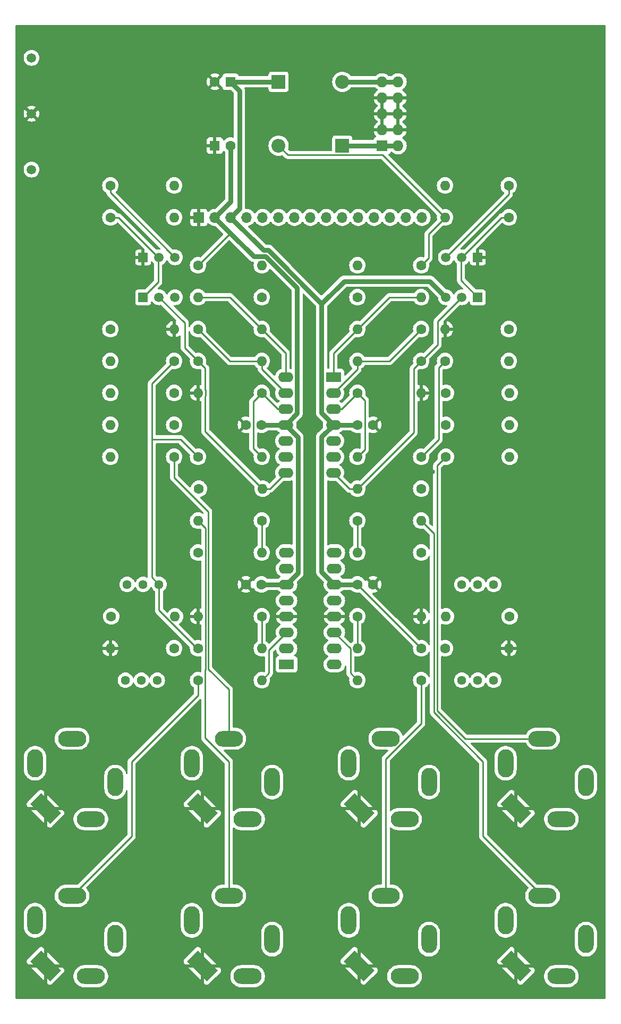
<source format=gtl>
G04 #@! TF.GenerationSoftware,KiCad,Pcbnew,7.0.0-rc2-unknown-90e759e738~164~ubuntu22.04.1*
G04 #@! TF.CreationDate,2023-02-04T08:16:57-05:00*
G04 #@! TF.ProjectId,dualvca_b1,6475616c-7663-4615-9f62-312e6b696361,rev?*
G04 #@! TF.SameCoordinates,Original*
G04 #@! TF.FileFunction,Copper,L1,Top*
G04 #@! TF.FilePolarity,Positive*
%FSLAX46Y46*%
G04 Gerber Fmt 4.6, Leading zero omitted, Abs format (unit mm)*
G04 Created by KiCad (PCBNEW 7.0.0-rc2-unknown-90e759e738~164~ubuntu22.04.1) date 2023-02-04 08:16:57*
%MOMM*%
%LPD*%
G01*
G04 APERTURE LIST*
G04 Aperture macros list*
%AMRotRect*
0 Rectangle, with rotation*
0 The origin of the aperture is its center*
0 $1 length*
0 $2 width*
0 $3 Rotation angle, in degrees counterclockwise*
0 Add horizontal line*
21,1,$1,$2,0,0,$3*%
G04 Aperture macros list end*
G04 #@! TA.AperFunction,ComponentPad*
%ADD10O,2.500000X4.500001*%
G04 #@! TD*
G04 #@! TA.AperFunction,ComponentPad*
%ADD11O,4.500001X2.500001*%
G04 #@! TD*
G04 #@! TA.AperFunction,ComponentPad*
%ADD12RotRect,4.500001X2.500001X315.000000*%
G04 #@! TD*
G04 #@! TA.AperFunction,ComponentPad*
%ADD13O,4.500000X2.500000*%
G04 #@! TD*
G04 #@! TA.AperFunction,ComponentPad*
%ADD14O,2.500000X4.500000*%
G04 #@! TD*
G04 #@! TA.AperFunction,ComponentPad*
%ADD15C,1.500000*%
G04 #@! TD*
G04 #@! TA.AperFunction,ComponentPad*
%ADD16R,1.700000X1.700000*%
G04 #@! TD*
G04 #@! TA.AperFunction,ComponentPad*
%ADD17O,1.700000X1.700000*%
G04 #@! TD*
G04 #@! TA.AperFunction,ComponentPad*
%ADD18C,1.600000*%
G04 #@! TD*
G04 #@! TA.AperFunction,ComponentPad*
%ADD19O,1.600000X1.600000*%
G04 #@! TD*
G04 #@! TA.AperFunction,ComponentPad*
%ADD20R,1.500000X1.500000*%
G04 #@! TD*
G04 #@! TA.AperFunction,ComponentPad*
%ADD21R,2.200000X2.200000*%
G04 #@! TD*
G04 #@! TA.AperFunction,ComponentPad*
%ADD22O,2.200000X2.200000*%
G04 #@! TD*
G04 #@! TA.AperFunction,ComponentPad*
%ADD23C,1.440000*%
G04 #@! TD*
G04 #@! TA.AperFunction,ComponentPad*
%ADD24R,2.400000X1.600000*%
G04 #@! TD*
G04 #@! TA.AperFunction,ComponentPad*
%ADD25O,2.400000X1.600000*%
G04 #@! TD*
G04 #@! TA.AperFunction,ComponentPad*
%ADD26R,1.600000X1.600000*%
G04 #@! TD*
G04 #@! TA.AperFunction,ComponentPad*
%ADD27R,1.727200X1.727200*%
G04 #@! TD*
G04 #@! TA.AperFunction,ComponentPad*
%ADD28O,1.727200X1.727200*%
G04 #@! TD*
G04 #@! TA.AperFunction,ViaPad*
%ADD29C,0.800000*%
G04 #@! TD*
G04 #@! TA.AperFunction,Conductor*
%ADD30C,0.250000*%
G04 #@! TD*
G04 #@! TA.AperFunction,Conductor*
%ADD31C,0.750000*%
G04 #@! TD*
G04 APERTURE END LIST*
D10*
G04 #@! TO.P,J8,R*
G04 #@! TO.N,N/C*
X168899999Y-167999999D03*
D11*
G04 #@! TO.P,J8,RN*
X164999999Y-173899999D03*
D12*
G04 #@! TO.P,J8,S*
G04 #@! TO.N,Board_0-GND*
X157759999Y-172239999D03*
D13*
G04 #@! TO.P,J8,T*
G04 #@! TO.N,Board_0-/Main PCB/SIGB*
X161999999Y-161099999D03*
D14*
G04 #@! TO.P,J8,TN*
G04 #@! TO.N,Board_0-VCAA_OUT*
X156099999Y-164999999D03*
G04 #@! TD*
D10*
G04 #@! TO.P,J3,R*
G04 #@! TO.N,N/C*
X143899999Y-167999999D03*
D11*
G04 #@! TO.P,J3,RN*
X139999999Y-173899999D03*
D12*
G04 #@! TO.P,J3,S*
G04 #@! TO.N,Board_0-GND*
X132759999Y-172239999D03*
D13*
G04 #@! TO.P,J3,T*
G04 #@! TO.N,Board_0-/Main PCB/OUTA*
X136999999Y-161099999D03*
D14*
G04 #@! TO.P,J3,TN*
G04 #@! TO.N,N/C*
X131099999Y-164999999D03*
G04 #@! TD*
D15*
G04 #@! TO.P,TP102,1,1*
G04 #@! TO.N,Board_0-GND*
X105550000Y-36620000D03*
G04 #@! TD*
D16*
G04 #@! TO.P,J101,1,Pin_1*
G04 #@! TO.N,Board_0-GND*
X132224999Y-53129999D03*
D17*
G04 #@! TO.P,J101,2,Pin_2*
G04 #@! TO.N,Board_0--12V*
X134764999Y-53129999D03*
G04 #@! TO.P,J101,3,Pin_3*
G04 #@! TO.N,Board_0-+12V*
X137304999Y-53129999D03*
G04 #@! TO.P,J101,4,Pin_4*
G04 #@! TO.N,Board_0-/Main PCB/CVOFFSA*
X139844999Y-53129999D03*
G04 #@! TO.P,J101,5,Pin_5*
G04 #@! TO.N,Board_0-/Main PCB/CV1AA*
X142384999Y-53129999D03*
G04 #@! TO.P,J101,6,Pin_6*
G04 #@! TO.N,Board_0-/Main PCB/CV1A*
X144924999Y-53129999D03*
G04 #@! TO.P,J101,7,Pin_7*
G04 #@! TO.N,Board_0-/Main PCB/LOGA*
X147464999Y-53129999D03*
G04 #@! TO.P,J101,8,Pin_8*
G04 #@! TO.N,Board_0-/Main PCB/LLSWA*
X150004999Y-53129999D03*
G04 #@! TO.P,J101,9,Pin_9*
G04 #@! TO.N,Board_0-/Main PCB/LINA*
X152544999Y-53129999D03*
G04 #@! TO.P,J101,10,Pin_10*
G04 #@! TO.N,Board_0-/Main PCB/LINB*
X155084999Y-53129999D03*
G04 #@! TO.P,J101,11,Pin_11*
G04 #@! TO.N,Board_0-/Main PCB/LLSWB*
X157624999Y-53129999D03*
G04 #@! TO.P,J101,12,Pin_12*
G04 #@! TO.N,Board_0-/Main PCB/LOGB*
X160164999Y-53129999D03*
G04 #@! TO.P,J101,13,Pin_13*
G04 #@! TO.N,Board_0-/Main PCB/CV1B*
X162704999Y-53129999D03*
G04 #@! TO.P,J101,14,Pin_14*
G04 #@! TO.N,Board_0-/Main PCB/CV1AB*
X165244999Y-53129999D03*
G04 #@! TO.P,J101,15,Pin_15*
G04 #@! TO.N,Board_0-/Main PCB/CVOFFSB*
X167784999Y-53129999D03*
G04 #@! TD*
D10*
G04 #@! TO.P,J1,R*
G04 #@! TO.N,N/C*
X118899999Y-142999999D03*
D11*
G04 #@! TO.P,J1,RN*
X114999999Y-148899999D03*
D12*
G04 #@! TO.P,J1,S*
G04 #@! TO.N,Board_0-GND*
X107759999Y-147239999D03*
D13*
G04 #@! TO.P,J1,T*
G04 #@! TO.N,Board_0-/Main PCB/CV1A*
X111999999Y-136099999D03*
D14*
G04 #@! TO.P,J1,TN*
G04 #@! TO.N,N/C*
X106099999Y-139999999D03*
G04 #@! TD*
D10*
G04 #@! TO.P,J7,R*
G04 #@! TO.N,N/C*
X193899999Y-167999999D03*
D11*
G04 #@! TO.P,J7,RN*
X189999999Y-173899999D03*
D12*
G04 #@! TO.P,J7,S*
G04 #@! TO.N,Board_0-GND*
X182759999Y-172239999D03*
D13*
G04 #@! TO.P,J7,T*
G04 #@! TO.N,Board_0-/Main PCB/OUTB*
X186999999Y-161099999D03*
D14*
G04 #@! TO.P,J7,TN*
G04 #@! TO.N,N/C*
X181099999Y-164999999D03*
G04 #@! TD*
D10*
G04 #@! TO.P,J5,R*
G04 #@! TO.N,N/C*
X168899999Y-142999999D03*
D11*
G04 #@! TO.P,J5,RN*
X164999999Y-148899999D03*
D12*
G04 #@! TO.P,J5,S*
G04 #@! TO.N,Board_0-GND*
X157759999Y-147239999D03*
D13*
G04 #@! TO.P,J5,T*
G04 #@! TO.N,Board_0-/Main PCB/CV1B*
X161999999Y-136099999D03*
D14*
G04 #@! TO.P,J5,TN*
G04 #@! TO.N,N/C*
X156099999Y-139999999D03*
G04 #@! TD*
D10*
G04 #@! TO.P,J6,R*
G04 #@! TO.N,N/C*
X193899999Y-142999999D03*
D11*
G04 #@! TO.P,J6,RN*
X189999999Y-148899999D03*
D12*
G04 #@! TO.P,J6,S*
G04 #@! TO.N,Board_0-GND*
X182759999Y-147239999D03*
D13*
G04 #@! TO.P,J6,T*
G04 #@! TO.N,Board_0-/Main PCB/CV2B*
X186999999Y-136099999D03*
D14*
G04 #@! TO.P,J6,TN*
G04 #@! TO.N,N/C*
X181099999Y-139999999D03*
G04 #@! TD*
D10*
G04 #@! TO.P,J4,R*
G04 #@! TO.N,N/C*
X118899999Y-167999999D03*
D11*
G04 #@! TO.P,J4,RN*
X114999999Y-173899999D03*
D12*
G04 #@! TO.P,J4,S*
G04 #@! TO.N,Board_0-GND*
X107759999Y-172239999D03*
D13*
G04 #@! TO.P,J4,T*
G04 #@! TO.N,Board_0-/Main PCB/SIGA*
X111999999Y-161099999D03*
D14*
G04 #@! TO.P,J4,TN*
G04 #@! TO.N,N/C*
X106099999Y-164999999D03*
G04 #@! TD*
D15*
G04 #@! TO.P,TP101,1,1*
G04 #@! TO.N,Board_0-+12V*
X105550000Y-27730000D03*
G04 #@! TD*
G04 #@! TO.P,TP103,1,1*
G04 #@! TO.N,Board_0--12V*
X105550000Y-45510000D03*
G04 #@! TD*
D10*
G04 #@! TO.P,J2,R*
G04 #@! TO.N,N/C*
X143899999Y-142999999D03*
D11*
G04 #@! TO.P,J2,RN*
X139999999Y-148899999D03*
D12*
G04 #@! TO.P,J2,S*
G04 #@! TO.N,Board_0-GND*
X132759999Y-147239999D03*
D13*
G04 #@! TO.P,J2,T*
G04 #@! TO.N,Board_0-/Main PCB/CV2A*
X136999999Y-136099999D03*
D14*
G04 #@! TO.P,J2,TN*
G04 #@! TO.N,N/C*
X131099999Y-139999999D03*
G04 #@! TD*
D18*
G04 #@! TO.P,R9,1*
G04 #@! TO.N,Board_0-/Main PCB/LINA*
X142245000Y-65830000D03*
D19*
G04 #@! TO.P,R9,2*
G04 #@! TO.N,Board_0-Net-(R2-Pad2)*
X132084999Y-65829999D03*
G04 #@! TD*
D20*
G04 #@! TO.P,Q2,1,E*
G04 #@! TO.N,Board_0-GND*
X123329999Y-59479999D03*
D15*
G04 #@! TO.P,Q2,2,B*
G04 #@! TO.N,Board_0-Net-(Q1-E)*
X125870000Y-59480000D03*
G04 #@! TO.P,Q2,3,C*
G04 #@! TO.N,Board_0-Net-(Q2-C)*
X128410000Y-59480000D03*
G04 #@! TD*
D18*
G04 #@! TO.P,R13,1*
G04 #@! TO.N,Board_0-+12V*
X128275000Y-75990000D03*
D19*
G04 #@! TO.P,R13,2*
G04 #@! TO.N,Board_0-Net-(U1C-+)*
X118114999Y-75989999D03*
G04 #@! TD*
D18*
G04 #@! TO.P,R17,1*
G04 #@! TO.N,Board_0-VCAA_OUT*
X142245000Y-101390000D03*
D19*
G04 #@! TO.P,R17,2*
G04 #@! TO.N,Board_0-/Main PCB/OUTA*
X132084999Y-101389999D03*
G04 #@! TD*
D18*
G04 #@! TO.P,R23,1*
G04 #@! TO.N,Board_0-/Main PCB/CV1AB*
X171590000Y-86150000D03*
D19*
G04 #@! TO.P,R23,2*
G04 #@! TO.N,Board_0-/Main PCB/CVINB*
X181749999Y-86149999D03*
G04 #@! TD*
D18*
G04 #@! TO.P,R11,1*
G04 #@! TO.N,Board_0-/Main PCB/CVOFFSA*
X128275000Y-81070000D03*
D19*
G04 #@! TO.P,R11,2*
G04 #@! TO.N,Board_0-/Main PCB/CVINA*
X118114999Y-81069999D03*
G04 #@! TD*
D20*
G04 #@! TO.P,Q1,1,E*
G04 #@! TO.N,Board_0-Net-(Q1-E)*
X123329999Y-65829999D03*
D15*
G04 #@! TO.P,Q1,2,B*
G04 #@! TO.N,Board_0-/Main PCB/CVSUMA*
X125870000Y-65830000D03*
G04 #@! TO.P,Q1,3,C*
G04 #@! TO.N,Board_0-+12V*
X128410000Y-65830000D03*
G04 #@! TD*
D21*
G04 #@! TO.P,D102,1,K*
G04 #@! TO.N,Board_0-/Main PCB/-12_IN*
X155079999Y-41699999D03*
D22*
G04 #@! TO.P,D102,2,A*
G04 #@! TO.N,Board_0--12V*
X144919999Y-41699999D03*
G04 #@! TD*
D18*
G04 #@! TO.P,R28,1*
G04 #@! TO.N,Board_0-Net-(U1A-+)*
X157485000Y-81070000D03*
D19*
G04 #@! TO.P,R28,2*
G04 #@! TO.N,Board_0-GND*
X167644999Y-81069999D03*
G04 #@! TD*
D18*
G04 #@! TO.P,R4,1*
G04 #@! TO.N,Board_0-/Main PCB/CV2A*
X128275000Y-91230000D03*
D19*
G04 #@! TO.P,R4,2*
G04 #@! TO.N,Board_0-/Main PCB/CVINA*
X118114999Y-91229999D03*
G04 #@! TD*
D18*
G04 #@! TO.P,R29,1*
G04 #@! TO.N,Board_0-/Main PCB/CVINB*
X167645000Y-96310000D03*
D19*
G04 #@! TO.P,R29,2*
G04 #@! TO.N,Board_0-/Main PCB/CVSUMB*
X157484999Y-96309999D03*
G04 #@! TD*
D18*
G04 #@! TO.P,R33,1*
G04 #@! TO.N,Board_0-/Main PCB/CVOFFSB*
X171590000Y-81070000D03*
D19*
G04 #@! TO.P,R33,2*
G04 #@! TO.N,Board_0-/Main PCB/CVINB*
X181749999Y-81069999D03*
G04 #@! TD*
D18*
G04 #@! TO.P,R21,1*
G04 #@! TO.N,Board_0-+12V*
X132085000Y-121710000D03*
D19*
G04 #@! TO.P,R21,2*
G04 #@! TO.N,Board_0-Net-(R21-Pad2)*
X142244999Y-121709999D03*
G04 #@! TD*
D18*
G04 #@! TO.P,R16,1*
G04 #@! TO.N,Board_0--12V*
X132085000Y-106470000D03*
D19*
G04 #@! TO.P,R16,2*
G04 #@! TO.N,Board_0-VCAA_OUT*
X142244999Y-106469999D03*
G04 #@! TD*
D23*
G04 #@! TO.P,RV18,1,1*
G04 #@! TO.N,Board_0-Net-(R20-Pad1)*
X120510000Y-126790000D03*
G04 #@! TO.P,RV18,2,2*
G04 #@! TO.N,Board_0-/Main PCB/SIGAP*
X123050000Y-126790000D03*
G04 #@! TO.P,RV18,3,3*
X125590000Y-126790000D03*
G04 #@! TD*
D18*
G04 #@! TO.P,R27,1*
G04 #@! TO.N,Board_0-+12V*
X167645000Y-91230000D03*
D19*
G04 #@! TO.P,R27,2*
G04 #@! TO.N,Board_0-Net-(U1A-+)*
X157484999Y-91229999D03*
G04 #@! TD*
D18*
G04 #@! TO.P,R34,1*
G04 #@! TO.N,Board_0-Net-(Q3-E)*
X181615000Y-53130000D03*
D19*
G04 #@! TO.P,R34,2*
G04 #@! TO.N,Board_0--12V*
X171454999Y-53129999D03*
G04 #@! TD*
D24*
G04 #@! TO.P,U2,1*
G04 #@! TO.N,Board_0-/Main PCB/LLSWA*
X146189999Y-124249999D03*
D25*
G04 #@! TO.P,U2,2,DIODE_BIAS*
G04 #@! TO.N,Board_0-unconnected-(U2A-DIODE_BIAS-Pad2)*
X146189999Y-121709999D03*
G04 #@! TO.P,U2,3,+*
G04 #@! TO.N,Board_0-/Main PCB/SIGAP*
X146189999Y-119169999D03*
G04 #@! TO.P,U2,4,-*
G04 #@! TO.N,Board_0-GND*
X146189999Y-116629999D03*
G04 #@! TO.P,U2,5*
G04 #@! TO.N,Board_0-Net-(R21-Pad2)*
X146189999Y-114089999D03*
G04 #@! TO.P,U2,6,V-*
G04 #@! TO.N,Board_0--12V*
X146189999Y-111549999D03*
G04 #@! TO.P,U2,7*
G04 #@! TO.N,Board_0-Net-(R21-Pad2)*
X146189999Y-109009999D03*
G04 #@! TO.P,U2,8*
G04 #@! TO.N,Board_0-VCAA_OUT*
X146189999Y-106469999D03*
G04 #@! TO.P,U2,9*
G04 #@! TO.N,Board_0-/Main PCB/VCAB_OUT*
X153809999Y-106469999D03*
G04 #@! TO.P,U2,10*
G04 #@! TO.N,Board_0-Net-(R43-Pad2)*
X153809999Y-109009999D03*
G04 #@! TO.P,U2,11,V+*
G04 #@! TO.N,Board_0-+12V*
X153809999Y-111549999D03*
G04 #@! TO.P,U2,12*
G04 #@! TO.N,Board_0-Net-(R43-Pad2)*
X153809999Y-114089999D03*
G04 #@! TO.P,U2,13,-*
G04 #@! TO.N,Board_0-GND*
X153809999Y-116629999D03*
G04 #@! TO.P,U2,14,+*
G04 #@! TO.N,Board_0-/Main PCB/SIGBP*
X153809999Y-119169999D03*
G04 #@! TO.P,U2,15,DIODE_BIAS*
G04 #@! TO.N,Board_0-unconnected-(U2C-DIODE_BIAS-Pad15)*
X153809999Y-121709999D03*
G04 #@! TO.P,U2,16*
G04 #@! TO.N,Board_0-/Main PCB/LLSWB*
X153809999Y-124249999D03*
G04 #@! TD*
D18*
G04 #@! TO.P,R101,1*
G04 #@! TO.N,Board_0-Net-(U1C-+)*
X118115000Y-70910000D03*
D19*
G04 #@! TO.P,R101,2*
G04 #@! TO.N,Board_0-GND*
X128274999Y-70909999D03*
G04 #@! TD*
D23*
G04 #@! TO.P,RV45,1,1*
G04 #@! TO.N,Board_0--12V*
X120780000Y-111550000D03*
G04 #@! TO.P,RV45,2,2*
G04 #@! TO.N,Board_0-/Main PCB/BIASA*
X123320000Y-111550000D03*
G04 #@! TO.P,RV45,3,3*
G04 #@! TO.N,Board_0-+12V*
X125860000Y-111550000D03*
G04 #@! TD*
D18*
G04 #@! TO.P,R8,1*
G04 #@! TO.N,Board_0--12V*
X132085000Y-60750000D03*
D19*
G04 #@! TO.P,R8,2*
G04 #@! TO.N,Board_0-/Main PCB/LINA*
X142244999Y-60749999D03*
G04 #@! TD*
D18*
G04 #@! TO.P,R42,1*
G04 #@! TO.N,Board_0-Net-(R42-Pad1)*
X171455000Y-121710000D03*
D19*
G04 #@! TO.P,R42,2*
G04 #@! TO.N,Board_0-GND*
X181614999Y-121709999D03*
G04 #@! TD*
D18*
G04 #@! TO.P,C3,1*
G04 #@! TO.N,Board_0-+12V*
X157485000Y-111550000D03*
G04 #@! TO.P,C3,2*
G04 #@! TO.N,Board_0-GND*
X159985000Y-111550000D03*
G04 #@! TD*
D23*
G04 #@! TO.P,RV41,1,1*
G04 #@! TO.N,Board_0-Net-(R42-Pad1)*
X179210000Y-126790000D03*
G04 #@! TO.P,RV41,2,2*
G04 #@! TO.N,Board_0-/Main PCB/SIGBP*
X176670000Y-126790000D03*
G04 #@! TO.P,RV41,3,3*
X174130000Y-126790000D03*
G04 #@! TD*
D18*
G04 #@! TO.P,R31,1*
G04 #@! TO.N,Board_0-/Main PCB/LINB*
X157485000Y-65830000D03*
D19*
G04 #@! TO.P,R31,2*
G04 #@! TO.N,Board_0-Net-(R24-Pad2)*
X167644999Y-65829999D03*
G04 #@! TD*
D20*
G04 #@! TO.P,Q3,1,E*
G04 #@! TO.N,Board_0-Net-(Q3-E)*
X176669999Y-65829999D03*
D15*
G04 #@! TO.P,Q3,2,B*
G04 #@! TO.N,Board_0-/Main PCB/CVSUMB*
X174130000Y-65830000D03*
G04 #@! TO.P,Q3,3,C*
G04 #@! TO.N,Board_0-+12V*
X171590000Y-65830000D03*
G04 #@! TD*
D18*
G04 #@! TO.P,R14,1*
G04 #@! TO.N,Board_0-Net-(Q1-E)*
X118115000Y-53130000D03*
D19*
G04 #@! TO.P,R14,2*
G04 #@! TO.N,Board_0--12V*
X128274999Y-53129999D03*
G04 #@! TD*
D18*
G04 #@! TO.P,R48,1*
G04 #@! TO.N,Board_0-/Main PCB/BIASB*
X181750000Y-116630000D03*
D19*
G04 #@! TO.P,R48,2*
G04 #@! TO.N,Board_0-Net-(R43-Pad2)*
X171589999Y-116629999D03*
G04 #@! TD*
D18*
G04 #@! TO.P,C6,1*
G04 #@! TO.N,Board_0-GND*
X139705000Y-111550000D03*
G04 #@! TO.P,C6,2*
G04 #@! TO.N,Board_0--12V*
X142205000Y-111550000D03*
G04 #@! TD*
G04 #@! TO.P,C2,1*
G04 #@! TO.N,Board_0-+12V*
X157485000Y-86150000D03*
G04 #@! TO.P,C2,2*
G04 #@! TO.N,Board_0-GND*
X159985000Y-86150000D03*
G04 #@! TD*
G04 #@! TO.P,R37,1*
G04 #@! TO.N,Board_0-Net-(U1B-+)*
X181615000Y-70910000D03*
D19*
G04 #@! TO.P,R37,2*
G04 #@! TO.N,Board_0-GND*
X171454999Y-70909999D03*
G04 #@! TD*
D18*
G04 #@! TO.P,R40,1*
G04 #@! TO.N,Board_0-/Main PCB/SIGB*
X167645000Y-126790000D03*
D19*
G04 #@! TO.P,R40,2*
G04 #@! TO.N,Board_0-/Main PCB/SIGBP*
X157484999Y-126789999D03*
G04 #@! TD*
D18*
G04 #@! TO.P,R7,1*
G04 #@! TO.N,Board_0-/Main PCB/CVINA*
X132220000Y-96310000D03*
D19*
G04 #@! TO.P,R7,2*
G04 #@! TO.N,Board_0-/Main PCB/CVSUMA*
X142379999Y-96309999D03*
G04 #@! TD*
D18*
G04 #@! TO.P,R22,1*
G04 #@! TO.N,Board_0-Net-(R21-Pad2)*
X142245000Y-116630000D03*
D19*
G04 #@! TO.P,R22,2*
G04 #@! TO.N,Board_0-GND*
X132084999Y-116629999D03*
G04 #@! TD*
D18*
G04 #@! TO.P,R24,1*
G04 #@! TO.N,Board_0-Net-(U1A--)*
X167645000Y-70910000D03*
D19*
G04 #@! TO.P,R24,2*
G04 #@! TO.N,Board_0-Net-(R24-Pad2)*
X157484999Y-70909999D03*
G04 #@! TD*
D18*
G04 #@! TO.P,R39,1*
G04 #@! TO.N,Board_0-/Main PCB/VCAB_OUT*
X157485000Y-101390000D03*
D19*
G04 #@! TO.P,R39,2*
G04 #@! TO.N,Board_0-/Main PCB/OUTB*
X167644999Y-101389999D03*
G04 #@! TD*
D18*
G04 #@! TO.P,R43,1*
G04 #@! TO.N,Board_0-+12V*
X167645000Y-121710000D03*
D19*
G04 #@! TO.P,R43,2*
G04 #@! TO.N,Board_0-Net-(R43-Pad2)*
X157484999Y-121709999D03*
G04 #@! TD*
D20*
G04 #@! TO.P,Q4,1,E*
G04 #@! TO.N,Board_0-GND*
X176669999Y-59479999D03*
D15*
G04 #@! TO.P,Q4,2,B*
G04 #@! TO.N,Board_0-Net-(Q3-E)*
X174130000Y-59480000D03*
G04 #@! TO.P,Q4,3,C*
G04 #@! TO.N,Board_0-Net-(Q4-C)*
X171590000Y-59480000D03*
G04 #@! TD*
D18*
G04 #@! TO.P,R30,1*
G04 #@! TO.N,Board_0--12V*
X167645000Y-60750000D03*
D19*
G04 #@! TO.P,R30,2*
G04 #@! TO.N,Board_0-/Main PCB/LINB*
X157484999Y-60749999D03*
G04 #@! TD*
D18*
G04 #@! TO.P,R35,1*
G04 #@! TO.N,Board_0-Net-(Q4-C)*
X181615000Y-48050000D03*
D19*
G04 #@! TO.P,R35,2*
G04 #@! TO.N,Board_0-/Main PCB/LOGB*
X171454999Y-48049999D03*
G04 #@! TD*
D18*
G04 #@! TO.P,R44,1*
G04 #@! TO.N,Board_0-Net-(R43-Pad2)*
X157485000Y-116630000D03*
D19*
G04 #@! TO.P,R44,2*
G04 #@! TO.N,Board_0-GND*
X167644999Y-116629999D03*
G04 #@! TD*
D18*
G04 #@! TO.P,R6,1*
G04 #@! TO.N,Board_0-Net-(U1D-+)*
X142245000Y-81070000D03*
D19*
G04 #@! TO.P,R6,2*
G04 #@! TO.N,Board_0-GND*
X132084999Y-81069999D03*
G04 #@! TD*
D18*
G04 #@! TO.P,R2,1*
G04 #@! TO.N,Board_0-Net-(U1D--)*
X132085000Y-70910000D03*
D19*
G04 #@! TO.P,R2,2*
G04 #@! TO.N,Board_0-Net-(R2-Pad2)*
X142244999Y-70909999D03*
G04 #@! TD*
D18*
G04 #@! TO.P,R3,1*
G04 #@! TO.N,Board_0-/Main PCB/CVSUMA*
X132085000Y-75990000D03*
D19*
G04 #@! TO.P,R3,2*
G04 #@! TO.N,Board_0-Net-(U1D--)*
X142244999Y-75989999D03*
G04 #@! TD*
D18*
G04 #@! TO.P,C5,1*
G04 #@! TO.N,Board_0-GND*
X139705000Y-86150000D03*
G04 #@! TO.P,C5,2*
G04 #@! TO.N,Board_0--12V*
X142205000Y-86150000D03*
G04 #@! TD*
G04 #@! TO.P,R19,1*
G04 #@! TO.N,Board_0-/Main PCB/SIGA*
X132085000Y-126790000D03*
D19*
G04 #@! TO.P,R19,2*
G04 #@! TO.N,Board_0-/Main PCB/SIGAP*
X142244999Y-126789999D03*
G04 #@! TD*
D18*
G04 #@! TO.P,R38,1*
G04 #@! TO.N,Board_0--12V*
X167645000Y-106470000D03*
D19*
G04 #@! TO.P,R38,2*
G04 #@! TO.N,Board_0-/Main PCB/VCAB_OUT*
X157484999Y-106469999D03*
G04 #@! TD*
D26*
G04 #@! TO.P,C1,1*
G04 #@! TO.N,Board_0-+12V*
X137259999Y-31539999D03*
D18*
G04 #@! TO.P,C1,2*
G04 #@! TO.N,Board_0-GND*
X134760000Y-31540000D03*
G04 #@! TD*
D24*
G04 #@! TO.P,U1,1*
G04 #@! TO.N,Board_0-Net-(R24-Pad2)*
X153674999Y-78529999D03*
D25*
G04 #@! TO.P,U1,2,-*
G04 #@! TO.N,Board_0-Net-(U1A--)*
X153674999Y-81069999D03*
G04 #@! TO.P,U1,3,+*
G04 #@! TO.N,Board_0-Net-(U1A-+)*
X153674999Y-83609999D03*
G04 #@! TO.P,U1,4,V+*
G04 #@! TO.N,Board_0-+12V*
X153674999Y-86149999D03*
G04 #@! TO.P,U1,5,+*
G04 #@! TO.N,Board_0-Net-(U1B-+)*
X153674999Y-88689999D03*
G04 #@! TO.P,U1,6,-*
G04 #@! TO.N,Board_0-/Main PCB/CVINB*
X153674999Y-91229999D03*
G04 #@! TO.P,U1,7*
G04 #@! TO.N,Board_0-/Main PCB/CVSUMB*
X153674999Y-93769999D03*
G04 #@! TO.P,U1,8*
G04 #@! TO.N,Board_0-/Main PCB/CVSUMA*
X146054999Y-93769999D03*
G04 #@! TO.P,U1,9,-*
G04 #@! TO.N,Board_0-/Main PCB/CVINA*
X146054999Y-91229999D03*
G04 #@! TO.P,U1,10,+*
G04 #@! TO.N,Board_0-Net-(U1C-+)*
X146054999Y-88689999D03*
G04 #@! TO.P,U1,11,V-*
G04 #@! TO.N,Board_0--12V*
X146054999Y-86149999D03*
G04 #@! TO.P,U1,12,+*
G04 #@! TO.N,Board_0-Net-(U1D-+)*
X146054999Y-83609999D03*
G04 #@! TO.P,U1,13,-*
G04 #@! TO.N,Board_0-Net-(U1D--)*
X146054999Y-81069999D03*
G04 #@! TO.P,U1,14*
G04 #@! TO.N,Board_0-Net-(R2-Pad2)*
X146054999Y-78529999D03*
G04 #@! TD*
D23*
G04 #@! TO.P,RV47,1,1*
G04 #@! TO.N,Board_0--12V*
X179210000Y-111550000D03*
G04 #@! TO.P,RV47,2,2*
G04 #@! TO.N,Board_0-/Main PCB/BIASB*
X176670000Y-111550000D03*
G04 #@! TO.P,RV47,3,3*
G04 #@! TO.N,Board_0-+12V*
X174130000Y-111550000D03*
G04 #@! TD*
D26*
G04 #@! TO.P,C4,1*
G04 #@! TO.N,Board_0-GND*
X134759999Y-41699999D03*
D18*
G04 #@! TO.P,C4,2*
G04 #@! TO.N,Board_0--12V*
X137260000Y-41700000D03*
G04 #@! TD*
G04 #@! TO.P,R46,1*
G04 #@! TO.N,Board_0-/Main PCB/BIASA*
X118250000Y-116630000D03*
D19*
G04 #@! TO.P,R46,2*
G04 #@! TO.N,Board_0-Net-(R21-Pad2)*
X128409999Y-116629999D03*
G04 #@! TD*
D21*
G04 #@! TO.P,D101,1,K*
G04 #@! TO.N,Board_0-+12V*
X144919999Y-31539999D03*
D22*
G04 #@! TO.P,D101,2,A*
G04 #@! TO.N,Board_0-/Main PCB/+12_IN*
X155079999Y-31539999D03*
G04 #@! TD*
D18*
G04 #@! TO.P,R26,1*
G04 #@! TO.N,Board_0-/Main PCB/CV2B*
X171590000Y-91230000D03*
D19*
G04 #@! TO.P,R26,2*
G04 #@! TO.N,Board_0-/Main PCB/CVINB*
X181749999Y-91229999D03*
G04 #@! TD*
D27*
G04 #@! TO.P,J103,1,-12V*
G04 #@! TO.N,Board_0-/Main PCB/-12_IN*
X161429999Y-41699999D03*
D28*
G04 #@! TO.P,J103,2,-12V*
X163969999Y-41699999D03*
G04 #@! TO.P,J103,3,GND*
G04 #@! TO.N,Board_0-GND*
X161429999Y-39159999D03*
G04 #@! TO.P,J103,4,GND*
X163969999Y-39159999D03*
G04 #@! TO.P,J103,5,GND*
X161429999Y-36619999D03*
G04 #@! TO.P,J103,6,GND*
X163969999Y-36619999D03*
G04 #@! TO.P,J103,7,GND*
X161429999Y-34079999D03*
G04 #@! TO.P,J103,8,GND*
X163969999Y-34079999D03*
G04 #@! TO.P,J103,9,+12V*
G04 #@! TO.N,Board_0-/Main PCB/+12_IN*
X161429999Y-31539999D03*
G04 #@! TO.P,J103,10,+12V*
X163969999Y-31539999D03*
G04 #@! TD*
D18*
G04 #@! TO.P,R15,1*
G04 #@! TO.N,Board_0-Net-(Q2-C)*
X118115000Y-48050000D03*
D19*
G04 #@! TO.P,R15,2*
G04 #@! TO.N,Board_0-/Main PCB/LOGA*
X128274999Y-48049999D03*
G04 #@! TD*
D18*
G04 #@! TO.P,R1,1*
G04 #@! TO.N,Board_0-/Main PCB/CV1AA*
X128275000Y-86150000D03*
D19*
G04 #@! TO.P,R1,2*
G04 #@! TO.N,Board_0-/Main PCB/CVINA*
X118114999Y-86149999D03*
G04 #@! TD*
D18*
G04 #@! TO.P,R36,1*
G04 #@! TO.N,Board_0-+12V*
X171455000Y-75990000D03*
D19*
G04 #@! TO.P,R36,2*
G04 #@! TO.N,Board_0-Net-(U1B-+)*
X181614999Y-75989999D03*
G04 #@! TD*
D18*
G04 #@! TO.P,R5,1*
G04 #@! TO.N,Board_0-+12V*
X132085000Y-91230000D03*
D19*
G04 #@! TO.P,R5,2*
G04 #@! TO.N,Board_0-Net-(U1D-+)*
X142244999Y-91229999D03*
G04 #@! TD*
D18*
G04 #@! TO.P,R20,1*
G04 #@! TO.N,Board_0-Net-(R20-Pad1)*
X128275000Y-121710000D03*
D19*
G04 #@! TO.P,R20,2*
G04 #@! TO.N,Board_0-GND*
X118114999Y-121709999D03*
G04 #@! TD*
D18*
G04 #@! TO.P,R25,1*
G04 #@! TO.N,Board_0-/Main PCB/CVSUMB*
X167645000Y-75990000D03*
D19*
G04 #@! TO.P,R25,2*
G04 #@! TO.N,Board_0-Net-(U1A--)*
X157484999Y-75989999D03*
G04 #@! TD*
D29*
G04 #@! TO.N,Board_0-GND*
X130188000Y-93770000D03*
X169418500Y-93643000D03*
X145936000Y-57956000D03*
G04 #@! TD*
D30*
G04 #@! TO.N,Board_0-+12V*
X125860000Y-111550000D02*
X124727000Y-110417000D01*
D31*
X153675000Y-86150000D02*
X157485000Y-86150000D01*
X143249064Y-58325978D02*
X142500978Y-58325978D01*
D30*
X170415489Y-88459511D02*
X170415489Y-77029511D01*
D31*
X153810000Y-111550000D02*
X151778000Y-109518000D01*
X151778000Y-88047000D02*
X153675000Y-86150000D01*
X137260000Y-31540000D02*
X138684511Y-32964511D01*
X142500978Y-58325978D02*
X137305000Y-53130000D01*
D30*
X170415489Y-77029511D02*
X171455000Y-75990000D01*
X132085000Y-121710000D02*
X131899009Y-121710000D01*
D31*
X155342914Y-63290000D02*
X151778000Y-66854914D01*
X153675000Y-86150000D02*
X151778000Y-84253000D01*
D30*
X167645000Y-121710000D02*
X157485000Y-111550000D01*
X125860000Y-115670991D02*
X125860000Y-111550000D01*
D31*
X138684511Y-51750489D02*
X137305000Y-53130000D01*
X171590000Y-65830000D02*
X169050000Y-63290000D01*
X157485000Y-111550000D02*
X153810000Y-111550000D01*
X151778000Y-66854914D02*
X143249064Y-58325978D01*
D30*
X131899009Y-121710000D02*
X125860000Y-115670991D01*
X167645000Y-91230000D02*
X170415489Y-88459511D01*
D31*
X144920000Y-31540000D02*
X137260000Y-31540000D01*
X169050000Y-63290000D02*
X155342914Y-63290000D01*
D30*
X124727000Y-79538000D02*
X128275000Y-75990000D01*
X132085000Y-91230000D02*
X129291000Y-88436000D01*
X124727000Y-110417000D02*
X124727000Y-89198000D01*
X124727000Y-88436000D02*
X124727000Y-89198000D01*
D31*
X151778000Y-84253000D02*
X151778000Y-66854914D01*
D30*
X129291000Y-88436000D02*
X124727000Y-88436000D01*
X124727000Y-89198000D02*
X124727000Y-79538000D01*
D31*
X151778000Y-109518000D02*
X151778000Y-88047000D01*
X138684511Y-32964511D02*
X138684511Y-51750489D01*
G04 #@! TO.N,Board_0--12V*
X146055000Y-86150000D02*
X147879520Y-84325480D01*
X140960489Y-59325489D02*
X137302500Y-55667500D01*
X137260000Y-41700000D02*
X137300000Y-41740000D01*
D30*
X146394511Y-43174511D02*
X144920000Y-41700000D01*
D31*
X148014520Y-88109520D02*
X146055000Y-86150000D01*
X137300000Y-50595000D02*
X134765000Y-53130000D01*
X146190000Y-111550000D02*
X148014520Y-109725480D01*
D30*
X137167500Y-55667500D02*
X137302500Y-55667500D01*
D31*
X137302500Y-55667500D02*
X134765000Y-53130000D01*
D30*
X171455000Y-53130000D02*
X161499511Y-43174511D01*
X161499511Y-43174511D02*
X146394511Y-43174511D01*
D31*
X146055000Y-86150000D02*
X142205000Y-86150000D01*
D30*
X171455000Y-53130000D02*
X168819511Y-55765489D01*
X168819511Y-59575489D02*
X167645000Y-60750000D01*
D31*
X142835053Y-59325489D02*
X140960489Y-59325489D01*
D30*
X168819511Y-55765489D02*
X168819511Y-59575489D01*
D31*
X142205000Y-111550000D02*
X146190000Y-111550000D01*
D30*
X132085000Y-60750000D02*
X137167500Y-55667500D01*
D31*
X147879520Y-84325480D02*
X147879520Y-64369956D01*
X148014520Y-109725480D02*
X148014520Y-88109520D01*
X137300000Y-41740000D02*
X137300000Y-50595000D01*
X147879520Y-64369956D02*
X142835053Y-59325489D01*
G04 #@! TO.N,Board_0-/Main PCB/+12_IN*
X161430000Y-31540000D02*
X155080000Y-31540000D01*
X163970000Y-31540000D02*
X161430000Y-31540000D01*
G04 #@! TO.N,Board_0-/Main PCB/-12_IN*
X163970000Y-41700000D02*
X161430000Y-41700000D01*
X161430000Y-41700000D02*
X155080000Y-41700000D01*
D30*
G04 #@! TO.N,Board_0-/Main PCB/CV2A*
X128275000Y-94524000D02*
X128275000Y-91230000D01*
X133709022Y-124995032D02*
X133709022Y-99958022D01*
X133709022Y-99958022D02*
X128275000Y-94524000D01*
X137000000Y-136100000D02*
X137000000Y-128286010D01*
X137000000Y-128286010D02*
X133709022Y-124995032D01*
G04 #@! TO.N,Board_0-/Main PCB/CV2B*
X170193000Y-92627000D02*
X171590000Y-91230000D01*
X174677000Y-136100000D02*
X170193000Y-131616000D01*
X170193000Y-131616000D02*
X170193000Y-92627000D01*
X187000000Y-136100000D02*
X174677000Y-136100000D01*
G04 #@! TO.N,Board_0-/Main PCB/CVSUMA*
X133236000Y-77141000D02*
X133236000Y-80559990D01*
X133236000Y-80559990D02*
X133259511Y-80583501D01*
X125870000Y-65830000D02*
X129949022Y-69909022D01*
X142380000Y-96310000D02*
X143515000Y-96310000D01*
X133259511Y-80583501D02*
X133259511Y-81556499D01*
X132085000Y-75990000D02*
X133236000Y-77141000D01*
X129949022Y-69909022D02*
X129949022Y-73854022D01*
X129949022Y-73854022D02*
X132085000Y-75990000D01*
X143515000Y-96310000D02*
X146055000Y-93770000D01*
X133236000Y-87166000D02*
X142380000Y-96310000D01*
X133259511Y-81556499D02*
X133236000Y-81580010D01*
X133236000Y-81580010D02*
X133236000Y-87166000D01*
G04 #@! TO.N,Board_0-/Main PCB/CVSUMB*
X166470489Y-87324511D02*
X157485000Y-96310000D01*
X157485000Y-96310000D02*
X156215000Y-96310000D01*
X166470489Y-77164511D02*
X166470489Y-87324511D01*
X170280489Y-73354511D02*
X167645000Y-75990000D01*
X170280489Y-69679511D02*
X170280489Y-73354511D01*
X174130000Y-65830000D02*
X170280489Y-69679511D01*
X156215000Y-96310000D02*
X153675000Y-93770000D01*
X167645000Y-75990000D02*
X166470489Y-77164511D01*
G04 #@! TO.N,Board_0-/Main PCB/OUTA*
X137000000Y-139759091D02*
X133209511Y-135968602D01*
X133259511Y-125081225D02*
X133259511Y-102564511D01*
X133209511Y-125131225D02*
X133259511Y-125081225D01*
X137000000Y-161100000D02*
X137000000Y-139759091D01*
X133259511Y-102564511D02*
X132085000Y-101390000D01*
X133209511Y-135968602D02*
X133209511Y-125131225D01*
G04 #@! TO.N,Board_0-/Main PCB/OUTB*
X169685000Y-131925909D02*
X169685000Y-103430000D01*
X177500000Y-151600000D02*
X177500000Y-139740909D01*
X187000000Y-161100000D02*
X177500000Y-151600000D01*
X169685000Y-103430000D02*
X167645000Y-101390000D01*
X177500000Y-139740909D02*
X169685000Y-131925909D01*
G04 #@! TO.N,Board_0-/Main PCB/SIGA*
X112000000Y-161100000D02*
X121500000Y-151600000D01*
X132085000Y-129155909D02*
X132085000Y-126790000D01*
X121500000Y-139740909D02*
X132085000Y-129155909D01*
X121500000Y-151600000D02*
X121500000Y-139740909D01*
G04 #@! TO.N,Board_0-/Main PCB/SIGAP*
X146190000Y-119170000D02*
X143369511Y-121990489D01*
X143369511Y-121990489D02*
X143369511Y-125665489D01*
X143369511Y-125665489D02*
X142245000Y-126790000D01*
G04 #@! TO.N,Board_0-/Main PCB/SIGB*
X162000000Y-139327386D02*
X167645000Y-133682386D01*
X162000000Y-161100000D02*
X162000000Y-139327386D01*
X167645000Y-133682386D02*
X167645000Y-126790000D01*
G04 #@! TO.N,Board_0-/Main PCB/SIGBP*
X153810000Y-119170000D02*
X156360489Y-121720489D01*
X156360489Y-125665489D02*
X157485000Y-126790000D01*
X156360489Y-121720489D02*
X156360489Y-125665489D01*
G04 #@! TO.N,Board_0-/Main PCB/VCAB_OUT*
X157485000Y-101390000D02*
X157485000Y-106470000D01*
G04 #@! TO.N,Board_0-Net-(Q1-E)*
X125735000Y-63425000D02*
X123330000Y-65830000D01*
X125735000Y-59480000D02*
X125735000Y-63425000D01*
X119385000Y-53130000D02*
X118115000Y-53130000D01*
X125735000Y-59480000D02*
X119385000Y-53130000D01*
G04 #@! TO.N,Board_0-Net-(Q2-C)*
X118115000Y-49185000D02*
X128410000Y-59480000D01*
X118115000Y-48050000D02*
X118115000Y-49185000D01*
G04 #@! TO.N,Board_0-Net-(Q3-E)*
X173995000Y-63155000D02*
X176670000Y-65830000D01*
X173995000Y-59480000D02*
X173995000Y-63155000D01*
X180480000Y-53130000D02*
X181615000Y-53130000D01*
X174130000Y-59480000D02*
X180480000Y-53130000D01*
G04 #@! TO.N,Board_0-Net-(Q4-C)*
X181615000Y-49455000D02*
X181615000Y-48050000D01*
X171590000Y-59480000D02*
X181615000Y-49455000D01*
G04 #@! TO.N,Board_0-Net-(R2-Pad2)*
X146055000Y-78530000D02*
X146055000Y-74720000D01*
X146055000Y-74720000D02*
X142245000Y-70910000D01*
X132085000Y-65830000D02*
X137165000Y-65830000D01*
X137165000Y-65830000D02*
X142245000Y-70910000D01*
G04 #@! TO.N,Board_0-Net-(R21-Pad2)*
X142245000Y-116630000D02*
X142245000Y-121710000D01*
G04 #@! TO.N,Board_0-Net-(R24-Pad2)*
X153675000Y-74720000D02*
X157485000Y-70910000D01*
X167645000Y-65830000D02*
X162565000Y-65830000D01*
X153675000Y-78530000D02*
X153675000Y-74720000D01*
X162565000Y-65830000D02*
X157485000Y-70910000D01*
G04 #@! TO.N,Board_0-Net-(R43-Pad2)*
X157485000Y-116630000D02*
X157485000Y-121710000D01*
G04 #@! TO.N,Board_0-Net-(U1A-+)*
X153675000Y-83610000D02*
X154945000Y-83610000D01*
X158659511Y-82244511D02*
X157485000Y-81070000D01*
X157485000Y-91230000D02*
X158659511Y-90055489D01*
X154945000Y-83610000D02*
X157485000Y-81070000D01*
X158659511Y-90055489D02*
X158659511Y-82244511D01*
G04 #@! TO.N,Board_0-Net-(U1A--)*
X157485000Y-77260000D02*
X157485000Y-75990000D01*
X153675000Y-81070000D02*
X157485000Y-77260000D01*
X162565000Y-75990000D02*
X167645000Y-70910000D01*
X157485000Y-75990000D02*
X162565000Y-75990000D01*
G04 #@! TO.N,Board_0-Net-(U1D-+)*
X144785000Y-83610000D02*
X142245000Y-81070000D01*
X146055000Y-83610000D02*
X144785000Y-83610000D01*
X140879511Y-89864511D02*
X140879511Y-82435489D01*
X142245000Y-91230000D02*
X140879511Y-89864511D01*
X140879511Y-82435489D02*
X142245000Y-81070000D01*
G04 #@! TO.N,Board_0-Net-(U1D--)*
X142245000Y-77260000D02*
X142245000Y-75990000D01*
X137165000Y-75990000D02*
X132085000Y-70910000D01*
X146055000Y-81070000D02*
X142245000Y-77260000D01*
X142245000Y-75990000D02*
X137165000Y-75990000D01*
G04 #@! TO.N,Board_0-VCAA_OUT*
X142245000Y-101390000D02*
X142245000Y-106470000D01*
G04 #@! TD*
G04 #@! TA.AperFunction,Conductor*
G04 #@! TO.N,Board_0-GND*
G36*
X168680070Y-64183091D02*
G01*
X168720947Y-64210405D01*
X170292936Y-65782394D01*
X170318036Y-65818239D01*
X170329362Y-65860508D01*
X170345405Y-66043893D01*
X170345406Y-66043901D01*
X170345885Y-66049371D01*
X170347305Y-66054673D01*
X170347307Y-66054680D01*
X170401456Y-66256764D01*
X170401458Y-66256770D01*
X170402880Y-66262076D01*
X170405202Y-66267055D01*
X170405204Y-66267061D01*
X170408408Y-66273932D01*
X170495944Y-66461654D01*
X170499097Y-66466157D01*
X170499100Y-66466162D01*
X170516672Y-66491257D01*
X170622251Y-66642038D01*
X170777962Y-66797749D01*
X170958346Y-66924056D01*
X171157924Y-67017120D01*
X171370629Y-67074115D01*
X171590000Y-67093307D01*
X171662431Y-67086970D01*
X171722644Y-67096507D01*
X171771332Y-67133197D01*
X171797097Y-67188449D01*
X171793906Y-67249330D01*
X171762507Y-67301586D01*
X169888231Y-69175862D01*
X169879948Y-69183399D01*
X169873471Y-69187511D01*
X169868052Y-69193280D01*
X169868044Y-69193288D01*
X169826859Y-69237146D01*
X169824110Y-69239983D01*
X169807156Y-69256938D01*
X169807149Y-69256945D01*
X169804354Y-69259741D01*
X169801931Y-69262863D01*
X169801915Y-69262882D01*
X169801854Y-69262962D01*
X169794179Y-69271946D01*
X169769327Y-69298413D01*
X169769324Y-69298415D01*
X169763903Y-69304190D01*
X169760089Y-69311125D01*
X169760081Y-69311138D01*
X169754139Y-69321947D01*
X169743292Y-69338460D01*
X169735732Y-69348206D01*
X169735726Y-69348215D01*
X169730875Y-69354470D01*
X169727731Y-69361734D01*
X169727727Y-69361742D01*
X169713313Y-69395051D01*
X169708093Y-69405706D01*
X169690614Y-69437500D01*
X169690610Y-69437508D01*
X169686794Y-69444451D01*
X169684822Y-69452127D01*
X169684820Y-69452135D01*
X169681755Y-69464073D01*
X169675354Y-69482770D01*
X169670457Y-69494087D01*
X169670455Y-69494092D01*
X169667308Y-69501366D01*
X169666068Y-69509191D01*
X169666066Y-69509200D01*
X169660390Y-69545035D01*
X169657984Y-69556655D01*
X169648960Y-69591800D01*
X169648958Y-69591808D01*
X169646989Y-69599481D01*
X169646989Y-69607410D01*
X169646989Y-69619735D01*
X169645438Y-69639446D01*
X169643508Y-69651625D01*
X169643507Y-69651632D01*
X169642269Y-69659454D01*
X169643014Y-69667337D01*
X169643014Y-69667345D01*
X169646430Y-69703472D01*
X169646989Y-69715330D01*
X169646989Y-73039916D01*
X169637398Y-73088134D01*
X169610086Y-73129008D01*
X168442912Y-74296182D01*
X168058246Y-74680848D01*
X168001762Y-74713459D01*
X167936540Y-74713459D01*
X167916330Y-74708044D01*
X167878401Y-74697881D01*
X167878402Y-74697881D01*
X167873087Y-74696457D01*
X167867611Y-74695977D01*
X167867606Y-74695977D01*
X167650475Y-74676981D01*
X167645000Y-74676502D01*
X167639525Y-74676981D01*
X167422393Y-74695977D01*
X167422386Y-74695978D01*
X167416913Y-74696457D01*
X167411599Y-74697880D01*
X167411598Y-74697881D01*
X167201067Y-74754293D01*
X167201065Y-74754293D01*
X167195757Y-74755716D01*
X167190779Y-74758036D01*
X167190774Y-74758039D01*
X166993238Y-74850151D01*
X166993233Y-74850153D01*
X166988251Y-74852477D01*
X166983752Y-74855627D01*
X166983742Y-74855633D01*
X166805211Y-74980643D01*
X166805208Y-74980645D01*
X166800700Y-74983802D01*
X166796808Y-74987693D01*
X166796802Y-74987699D01*
X166642699Y-75141802D01*
X166642693Y-75141808D01*
X166638802Y-75145700D01*
X166635645Y-75150208D01*
X166635643Y-75150211D01*
X166510633Y-75328742D01*
X166510627Y-75328752D01*
X166507477Y-75333251D01*
X166505153Y-75338233D01*
X166505151Y-75338238D01*
X166413039Y-75535774D01*
X166413036Y-75535779D01*
X166410716Y-75540757D01*
X166409293Y-75546065D01*
X166409293Y-75546067D01*
X166352882Y-75756594D01*
X166351457Y-75761913D01*
X166350978Y-75767386D01*
X166350977Y-75767393D01*
X166331988Y-75984443D01*
X166331502Y-75990000D01*
X166331981Y-75995475D01*
X166350977Y-76212606D01*
X166350977Y-76212611D01*
X166351457Y-76218087D01*
X166352880Y-76223398D01*
X166352881Y-76223401D01*
X166368459Y-76281540D01*
X166368459Y-76346762D01*
X166335847Y-76403246D01*
X166078231Y-76660862D01*
X166069948Y-76668399D01*
X166063471Y-76672511D01*
X166058052Y-76678280D01*
X166058044Y-76678288D01*
X166016859Y-76722146D01*
X166014110Y-76724983D01*
X165997156Y-76741938D01*
X165997149Y-76741945D01*
X165994354Y-76744741D01*
X165991931Y-76747863D01*
X165991915Y-76747882D01*
X165991854Y-76747962D01*
X165984179Y-76756946D01*
X165959327Y-76783413D01*
X165959324Y-76783415D01*
X165953903Y-76789190D01*
X165950089Y-76796125D01*
X165950081Y-76796138D01*
X165944139Y-76806947D01*
X165933292Y-76823460D01*
X165925732Y-76833206D01*
X165925726Y-76833215D01*
X165920875Y-76839470D01*
X165917731Y-76846734D01*
X165917727Y-76846742D01*
X165903313Y-76880051D01*
X165898093Y-76890706D01*
X165880614Y-76922500D01*
X165880610Y-76922508D01*
X165876794Y-76929451D01*
X165874822Y-76937127D01*
X165874820Y-76937135D01*
X165871755Y-76949073D01*
X165865354Y-76967770D01*
X165860457Y-76979087D01*
X165860455Y-76979092D01*
X165857308Y-76986366D01*
X165856068Y-76994191D01*
X165856066Y-76994200D01*
X165850390Y-77030035D01*
X165847984Y-77041655D01*
X165838960Y-77076800D01*
X165838958Y-77076808D01*
X165836989Y-77084481D01*
X165836989Y-77092410D01*
X165836989Y-77104735D01*
X165835438Y-77124446D01*
X165833508Y-77136625D01*
X165833507Y-77136632D01*
X165832269Y-77144454D01*
X165833014Y-77152337D01*
X165833014Y-77152345D01*
X165836430Y-77188472D01*
X165836989Y-77200330D01*
X165836989Y-87009916D01*
X165827398Y-87058134D01*
X165800084Y-87099011D01*
X157898246Y-95000847D01*
X157841762Y-95033459D01*
X157776540Y-95033459D01*
X157713087Y-95016457D01*
X157707611Y-95015977D01*
X157707606Y-95015977D01*
X157490475Y-94996981D01*
X157485000Y-94996502D01*
X157479525Y-94996981D01*
X157262393Y-95015977D01*
X157262386Y-95015978D01*
X157256913Y-95016457D01*
X157251599Y-95017880D01*
X157251598Y-95017881D01*
X157041067Y-95074293D01*
X157041065Y-95074293D01*
X157035757Y-95075716D01*
X157030779Y-95078036D01*
X157030774Y-95078039D01*
X156833238Y-95170151D01*
X156833233Y-95170153D01*
X156828251Y-95172477D01*
X156823752Y-95175627D01*
X156823742Y-95175633D01*
X156645211Y-95300643D01*
X156645208Y-95300645D01*
X156640700Y-95303802D01*
X156636808Y-95307693D01*
X156636802Y-95307699D01*
X156482699Y-95461802D01*
X156482693Y-95461808D01*
X156478802Y-95465700D01*
X156475644Y-95470209D01*
X156472108Y-95474424D01*
X156471006Y-95473499D01*
X156437289Y-95504372D01*
X156385279Y-95520754D01*
X156331218Y-95513627D01*
X156285231Y-95484326D01*
X155279719Y-94478814D01*
X155251716Y-94436239D01*
X155242867Y-94386053D01*
X155254620Y-94336469D01*
X155309284Y-94219243D01*
X155368543Y-93998087D01*
X155388498Y-93770000D01*
X155368543Y-93541913D01*
X155309284Y-93320757D01*
X155212523Y-93113251D01*
X155081198Y-92925700D01*
X154919300Y-92763802D01*
X154758147Y-92650961D01*
X154736257Y-92635633D01*
X154736252Y-92635630D01*
X154731749Y-92632477D01*
X154726761Y-92630151D01*
X154726758Y-92630149D01*
X154692543Y-92614195D01*
X154639525Y-92567700D01*
X154619792Y-92500000D01*
X154639525Y-92432300D01*
X154692543Y-92385805D01*
X154708500Y-92378364D01*
X154731749Y-92367523D01*
X154919300Y-92236198D01*
X155081198Y-92074300D01*
X155212523Y-91886749D01*
X155309284Y-91679243D01*
X155368543Y-91458087D01*
X155388498Y-91230000D01*
X155368543Y-91001913D01*
X155309284Y-90780757D01*
X155212523Y-90573251D01*
X155202644Y-90559143D01*
X155143908Y-90475259D01*
X155081198Y-90385700D01*
X154919300Y-90223802D01*
X154805437Y-90144074D01*
X154736257Y-90095633D01*
X154736252Y-90095630D01*
X154731749Y-90092477D01*
X154726761Y-90090151D01*
X154726758Y-90090149D01*
X154692543Y-90074195D01*
X154639525Y-90027700D01*
X154619792Y-89960000D01*
X154639525Y-89892300D01*
X154692543Y-89845805D01*
X154698029Y-89843246D01*
X154731749Y-89827523D01*
X154919300Y-89696198D01*
X155081198Y-89534300D01*
X155212523Y-89346749D01*
X155309284Y-89139243D01*
X155368543Y-88918087D01*
X155388498Y-88690000D01*
X155368543Y-88461913D01*
X155309284Y-88240757D01*
X155212523Y-88033251D01*
X155205732Y-88023553D01*
X155168618Y-87970549D01*
X155081198Y-87845700D01*
X154919300Y-87683802D01*
X154831521Y-87622338D01*
X154736257Y-87555633D01*
X154736252Y-87555630D01*
X154731749Y-87552477D01*
X154726761Y-87550151D01*
X154726758Y-87550149D01*
X154692543Y-87534195D01*
X154639525Y-87487700D01*
X154619792Y-87420000D01*
X154639525Y-87352300D01*
X154692543Y-87305805D01*
X154703797Y-87300557D01*
X154731749Y-87287523D01*
X154919300Y-87156198D01*
X155005093Y-87070405D01*
X155045970Y-87043091D01*
X155094188Y-87033500D01*
X156465812Y-87033500D01*
X156514030Y-87043091D01*
X156554907Y-87070405D01*
X156640700Y-87156198D01*
X156705958Y-87201892D01*
X156797354Y-87265889D01*
X156828251Y-87287523D01*
X157035757Y-87384284D01*
X157256913Y-87443543D01*
X157485000Y-87463498D01*
X157713087Y-87443543D01*
X157846802Y-87407714D01*
X157867400Y-87402195D01*
X157924592Y-87400323D01*
X157976715Y-87423939D01*
X158013017Y-87468174D01*
X158026011Y-87523902D01*
X158026011Y-89740893D01*
X158016420Y-89789111D01*
X157989106Y-89829989D01*
X157898246Y-89920848D01*
X157841762Y-89953459D01*
X157776540Y-89953459D01*
X157713087Y-89936457D01*
X157707611Y-89935977D01*
X157707606Y-89935977D01*
X157490475Y-89916981D01*
X157485000Y-89916502D01*
X157479525Y-89916981D01*
X157262393Y-89935977D01*
X157262386Y-89935978D01*
X157256913Y-89936457D01*
X157251599Y-89937880D01*
X157251598Y-89937881D01*
X157041067Y-89994293D01*
X157041065Y-89994293D01*
X157035757Y-89995716D01*
X157030779Y-89998036D01*
X157030774Y-89998039D01*
X156833238Y-90090151D01*
X156833233Y-90090153D01*
X156828251Y-90092477D01*
X156823752Y-90095627D01*
X156823742Y-90095633D01*
X156645211Y-90220643D01*
X156645208Y-90220645D01*
X156640700Y-90223802D01*
X156636808Y-90227693D01*
X156636802Y-90227699D01*
X156482699Y-90381802D01*
X156482693Y-90381808D01*
X156478802Y-90385700D01*
X156475645Y-90390208D01*
X156475643Y-90390211D01*
X156350633Y-90568742D01*
X156350627Y-90568752D01*
X156347477Y-90573251D01*
X156345153Y-90578233D01*
X156345151Y-90578238D01*
X156253039Y-90775774D01*
X156253036Y-90775779D01*
X156250716Y-90780757D01*
X156249293Y-90786065D01*
X156249293Y-90786067D01*
X156192883Y-90996591D01*
X156191457Y-91001913D01*
X156190978Y-91007386D01*
X156190977Y-91007393D01*
X156171988Y-91224443D01*
X156171502Y-91230000D01*
X156191457Y-91458087D01*
X156250716Y-91679243D01*
X156347477Y-91886749D01*
X156350630Y-91891252D01*
X156350633Y-91891257D01*
X156427123Y-92000496D01*
X156478802Y-92074300D01*
X156640700Y-92236198D01*
X156734616Y-92301959D01*
X156808979Y-92354029D01*
X156828251Y-92367523D01*
X157035757Y-92464284D01*
X157256913Y-92523543D01*
X157485000Y-92543498D01*
X157713087Y-92523543D01*
X157934243Y-92464284D01*
X158141749Y-92367523D01*
X158329300Y-92236198D01*
X158491198Y-92074300D01*
X158622523Y-91886749D01*
X158719284Y-91679243D01*
X158778543Y-91458087D01*
X158798498Y-91230000D01*
X158778543Y-91001913D01*
X158761539Y-90938457D01*
X158761539Y-90873236D01*
X158794149Y-90816753D01*
X159051770Y-90559132D01*
X159060044Y-90551603D01*
X159066529Y-90547489D01*
X159113187Y-90497801D01*
X159115879Y-90495023D01*
X159135645Y-90475259D01*
X159138112Y-90472077D01*
X159145821Y-90463050D01*
X159176097Y-90430810D01*
X159185856Y-90413056D01*
X159196710Y-90396532D01*
X159209124Y-90380530D01*
X159226678Y-90339964D01*
X159231903Y-90329297D01*
X159247121Y-90301618D01*
X159253206Y-90290549D01*
X159258243Y-90270931D01*
X159264649Y-90252219D01*
X159266021Y-90249049D01*
X159272692Y-90233634D01*
X159279610Y-90189945D01*
X159282014Y-90178345D01*
X159293011Y-90135519D01*
X159293011Y-90115258D01*
X159294562Y-90095547D01*
X159296490Y-90083373D01*
X159297730Y-90075546D01*
X159293569Y-90031534D01*
X159293011Y-90019678D01*
X159293011Y-87468319D01*
X159308543Y-87407714D01*
X159351311Y-87362052D01*
X159410770Y-87342589D01*
X159472261Y-87354124D01*
X159530946Y-87381489D01*
X159541238Y-87385235D01*
X159751687Y-87441625D01*
X159762480Y-87443528D01*
X159979525Y-87462517D01*
X159990475Y-87462517D01*
X160207519Y-87443528D01*
X160218312Y-87441625D01*
X160428761Y-87385235D01*
X160439053Y-87381489D01*
X160636510Y-87289413D01*
X160646006Y-87283931D01*
X160701586Y-87245013D01*
X160709138Y-87236771D01*
X160703128Y-87227338D01*
X159714885Y-86239095D01*
X159682273Y-86182611D01*
X159682273Y-86149999D01*
X160349167Y-86149999D01*
X160355939Y-86161729D01*
X161062338Y-86868128D01*
X161071771Y-86874138D01*
X161080013Y-86866586D01*
X161118931Y-86811006D01*
X161124413Y-86801510D01*
X161216489Y-86604053D01*
X161220235Y-86593761D01*
X161276625Y-86383312D01*
X161278528Y-86372519D01*
X161297517Y-86155475D01*
X161297517Y-86144525D01*
X161278528Y-85927480D01*
X161276625Y-85916687D01*
X161220235Y-85706238D01*
X161216489Y-85695946D01*
X161124410Y-85498482D01*
X161118933Y-85488996D01*
X161080014Y-85433414D01*
X161071770Y-85425860D01*
X161062341Y-85431867D01*
X160355938Y-86138271D01*
X160349167Y-86149999D01*
X159682273Y-86149999D01*
X159682273Y-86117389D01*
X159714885Y-86060905D01*
X159985000Y-85790790D01*
X159984999Y-85790790D01*
X160703132Y-85072656D01*
X160709138Y-85063228D01*
X160701586Y-85054985D01*
X160646002Y-85016066D01*
X160636513Y-85010587D01*
X160439053Y-84918510D01*
X160428761Y-84914764D01*
X160218312Y-84858374D01*
X160207519Y-84856471D01*
X159990475Y-84837483D01*
X159979525Y-84837483D01*
X159762480Y-84856471D01*
X159751687Y-84858374D01*
X159541238Y-84914764D01*
X159530946Y-84918510D01*
X159472261Y-84945876D01*
X159410770Y-84957411D01*
X159351311Y-84937948D01*
X159308543Y-84892286D01*
X159293011Y-84831681D01*
X159293011Y-82323274D01*
X159293538Y-82312090D01*
X159295212Y-82304602D01*
X159293072Y-82236543D01*
X159293011Y-82232586D01*
X159293011Y-82208611D01*
X159293011Y-82204655D01*
X159292504Y-82200645D01*
X159291572Y-82188805D01*
X159290184Y-82144621D01*
X159284531Y-82125167D01*
X159280523Y-82105808D01*
X159280318Y-82104184D01*
X159277985Y-82085714D01*
X159272438Y-82071704D01*
X159261708Y-82044603D01*
X159257869Y-82033393D01*
X159245529Y-81990917D01*
X159235214Y-81973477D01*
X159226521Y-81955732D01*
X159219063Y-81936894D01*
X159193075Y-81901125D01*
X159186557Y-81891201D01*
X159168089Y-81859973D01*
X159164053Y-81853148D01*
X159149728Y-81838823D01*
X159136887Y-81823788D01*
X159129645Y-81813820D01*
X159129642Y-81813817D01*
X159124983Y-81807404D01*
X159090916Y-81779221D01*
X159082137Y-81771232D01*
X158794151Y-81483246D01*
X158761539Y-81426761D01*
X158761540Y-81361540D01*
X158778543Y-81298087D01*
X158798498Y-81070000D01*
X158778543Y-80841913D01*
X158719284Y-80620757D01*
X158622523Y-80413251D01*
X158615536Y-80403273D01*
X158584980Y-80359634D01*
X158491198Y-80225700D01*
X158329300Y-80063802D01*
X158255496Y-80012123D01*
X158146257Y-79935633D01*
X158146252Y-79935630D01*
X158141749Y-79932477D01*
X158136761Y-79930151D01*
X157939225Y-79838039D01*
X157939223Y-79838038D01*
X157934243Y-79835716D01*
X157713087Y-79776457D01*
X157707611Y-79775977D01*
X157707606Y-79775977D01*
X157490475Y-79756981D01*
X157485000Y-79756502D01*
X157479525Y-79756981D01*
X157262393Y-79775977D01*
X157262386Y-79775978D01*
X157256913Y-79776457D01*
X157251599Y-79777880D01*
X157251598Y-79777881D01*
X157041067Y-79834293D01*
X157041065Y-79834293D01*
X157035757Y-79835716D01*
X157030779Y-79838036D01*
X157030774Y-79838039D01*
X156833238Y-79930151D01*
X156833233Y-79930153D01*
X156828251Y-79932477D01*
X156823752Y-79935627D01*
X156823742Y-79935633D01*
X156645211Y-80060643D01*
X156645208Y-80060645D01*
X156640700Y-80063802D01*
X156636808Y-80067693D01*
X156636802Y-80067699D01*
X156482699Y-80221802D01*
X156482693Y-80221808D01*
X156478802Y-80225700D01*
X156475645Y-80230208D01*
X156475643Y-80230211D01*
X156350633Y-80408742D01*
X156350627Y-80408752D01*
X156347477Y-80413251D01*
X156345153Y-80418233D01*
X156345151Y-80418238D01*
X156253039Y-80615774D01*
X156253036Y-80615779D01*
X156250716Y-80620757D01*
X156191457Y-80841913D01*
X156190978Y-80847386D01*
X156190977Y-80847393D01*
X156171988Y-81064443D01*
X156171502Y-81070000D01*
X156171981Y-81075475D01*
X156190977Y-81292606D01*
X156190977Y-81292611D01*
X156191457Y-81298087D01*
X156192881Y-81303401D01*
X156208459Y-81361540D01*
X156208459Y-81426762D01*
X156175847Y-81483246D01*
X155074045Y-82585048D01*
X155024583Y-82615558D01*
X154966688Y-82620623D01*
X154912679Y-82599166D01*
X154736257Y-82475633D01*
X154736252Y-82475630D01*
X154731749Y-82472477D01*
X154726759Y-82470150D01*
X154726756Y-82470148D01*
X154692541Y-82454193D01*
X154639524Y-82407697D01*
X154619792Y-82339996D01*
X154639526Y-82272296D01*
X154692544Y-82225804D01*
X154715198Y-82215240D01*
X154726755Y-82209852D01*
X154726757Y-82209850D01*
X154731749Y-82207523D01*
X154919300Y-82076198D01*
X155081198Y-81914300D01*
X155212523Y-81726749D01*
X155309284Y-81519243D01*
X155368543Y-81298087D01*
X155388498Y-81070000D01*
X155368543Y-80841913D01*
X155309284Y-80620757D01*
X155254618Y-80503526D01*
X155242867Y-80453943D01*
X155251716Y-80403758D01*
X155279717Y-80361185D01*
X157877259Y-77763643D01*
X157885533Y-77756114D01*
X157892018Y-77752000D01*
X157938676Y-77702312D01*
X157941368Y-77699534D01*
X157961135Y-77679769D01*
X157963589Y-77676604D01*
X157971310Y-77667559D01*
X158001586Y-77635321D01*
X158011345Y-77617567D01*
X158022198Y-77601045D01*
X158034614Y-77585040D01*
X158052177Y-77544450D01*
X158057388Y-77533815D01*
X158078695Y-77495060D01*
X158083732Y-77475442D01*
X158090138Y-77456730D01*
X158090630Y-77455595D01*
X158098181Y-77438145D01*
X158105096Y-77394477D01*
X158107504Y-77382853D01*
X158113028Y-77361340D01*
X158118500Y-77340030D01*
X158118500Y-77319776D01*
X158120051Y-77300065D01*
X158120740Y-77295716D01*
X158123220Y-77280057D01*
X158119058Y-77236038D01*
X158118500Y-77224181D01*
X158118500Y-77209394D01*
X158132737Y-77151214D01*
X158172229Y-77106181D01*
X158214189Y-77076800D01*
X158329300Y-76996198D01*
X158491198Y-76834300D01*
X158601179Y-76677229D01*
X158646214Y-76637737D01*
X158704394Y-76623500D01*
X162486233Y-76623500D01*
X162497416Y-76624027D01*
X162504909Y-76625702D01*
X162572985Y-76623562D01*
X162576945Y-76623500D01*
X162600894Y-76623500D01*
X162604856Y-76623500D01*
X162608856Y-76622994D01*
X162620699Y-76622061D01*
X162664889Y-76620673D01*
X162684333Y-76615023D01*
X162703702Y-76611012D01*
X162723797Y-76608474D01*
X162764915Y-76592193D01*
X162776117Y-76588357D01*
X162818593Y-76576018D01*
X162836039Y-76565699D01*
X162853769Y-76557013D01*
X162872617Y-76549552D01*
X162908387Y-76523561D01*
X162918298Y-76517051D01*
X162956362Y-76494542D01*
X162970688Y-76480215D01*
X162985717Y-76467378D01*
X163002107Y-76455472D01*
X163030294Y-76421397D01*
X163038272Y-76412630D01*
X167231753Y-72219150D01*
X167288235Y-72186540D01*
X167353458Y-72186540D01*
X167416913Y-72203543D01*
X167645000Y-72223498D01*
X167873087Y-72203543D01*
X168094243Y-72144284D01*
X168301749Y-72047523D01*
X168489300Y-71916198D01*
X168651198Y-71754300D01*
X168782523Y-71566749D01*
X168879284Y-71359243D01*
X168938543Y-71138087D01*
X168958498Y-70910000D01*
X168938543Y-70681913D01*
X168879284Y-70460757D01*
X168782523Y-70253251D01*
X168651198Y-70065700D01*
X168489300Y-69903802D01*
X168343231Y-69801523D01*
X168306257Y-69775633D01*
X168306252Y-69775630D01*
X168301749Y-69772477D01*
X168254029Y-69750225D01*
X168099225Y-69678039D01*
X168099223Y-69678038D01*
X168094243Y-69675716D01*
X167873087Y-69616457D01*
X167867611Y-69615977D01*
X167867606Y-69615977D01*
X167650475Y-69596981D01*
X167645000Y-69596502D01*
X167639525Y-69596981D01*
X167422393Y-69615977D01*
X167422386Y-69615978D01*
X167416913Y-69616457D01*
X167411599Y-69617880D01*
X167411598Y-69617881D01*
X167201067Y-69674293D01*
X167201065Y-69674293D01*
X167195757Y-69675716D01*
X167190779Y-69678036D01*
X167190774Y-69678039D01*
X166993238Y-69770151D01*
X166993233Y-69770153D01*
X166988251Y-69772477D01*
X166983752Y-69775627D01*
X166983742Y-69775633D01*
X166805211Y-69900643D01*
X166805208Y-69900645D01*
X166800700Y-69903802D01*
X166796808Y-69907693D01*
X166796802Y-69907699D01*
X166642699Y-70061802D01*
X166642693Y-70061808D01*
X166638802Y-70065700D01*
X166635645Y-70070208D01*
X166635643Y-70070211D01*
X166510633Y-70248742D01*
X166510627Y-70248752D01*
X166507477Y-70253251D01*
X166505153Y-70258233D01*
X166505151Y-70258238D01*
X166413039Y-70455774D01*
X166413036Y-70455779D01*
X166410716Y-70460757D01*
X166409293Y-70466065D01*
X166409293Y-70466067D01*
X166367241Y-70623005D01*
X166351457Y-70681913D01*
X166350978Y-70687386D01*
X166350977Y-70687393D01*
X166331988Y-70904443D01*
X166331502Y-70910000D01*
X166331981Y-70915475D01*
X166350977Y-71132606D01*
X166350977Y-71132611D01*
X166351457Y-71138087D01*
X166352879Y-71143394D01*
X166352881Y-71143405D01*
X166368459Y-71201542D01*
X166368459Y-71266764D01*
X166335847Y-71323247D01*
X162339500Y-75319595D01*
X162298623Y-75346909D01*
X162250405Y-75356500D01*
X158704394Y-75356500D01*
X158646214Y-75342263D01*
X158601181Y-75302771D01*
X158561139Y-75245586D01*
X158491198Y-75145700D01*
X158329300Y-74983802D01*
X158255496Y-74932123D01*
X158146257Y-74855633D01*
X158146252Y-74855630D01*
X158141749Y-74852477D01*
X157934243Y-74755716D01*
X157713087Y-74696457D01*
X157707611Y-74695977D01*
X157707606Y-74695977D01*
X157490475Y-74676981D01*
X157485000Y-74676502D01*
X157479525Y-74676981D01*
X157262393Y-74695977D01*
X157262386Y-74695978D01*
X157256913Y-74696457D01*
X157251599Y-74697880D01*
X157251598Y-74697881D01*
X157041067Y-74754293D01*
X157041065Y-74754293D01*
X157035757Y-74755716D01*
X157030779Y-74758036D01*
X157030774Y-74758039D01*
X156833238Y-74850151D01*
X156833233Y-74850153D01*
X156828251Y-74852477D01*
X156823752Y-74855627D01*
X156823742Y-74855633D01*
X156645211Y-74980643D01*
X156645208Y-74980645D01*
X156640700Y-74983802D01*
X156636808Y-74987693D01*
X156636802Y-74987699D01*
X156482699Y-75141802D01*
X156482693Y-75141808D01*
X156478802Y-75145700D01*
X156475645Y-75150208D01*
X156475643Y-75150211D01*
X156350633Y-75328742D01*
X156350627Y-75328752D01*
X156347477Y-75333251D01*
X156345153Y-75338233D01*
X156345151Y-75338238D01*
X156253039Y-75535774D01*
X156253036Y-75535779D01*
X156250716Y-75540757D01*
X156249293Y-75546065D01*
X156249293Y-75546067D01*
X156192882Y-75756594D01*
X156191457Y-75761913D01*
X156190978Y-75767386D01*
X156190977Y-75767393D01*
X156171988Y-75984443D01*
X156171502Y-75990000D01*
X156171981Y-75995475D01*
X156190977Y-76212606D01*
X156190977Y-76212611D01*
X156191457Y-76218087D01*
X156250716Y-76439243D01*
X156253038Y-76444223D01*
X156253039Y-76444225D01*
X156337359Y-76625051D01*
X156347477Y-76646749D01*
X156350630Y-76651252D01*
X156350633Y-76651257D01*
X156398963Y-76720279D01*
X156478802Y-76834300D01*
X156640700Y-76996198D01*
X156645211Y-76999356D01*
X156649424Y-77002892D01*
X156648494Y-77004000D01*
X156679348Y-77037670D01*
X156695750Y-77089689D01*
X156688632Y-77143766D01*
X156659326Y-77189767D01*
X156123803Y-77725292D01*
X155763022Y-78086074D01*
X155598596Y-78250500D01*
X155548436Y-78281238D01*
X155489789Y-78285854D01*
X155435439Y-78263341D01*
X155397233Y-78218608D01*
X155383500Y-78161405D01*
X155383500Y-77684731D01*
X155383500Y-77681362D01*
X155376989Y-77620799D01*
X155325889Y-77483796D01*
X155319635Y-77475442D01*
X155250324Y-77382853D01*
X155238261Y-77366739D01*
X155231049Y-77361340D01*
X155128417Y-77284510D01*
X155128414Y-77284508D01*
X155121204Y-77279111D01*
X155112766Y-77275964D01*
X155112763Y-77275962D01*
X154991580Y-77230763D01*
X154991578Y-77230762D01*
X154984201Y-77228011D01*
X154976373Y-77227169D01*
X154976367Y-77227168D01*
X154926988Y-77221860D01*
X154926985Y-77221859D01*
X154923638Y-77221500D01*
X154920269Y-77221500D01*
X154434500Y-77221500D01*
X154371500Y-77204619D01*
X154325381Y-77158500D01*
X154308500Y-77095500D01*
X154308500Y-75034594D01*
X154318091Y-74986376D01*
X154345405Y-74945499D01*
X155024185Y-74266719D01*
X157071753Y-72219149D01*
X157128236Y-72186539D01*
X157193457Y-72186539D01*
X157216458Y-72192703D01*
X157251594Y-72202118D01*
X157251596Y-72202118D01*
X157256913Y-72203543D01*
X157485000Y-72223498D01*
X157713087Y-72203543D01*
X157934243Y-72144284D01*
X158141749Y-72047523D01*
X158329300Y-71916198D01*
X158491198Y-71754300D01*
X158622523Y-71566749D01*
X158719284Y-71359243D01*
X158778543Y-71138087D01*
X158798498Y-70910000D01*
X158778543Y-70681913D01*
X158761539Y-70618457D01*
X158761539Y-70553236D01*
X158794149Y-70496753D01*
X162790499Y-66500405D01*
X162831377Y-66473091D01*
X162879595Y-66463500D01*
X166425606Y-66463500D01*
X166483786Y-66477737D01*
X166528820Y-66517229D01*
X166638802Y-66674300D01*
X166800700Y-66836198D01*
X166988251Y-66967523D01*
X167195757Y-67064284D01*
X167416913Y-67123543D01*
X167645000Y-67143498D01*
X167873087Y-67123543D01*
X168094243Y-67064284D01*
X168301749Y-66967523D01*
X168489300Y-66836198D01*
X168651198Y-66674300D01*
X168782523Y-66486749D01*
X168879284Y-66279243D01*
X168938543Y-66058087D01*
X168958498Y-65830000D01*
X168938543Y-65601913D01*
X168879284Y-65380757D01*
X168782523Y-65173251D01*
X168651198Y-64985700D01*
X168489300Y-64823802D01*
X168415496Y-64772123D01*
X168306257Y-64695633D01*
X168306252Y-64695630D01*
X168301749Y-64692477D01*
X168195387Y-64642880D01*
X168099225Y-64598039D01*
X168099223Y-64598038D01*
X168094243Y-64595716D01*
X167873087Y-64536457D01*
X167867611Y-64535977D01*
X167867606Y-64535977D01*
X167650475Y-64516981D01*
X167645000Y-64516502D01*
X167639525Y-64516981D01*
X167422393Y-64535977D01*
X167422386Y-64535978D01*
X167416913Y-64536457D01*
X167411599Y-64537880D01*
X167411598Y-64537881D01*
X167201067Y-64594293D01*
X167201065Y-64594293D01*
X167195757Y-64595716D01*
X167190779Y-64598036D01*
X167190774Y-64598039D01*
X166993238Y-64690151D01*
X166993233Y-64690153D01*
X166988251Y-64692477D01*
X166983752Y-64695627D01*
X166983742Y-64695633D01*
X166805211Y-64820643D01*
X166805208Y-64820645D01*
X166800700Y-64823802D01*
X166796808Y-64827693D01*
X166796802Y-64827699D01*
X166642699Y-64981802D01*
X166642693Y-64981808D01*
X166638802Y-64985700D01*
X166635645Y-64990208D01*
X166635643Y-64990211D01*
X166528819Y-65142771D01*
X166483786Y-65182263D01*
X166425606Y-65196500D01*
X162643767Y-65196500D01*
X162632583Y-65195972D01*
X162625091Y-65194298D01*
X162617165Y-65194547D01*
X162557001Y-65196438D01*
X162553043Y-65196500D01*
X162525144Y-65196500D01*
X162521219Y-65196995D01*
X162521198Y-65196997D01*
X162521124Y-65197007D01*
X162509313Y-65197936D01*
X162473034Y-65199076D01*
X162473026Y-65199077D01*
X162465111Y-65199326D01*
X162457500Y-65201536D01*
X162457493Y-65201538D01*
X162445648Y-65204979D01*
X162426303Y-65208985D01*
X162414072Y-65210530D01*
X162414059Y-65210533D01*
X162406203Y-65211526D01*
X162398839Y-65214441D01*
X162398829Y-65214444D01*
X162365092Y-65227802D01*
X162353865Y-65231646D01*
X162319018Y-65241770D01*
X162319013Y-65241772D01*
X162311407Y-65243982D01*
X162304590Y-65248012D01*
X162304581Y-65248017D01*
X162293960Y-65254298D01*
X162276221Y-65262989D01*
X162264749Y-65267531D01*
X162264746Y-65267532D01*
X162257383Y-65270448D01*
X162250976Y-65275102D01*
X162250972Y-65275105D01*
X162221611Y-65296437D01*
X162211693Y-65302951D01*
X162180465Y-65321419D01*
X162180457Y-65321425D01*
X162173638Y-65325458D01*
X162168036Y-65331058D01*
X162168029Y-65331065D01*
X162159308Y-65339786D01*
X162144287Y-65352615D01*
X162134307Y-65359866D01*
X162134298Y-65359873D01*
X162127893Y-65364528D01*
X162122845Y-65370628D01*
X162122836Y-65370638D01*
X162099700Y-65398604D01*
X162091713Y-65407381D01*
X157898246Y-69600847D01*
X157841762Y-69633459D01*
X157776540Y-69633459D01*
X157762335Y-69629653D01*
X157727194Y-69620237D01*
X157713087Y-69616457D01*
X157707611Y-69615977D01*
X157707606Y-69615977D01*
X157490475Y-69596981D01*
X157485000Y-69596502D01*
X157479525Y-69596981D01*
X157262393Y-69615977D01*
X157262386Y-69615978D01*
X157256913Y-69616457D01*
X157251599Y-69617880D01*
X157251598Y-69617881D01*
X157041067Y-69674293D01*
X157041065Y-69674293D01*
X157035757Y-69675716D01*
X157030779Y-69678036D01*
X157030774Y-69678039D01*
X156833238Y-69770151D01*
X156833233Y-69770153D01*
X156828251Y-69772477D01*
X156823752Y-69775627D01*
X156823742Y-69775633D01*
X156645211Y-69900643D01*
X156645208Y-69900645D01*
X156640700Y-69903802D01*
X156636808Y-69907693D01*
X156636802Y-69907699D01*
X156482699Y-70061802D01*
X156482693Y-70061808D01*
X156478802Y-70065700D01*
X156475645Y-70070208D01*
X156475643Y-70070211D01*
X156350633Y-70248742D01*
X156350627Y-70248752D01*
X156347477Y-70253251D01*
X156345153Y-70258233D01*
X156345151Y-70258238D01*
X156253039Y-70455774D01*
X156253036Y-70455779D01*
X156250716Y-70460757D01*
X156249293Y-70466065D01*
X156249293Y-70466067D01*
X156207241Y-70623005D01*
X156191457Y-70681913D01*
X156190978Y-70687386D01*
X156190977Y-70687393D01*
X156171988Y-70904443D01*
X156171502Y-70910000D01*
X156171981Y-70915475D01*
X156190977Y-71132606D01*
X156190977Y-71132611D01*
X156191457Y-71138087D01*
X156192879Y-71143394D01*
X156192881Y-71143405D01*
X156208459Y-71201542D01*
X156208459Y-71266764D01*
X156175847Y-71323247D01*
X153282742Y-74216351D01*
X153274459Y-74223888D01*
X153267982Y-74228000D01*
X153262563Y-74233769D01*
X153262555Y-74233777D01*
X153221370Y-74277635D01*
X153218621Y-74280472D01*
X153201667Y-74297427D01*
X153201660Y-74297434D01*
X153198865Y-74300230D01*
X153196442Y-74303352D01*
X153196426Y-74303371D01*
X153196365Y-74303451D01*
X153188690Y-74312435D01*
X153163838Y-74338902D01*
X153163835Y-74338904D01*
X153158414Y-74344679D01*
X153154600Y-74351614D01*
X153154592Y-74351627D01*
X153148650Y-74362436D01*
X153137803Y-74378949D01*
X153130243Y-74388695D01*
X153130237Y-74388704D01*
X153125386Y-74394959D01*
X153122242Y-74402223D01*
X153122238Y-74402231D01*
X153107824Y-74435540D01*
X153102604Y-74446195D01*
X153085125Y-74477989D01*
X153085121Y-74477997D01*
X153081305Y-74484940D01*
X153079333Y-74492616D01*
X153079331Y-74492624D01*
X153076266Y-74504562D01*
X153069865Y-74523259D01*
X153064968Y-74534576D01*
X153064966Y-74534581D01*
X153061819Y-74541855D01*
X153060579Y-74549680D01*
X153060577Y-74549689D01*
X153054901Y-74585524D01*
X153052495Y-74597144D01*
X153043471Y-74632289D01*
X153043469Y-74632297D01*
X153041500Y-74639970D01*
X153041500Y-74647899D01*
X153041500Y-74660224D01*
X153039949Y-74679935D01*
X153038019Y-74692114D01*
X153038018Y-74692121D01*
X153036780Y-74699943D01*
X153037525Y-74707826D01*
X153037525Y-74707834D01*
X153040941Y-74743961D01*
X153041500Y-74755819D01*
X153041500Y-77095500D01*
X153024619Y-77158500D01*
X152978500Y-77204619D01*
X152915500Y-77221500D01*
X152787500Y-77221500D01*
X152724500Y-77204619D01*
X152678381Y-77158500D01*
X152661500Y-77095500D01*
X152661500Y-67273062D01*
X152671091Y-67224844D01*
X152698405Y-67183967D01*
X154052372Y-65830000D01*
X156171502Y-65830000D01*
X156191457Y-66058087D01*
X156250716Y-66279243D01*
X156347477Y-66486749D01*
X156350630Y-66491252D01*
X156350633Y-66491257D01*
X156357039Y-66500405D01*
X156478802Y-66674300D01*
X156640700Y-66836198D01*
X156828251Y-66967523D01*
X157035757Y-67064284D01*
X157256913Y-67123543D01*
X157485000Y-67143498D01*
X157713087Y-67123543D01*
X157934243Y-67064284D01*
X158141749Y-66967523D01*
X158329300Y-66836198D01*
X158491198Y-66674300D01*
X158622523Y-66486749D01*
X158719284Y-66279243D01*
X158778543Y-66058087D01*
X158798498Y-65830000D01*
X158778543Y-65601913D01*
X158719284Y-65380757D01*
X158622523Y-65173251D01*
X158491198Y-64985700D01*
X158329300Y-64823802D01*
X158255496Y-64772123D01*
X158146257Y-64695633D01*
X158146252Y-64695630D01*
X158141749Y-64692477D01*
X158035387Y-64642880D01*
X157939225Y-64598039D01*
X157939223Y-64598038D01*
X157934243Y-64595716D01*
X157713087Y-64536457D01*
X157707611Y-64535977D01*
X157707606Y-64535977D01*
X157490475Y-64516981D01*
X157485000Y-64516502D01*
X157479525Y-64516981D01*
X157262393Y-64535977D01*
X157262386Y-64535978D01*
X157256913Y-64536457D01*
X157251599Y-64537880D01*
X157251598Y-64537881D01*
X157041067Y-64594293D01*
X157041065Y-64594293D01*
X157035757Y-64595716D01*
X157030779Y-64598036D01*
X157030774Y-64598039D01*
X156833238Y-64690151D01*
X156833233Y-64690153D01*
X156828251Y-64692477D01*
X156823752Y-64695627D01*
X156823742Y-64695633D01*
X156645211Y-64820643D01*
X156645208Y-64820645D01*
X156640700Y-64823802D01*
X156636808Y-64827693D01*
X156636802Y-64827699D01*
X156482699Y-64981802D01*
X156482693Y-64981808D01*
X156478802Y-64985700D01*
X156475645Y-64990208D01*
X156475643Y-64990211D01*
X156350633Y-65168742D01*
X156350627Y-65168752D01*
X156347477Y-65173251D01*
X156345153Y-65178233D01*
X156345151Y-65178238D01*
X156253039Y-65375774D01*
X156253036Y-65375779D01*
X156250716Y-65380757D01*
X156249293Y-65386065D01*
X156249293Y-65386067D01*
X156246116Y-65397924D01*
X156191457Y-65601913D01*
X156190978Y-65607386D01*
X156190977Y-65607393D01*
X156190694Y-65610629D01*
X156171502Y-65830000D01*
X154052372Y-65830000D01*
X155671966Y-64210405D01*
X155712843Y-64183091D01*
X155761061Y-64173500D01*
X168631852Y-64173500D01*
X168680070Y-64183091D01*
G37*
G04 #@! TD.AperFunction*
G04 #@! TA.AperFunction,Conductor*
G36*
X130751616Y-71196995D02*
G01*
X130801419Y-71230272D01*
X130830228Y-71282784D01*
X130850716Y-71359243D01*
X130947477Y-71566749D01*
X130950630Y-71571252D01*
X130950633Y-71571257D01*
X131027123Y-71680496D01*
X131078802Y-71754300D01*
X131240700Y-71916198D01*
X131428251Y-72047523D01*
X131635757Y-72144284D01*
X131856913Y-72203543D01*
X132085000Y-72223498D01*
X132313087Y-72203543D01*
X132332053Y-72198460D01*
X132376541Y-72186541D01*
X132441764Y-72186540D01*
X132498247Y-72219151D01*
X134582466Y-74303371D01*
X136661347Y-76382252D01*
X136668886Y-76390535D01*
X136673000Y-76397018D01*
X136678782Y-76402447D01*
X136678784Y-76402450D01*
X136722649Y-76443642D01*
X136725491Y-76446396D01*
X136745230Y-76466135D01*
X136748360Y-76468563D01*
X136748432Y-76468619D01*
X136757440Y-76476313D01*
X136789679Y-76506586D01*
X136796627Y-76510405D01*
X136796629Y-76510407D01*
X136807426Y-76516343D01*
X136823950Y-76527197D01*
X136833694Y-76534755D01*
X136833697Y-76534757D01*
X136839959Y-76539614D01*
X136869660Y-76552466D01*
X136880535Y-76557172D01*
X136891200Y-76562397D01*
X136929940Y-76583695D01*
X136949560Y-76588732D01*
X136968252Y-76595130D01*
X136986855Y-76603181D01*
X137030525Y-76610097D01*
X137042125Y-76612498D01*
X137084970Y-76623500D01*
X137105224Y-76623500D01*
X137124934Y-76625050D01*
X137144943Y-76628220D01*
X137188961Y-76624058D01*
X137200819Y-76623500D01*
X141025606Y-76623500D01*
X141083786Y-76637737D01*
X141128819Y-76677229D01*
X141158963Y-76720279D01*
X141238802Y-76834300D01*
X141400700Y-76996198D01*
X141555761Y-77104773D01*
X141594324Y-77148055D01*
X141609427Y-77204025D01*
X141611438Y-77267985D01*
X141611500Y-77271945D01*
X141611500Y-77299856D01*
X141611995Y-77303774D01*
X141611997Y-77303806D01*
X141612008Y-77303888D01*
X141612937Y-77315697D01*
X141614077Y-77351969D01*
X141614078Y-77351976D01*
X141614327Y-77359889D01*
X141616537Y-77367498D01*
X141616538Y-77367500D01*
X141619978Y-77379342D01*
X141623986Y-77398693D01*
X141626526Y-77418797D01*
X141641544Y-77456730D01*
X141642800Y-77459901D01*
X141646645Y-77471130D01*
X141656771Y-77505986D01*
X141656773Y-77505992D01*
X141658982Y-77513593D01*
X141663014Y-77520411D01*
X141663015Y-77520413D01*
X141669293Y-77531029D01*
X141677990Y-77548782D01*
X141685448Y-77567617D01*
X141690107Y-77574030D01*
X141690108Y-77574031D01*
X141711432Y-77603381D01*
X141717948Y-77613301D01*
X141730971Y-77635321D01*
X141740458Y-77651362D01*
X141746062Y-77656966D01*
X141746063Y-77656967D01*
X141754778Y-77665682D01*
X141767618Y-77680715D01*
X141774517Y-77690211D01*
X141779528Y-77697107D01*
X141785635Y-77702159D01*
X141785636Y-77702160D01*
X141813598Y-77725292D01*
X141822378Y-77733282D01*
X144450280Y-80361184D01*
X144478283Y-80403759D01*
X144487132Y-80453943D01*
X144475380Y-80503528D01*
X144430467Y-80599846D01*
X144420716Y-80620757D01*
X144419295Y-80626059D01*
X144419291Y-80626071D01*
X144372152Y-80801998D01*
X144361457Y-80841913D01*
X144360978Y-80847386D01*
X144360977Y-80847393D01*
X144341988Y-81064443D01*
X144341502Y-81070000D01*
X144341981Y-81075475D01*
X144360977Y-81292606D01*
X144360977Y-81292611D01*
X144361457Y-81298087D01*
X144420716Y-81519243D01*
X144423038Y-81524223D01*
X144423039Y-81524225D01*
X144498060Y-81685109D01*
X144517477Y-81726749D01*
X144520630Y-81731252D01*
X144520633Y-81731257D01*
X144573952Y-81807404D01*
X144648802Y-81914300D01*
X144810700Y-82076198D01*
X144932786Y-82161684D01*
X144988559Y-82200737D01*
X144998251Y-82207523D01*
X145037455Y-82225804D01*
X145090473Y-82272297D01*
X145110207Y-82339996D01*
X145090476Y-82407697D01*
X145037459Y-82454193D01*
X145003239Y-82470150D01*
X145003229Y-82470155D01*
X144998251Y-82472477D01*
X144993747Y-82475630D01*
X144993736Y-82475637D01*
X144817318Y-82599166D01*
X144763309Y-82620623D01*
X144705415Y-82615558D01*
X144655953Y-82585048D01*
X143554151Y-81483246D01*
X143521539Y-81426761D01*
X143521540Y-81361540D01*
X143538543Y-81298087D01*
X143558498Y-81070000D01*
X143538543Y-80841913D01*
X143479284Y-80620757D01*
X143382523Y-80413251D01*
X143375536Y-80403273D01*
X143344980Y-80359634D01*
X143251198Y-80225700D01*
X143089300Y-80063802D01*
X143015496Y-80012123D01*
X142906257Y-79935633D01*
X142906252Y-79935630D01*
X142901749Y-79932477D01*
X142896761Y-79930151D01*
X142699225Y-79838039D01*
X142699223Y-79838038D01*
X142694243Y-79835716D01*
X142473087Y-79776457D01*
X142467611Y-79775977D01*
X142467606Y-79775977D01*
X142250475Y-79756981D01*
X142245000Y-79756502D01*
X142239525Y-79756981D01*
X142022393Y-79775977D01*
X142022386Y-79775978D01*
X142016913Y-79776457D01*
X142011599Y-79777880D01*
X142011598Y-79777881D01*
X141801067Y-79834293D01*
X141801065Y-79834293D01*
X141795757Y-79835716D01*
X141790779Y-79838036D01*
X141790774Y-79838039D01*
X141593238Y-79930151D01*
X141593233Y-79930153D01*
X141588251Y-79932477D01*
X141583752Y-79935627D01*
X141583742Y-79935633D01*
X141405211Y-80060643D01*
X141405208Y-80060645D01*
X141400700Y-80063802D01*
X141396808Y-80067693D01*
X141396802Y-80067699D01*
X141242699Y-80221802D01*
X141242693Y-80221808D01*
X141238802Y-80225700D01*
X141235645Y-80230208D01*
X141235643Y-80230211D01*
X141110633Y-80408742D01*
X141110627Y-80408752D01*
X141107477Y-80413251D01*
X141105153Y-80418233D01*
X141105151Y-80418238D01*
X141013039Y-80615774D01*
X141013036Y-80615779D01*
X141010716Y-80620757D01*
X140951457Y-80841913D01*
X140950978Y-80847386D01*
X140950977Y-80847393D01*
X140931988Y-81064443D01*
X140931502Y-81070000D01*
X140931981Y-81075475D01*
X140950977Y-81292606D01*
X140950977Y-81292611D01*
X140951457Y-81298087D01*
X140952881Y-81303401D01*
X140968459Y-81361540D01*
X140968459Y-81426762D01*
X140935847Y-81483246D01*
X140487253Y-81931840D01*
X140478970Y-81939377D01*
X140472493Y-81943489D01*
X140467070Y-81949263D01*
X140467071Y-81949263D01*
X140425881Y-81993125D01*
X140423132Y-81995961D01*
X140406178Y-82012916D01*
X140406171Y-82012923D01*
X140403376Y-82015719D01*
X140400953Y-82018841D01*
X140400937Y-82018860D01*
X140400876Y-82018940D01*
X140393201Y-82027924D01*
X140368349Y-82054391D01*
X140368346Y-82054393D01*
X140362925Y-82060168D01*
X140359111Y-82067103D01*
X140359103Y-82067116D01*
X140353161Y-82077925D01*
X140342314Y-82094438D01*
X140334754Y-82104184D01*
X140334748Y-82104193D01*
X140329897Y-82110448D01*
X140326753Y-82117712D01*
X140326749Y-82117720D01*
X140312335Y-82151029D01*
X140307115Y-82161684D01*
X140289636Y-82193478D01*
X140289632Y-82193486D01*
X140285816Y-82200429D01*
X140283844Y-82208105D01*
X140283842Y-82208113D01*
X140280777Y-82220051D01*
X140274376Y-82238748D01*
X140269479Y-82250065D01*
X140269477Y-82250070D01*
X140266330Y-82257344D01*
X140265090Y-82265169D01*
X140265088Y-82265178D01*
X140259412Y-82301013D01*
X140257006Y-82312633D01*
X140247982Y-82347778D01*
X140247980Y-82347786D01*
X140246011Y-82355459D01*
X140246011Y-82363388D01*
X140246011Y-82375713D01*
X140244460Y-82395424D01*
X140242530Y-82407603D01*
X140242529Y-82407610D01*
X140241291Y-82415432D01*
X140242036Y-82423315D01*
X140242036Y-82423323D01*
X140245452Y-82459450D01*
X140246011Y-82471308D01*
X140246011Y-84776616D01*
X140233017Y-84832344D01*
X140196715Y-84876579D01*
X140144592Y-84900195D01*
X140087400Y-84898323D01*
X139938312Y-84858374D01*
X139927519Y-84856471D01*
X139710475Y-84837483D01*
X139699525Y-84837483D01*
X139482480Y-84856471D01*
X139471687Y-84858374D01*
X139261238Y-84914764D01*
X139250946Y-84918510D01*
X139053485Y-85010587D01*
X139043995Y-85016067D01*
X138988413Y-85054985D01*
X138980860Y-85063227D01*
X138986869Y-85072659D01*
X139975114Y-86060904D01*
X140007726Y-86117388D01*
X140007726Y-86182610D01*
X139975114Y-86239094D01*
X138986870Y-87227338D01*
X138980860Y-87236771D01*
X138988414Y-87245014D01*
X139043996Y-87283933D01*
X139053482Y-87289410D01*
X139250946Y-87381489D01*
X139261238Y-87385235D01*
X139471687Y-87441625D01*
X139482480Y-87443528D01*
X139699525Y-87462517D01*
X139710475Y-87462517D01*
X139927519Y-87443528D01*
X139938312Y-87441625D01*
X140087400Y-87401677D01*
X140144592Y-87399805D01*
X140196715Y-87423421D01*
X140233017Y-87467656D01*
X140246011Y-87523384D01*
X140246011Y-89785744D01*
X140245483Y-89796927D01*
X140243809Y-89804420D01*
X140244058Y-89812344D01*
X140244058Y-89812346D01*
X140245949Y-89872497D01*
X140246011Y-89876456D01*
X140246011Y-89904367D01*
X140246506Y-89908285D01*
X140246508Y-89908317D01*
X140246519Y-89908399D01*
X140247448Y-89920208D01*
X140248588Y-89956480D01*
X140248589Y-89956487D01*
X140248838Y-89964400D01*
X140251048Y-89972009D01*
X140251049Y-89972011D01*
X140254489Y-89983853D01*
X140258497Y-90003204D01*
X140261037Y-90023308D01*
X140263955Y-90030680D01*
X140263956Y-90030681D01*
X140277311Y-90064412D01*
X140281156Y-90075641D01*
X140291282Y-90110497D01*
X140291284Y-90110503D01*
X140293493Y-90118104D01*
X140297525Y-90124922D01*
X140297526Y-90124924D01*
X140303804Y-90135540D01*
X140312501Y-90153293D01*
X140319959Y-90172128D01*
X140324618Y-90178541D01*
X140324619Y-90178542D01*
X140345943Y-90207892D01*
X140352459Y-90217812D01*
X140370933Y-90249049D01*
X140374969Y-90255873D01*
X140380574Y-90261478D01*
X140389289Y-90270193D01*
X140402129Y-90285226D01*
X140405996Y-90290549D01*
X140414039Y-90301618D01*
X140420146Y-90306670D01*
X140420147Y-90306671D01*
X140448103Y-90329798D01*
X140456884Y-90337788D01*
X140935848Y-90816753D01*
X140968459Y-90873236D01*
X140968459Y-90938458D01*
X140952881Y-90996594D01*
X140952878Y-90996607D01*
X140951457Y-91001913D01*
X140950978Y-91007386D01*
X140950977Y-91007393D01*
X140931988Y-91224443D01*
X140931502Y-91230000D01*
X140951457Y-91458087D01*
X141010716Y-91679243D01*
X141107477Y-91886749D01*
X141110630Y-91891252D01*
X141110633Y-91891257D01*
X141187123Y-92000496D01*
X141238802Y-92074300D01*
X141400700Y-92236198D01*
X141494616Y-92301959D01*
X141568979Y-92354029D01*
X141588251Y-92367523D01*
X141795757Y-92464284D01*
X142016913Y-92523543D01*
X142245000Y-92543498D01*
X142473087Y-92523543D01*
X142694243Y-92464284D01*
X142901749Y-92367523D01*
X143089300Y-92236198D01*
X143251198Y-92074300D01*
X143382523Y-91886749D01*
X143479284Y-91679243D01*
X143538543Y-91458087D01*
X143558498Y-91230000D01*
X143538543Y-91001913D01*
X143479284Y-90780757D01*
X143382523Y-90573251D01*
X143372644Y-90559143D01*
X143313908Y-90475259D01*
X143251198Y-90385700D01*
X143089300Y-90223802D01*
X142975437Y-90144074D01*
X142906257Y-90095633D01*
X142906252Y-90095630D01*
X142901749Y-90092477D01*
X142862543Y-90074195D01*
X142699225Y-89998039D01*
X142699223Y-89998038D01*
X142694243Y-89995716D01*
X142473087Y-89936457D01*
X142467611Y-89935977D01*
X142467606Y-89935977D01*
X142250475Y-89916981D01*
X142245000Y-89916502D01*
X142239525Y-89916981D01*
X142022393Y-89935977D01*
X142022386Y-89935978D01*
X142016913Y-89936457D01*
X142011607Y-89937878D01*
X142011594Y-89937881D01*
X141953457Y-89953459D01*
X141888235Y-89953458D01*
X141831752Y-89920847D01*
X141549916Y-89639011D01*
X141522602Y-89598134D01*
X141513011Y-89549916D01*
X141513011Y-87468871D01*
X141528543Y-87408267D01*
X141571311Y-87362604D01*
X141630769Y-87343141D01*
X141692260Y-87354676D01*
X141728191Y-87371430D01*
X141755757Y-87384284D01*
X141976913Y-87443543D01*
X142205000Y-87463498D01*
X142433087Y-87443543D01*
X142654243Y-87384284D01*
X142861749Y-87287523D01*
X143049300Y-87156198D01*
X143135093Y-87070405D01*
X143175970Y-87043091D01*
X143224188Y-87033500D01*
X144635812Y-87033500D01*
X144684030Y-87043091D01*
X144724907Y-87070405D01*
X144810700Y-87156198D01*
X144875958Y-87201892D01*
X144967354Y-87265889D01*
X144998251Y-87287523D01*
X145026203Y-87300557D01*
X145037457Y-87305805D01*
X145090474Y-87352300D01*
X145110207Y-87420000D01*
X145090474Y-87487700D01*
X145037457Y-87534195D01*
X145003238Y-87550151D01*
X145003233Y-87550153D01*
X144998251Y-87552477D01*
X144993752Y-87555627D01*
X144993742Y-87555633D01*
X144815211Y-87680643D01*
X144815208Y-87680645D01*
X144810700Y-87683802D01*
X144806808Y-87687693D01*
X144806802Y-87687699D01*
X144652699Y-87841802D01*
X144652693Y-87841808D01*
X144648802Y-87845700D01*
X144645645Y-87850208D01*
X144645643Y-87850211D01*
X144520633Y-88028742D01*
X144520627Y-88028752D01*
X144517477Y-88033251D01*
X144515153Y-88038233D01*
X144515151Y-88038238D01*
X144423039Y-88235774D01*
X144423036Y-88235779D01*
X144420716Y-88240757D01*
X144419293Y-88246065D01*
X144419293Y-88246067D01*
X144368521Y-88435550D01*
X144361457Y-88461913D01*
X144360978Y-88467386D01*
X144360977Y-88467393D01*
X144345445Y-88644928D01*
X144341502Y-88690000D01*
X144341981Y-88695475D01*
X144360038Y-88901877D01*
X144361457Y-88918087D01*
X144420716Y-89139243D01*
X144423038Y-89144223D01*
X144423039Y-89144225D01*
X144446949Y-89195500D01*
X144517477Y-89346749D01*
X144520630Y-89351252D01*
X144520633Y-89351257D01*
X144597123Y-89460496D01*
X144648802Y-89534300D01*
X144810700Y-89696198D01*
X144874531Y-89740893D01*
X144978979Y-89814029D01*
X144998251Y-89827523D01*
X145033383Y-89843905D01*
X145037457Y-89845805D01*
X145090474Y-89892300D01*
X145110207Y-89960000D01*
X145090474Y-90027700D01*
X145037457Y-90074195D01*
X145003238Y-90090151D01*
X145003233Y-90090153D01*
X144998251Y-90092477D01*
X144993752Y-90095627D01*
X144993742Y-90095633D01*
X144815211Y-90220643D01*
X144815208Y-90220645D01*
X144810700Y-90223802D01*
X144806808Y-90227693D01*
X144806802Y-90227699D01*
X144652699Y-90381802D01*
X144652693Y-90381808D01*
X144648802Y-90385700D01*
X144645645Y-90390208D01*
X144645643Y-90390211D01*
X144520633Y-90568742D01*
X144520627Y-90568752D01*
X144517477Y-90573251D01*
X144515153Y-90578233D01*
X144515151Y-90578238D01*
X144423039Y-90775774D01*
X144423036Y-90775779D01*
X144420716Y-90780757D01*
X144419293Y-90786065D01*
X144419293Y-90786067D01*
X144362883Y-90996591D01*
X144361457Y-91001913D01*
X144360978Y-91007386D01*
X144360977Y-91007393D01*
X144341988Y-91224443D01*
X144341502Y-91230000D01*
X144361457Y-91458087D01*
X144420716Y-91679243D01*
X144517477Y-91886749D01*
X144520630Y-91891252D01*
X144520633Y-91891257D01*
X144597123Y-92000496D01*
X144648802Y-92074300D01*
X144810700Y-92236198D01*
X144904616Y-92301959D01*
X144978979Y-92354029D01*
X144998251Y-92367523D01*
X145021500Y-92378364D01*
X145037457Y-92385805D01*
X145090474Y-92432300D01*
X145110207Y-92500000D01*
X145090474Y-92567700D01*
X145037457Y-92614195D01*
X145003238Y-92630151D01*
X145003233Y-92630153D01*
X144998251Y-92632477D01*
X144993752Y-92635627D01*
X144993742Y-92635633D01*
X144815211Y-92760643D01*
X144815208Y-92760645D01*
X144810700Y-92763802D01*
X144806808Y-92767693D01*
X144806802Y-92767699D01*
X144652699Y-92921802D01*
X144652693Y-92921808D01*
X144648802Y-92925700D01*
X144645645Y-92930208D01*
X144645643Y-92930211D01*
X144520633Y-93108742D01*
X144520627Y-93108752D01*
X144517477Y-93113251D01*
X144515153Y-93118233D01*
X144515151Y-93118238D01*
X144423039Y-93315774D01*
X144423036Y-93315779D01*
X144420716Y-93320757D01*
X144361457Y-93541913D01*
X144360978Y-93547386D01*
X144360977Y-93547393D01*
X144341988Y-93764443D01*
X144341502Y-93770000D01*
X144361457Y-93998087D01*
X144420716Y-94219243D01*
X144423038Y-94224223D01*
X144423039Y-94224225D01*
X144475379Y-94336469D01*
X144487131Y-94386055D01*
X144478282Y-94436239D01*
X144450280Y-94478813D01*
X143513889Y-95415204D01*
X143457407Y-95447815D01*
X143392185Y-95447815D01*
X143335701Y-95415203D01*
X143228197Y-95307699D01*
X143228196Y-95307698D01*
X143224300Y-95303802D01*
X143150496Y-95252123D01*
X143041257Y-95175633D01*
X143041252Y-95175630D01*
X143036749Y-95172477D01*
X142914355Y-95115404D01*
X142834225Y-95078039D01*
X142834223Y-95078038D01*
X142829243Y-95075716D01*
X142608087Y-95016457D01*
X142602611Y-95015977D01*
X142602606Y-95015977D01*
X142385475Y-94996981D01*
X142380000Y-94996502D01*
X142374525Y-94996981D01*
X142157393Y-95015977D01*
X142157386Y-95015978D01*
X142151913Y-95016457D01*
X142146601Y-95017880D01*
X142146591Y-95017882D01*
X142088455Y-95033459D01*
X142023234Y-95033458D01*
X141966751Y-95000847D01*
X133906405Y-86940500D01*
X133879091Y-86899623D01*
X133869500Y-86851405D01*
X133869500Y-86155475D01*
X138392483Y-86155475D01*
X138411471Y-86372519D01*
X138413374Y-86383312D01*
X138469764Y-86593761D01*
X138473510Y-86604053D01*
X138565587Y-86801513D01*
X138571066Y-86811002D01*
X138609985Y-86866586D01*
X138618228Y-86874138D01*
X138627656Y-86868132D01*
X139334059Y-86161730D01*
X139340832Y-86149999D01*
X139334060Y-86138270D01*
X138627659Y-85431869D01*
X138618227Y-85425860D01*
X138609985Y-85433413D01*
X138571067Y-85488995D01*
X138565587Y-85498485D01*
X138473510Y-85695946D01*
X138469764Y-85706238D01*
X138413374Y-85916687D01*
X138411471Y-85927480D01*
X138392483Y-86144525D01*
X138392483Y-86155475D01*
X133869500Y-86155475D01*
X133869500Y-81760001D01*
X133873100Y-81734708D01*
X133872692Y-81734644D01*
X133879607Y-81690980D01*
X133882015Y-81679352D01*
X133891040Y-81644204D01*
X133893011Y-81636529D01*
X133893011Y-81616275D01*
X133894562Y-81596564D01*
X133896491Y-81584384D01*
X133897731Y-81576556D01*
X133893569Y-81532537D01*
X133893011Y-81520680D01*
X133893011Y-80662269D01*
X133893538Y-80651085D01*
X133895213Y-80643593D01*
X133893072Y-80575502D01*
X133893011Y-80571545D01*
X133893011Y-80547610D01*
X133893011Y-80543645D01*
X133892506Y-80539653D01*
X133891573Y-80527806D01*
X133890185Y-80483612D01*
X133884528Y-80464143D01*
X133880524Y-80444803D01*
X133877985Y-80424704D01*
X133875065Y-80417330D01*
X133873458Y-80411068D01*
X133869500Y-80379735D01*
X133869500Y-77219767D01*
X133870027Y-77208583D01*
X133871702Y-77201091D01*
X133869561Y-77133000D01*
X133869500Y-77129043D01*
X133869500Y-77105109D01*
X133869500Y-77101144D01*
X133868995Y-77097152D01*
X133868062Y-77085305D01*
X133867795Y-77076800D01*
X133866674Y-77041111D01*
X133861019Y-77021647D01*
X133857013Y-77002301D01*
X133854474Y-76982203D01*
X133838199Y-76941098D01*
X133834353Y-76929865D01*
X133824229Y-76895018D01*
X133822018Y-76887407D01*
X133811708Y-76869973D01*
X133803007Y-76852213D01*
X133800841Y-76846742D01*
X133795552Y-76833383D01*
X133769565Y-76797616D01*
X133763047Y-76787693D01*
X133744578Y-76756463D01*
X133740542Y-76749638D01*
X133726218Y-76735314D01*
X133713382Y-76720286D01*
X133701472Y-76703893D01*
X133695367Y-76698842D01*
X133695360Y-76698835D01*
X133667400Y-76675705D01*
X133658620Y-76667716D01*
X133394150Y-76403245D01*
X133361539Y-76346760D01*
X133361540Y-76281540D01*
X133378543Y-76218087D01*
X133398498Y-75990000D01*
X133378543Y-75761913D01*
X133319284Y-75540757D01*
X133222523Y-75333251D01*
X133091198Y-75145700D01*
X132929300Y-74983802D01*
X132855496Y-74932123D01*
X132746257Y-74855633D01*
X132746252Y-74855630D01*
X132741749Y-74852477D01*
X132534243Y-74755716D01*
X132313087Y-74696457D01*
X132307611Y-74695977D01*
X132307606Y-74695977D01*
X132090475Y-74676981D01*
X132085000Y-74676502D01*
X132079525Y-74676981D01*
X131862393Y-74695977D01*
X131862386Y-74695978D01*
X131856913Y-74696457D01*
X131851607Y-74697878D01*
X131851594Y-74697881D01*
X131793457Y-74713459D01*
X131728235Y-74713458D01*
X131671752Y-74680847D01*
X130619427Y-73628522D01*
X130592113Y-73587645D01*
X130582522Y-73539427D01*
X130582522Y-71315396D01*
X130596759Y-71257216D01*
X130636251Y-71212183D01*
X130692076Y-71190474D01*
X130751616Y-71196995D01*
G37*
G04 #@! TD.AperFunction*
G04 #@! TA.AperFunction,Conductor*
G36*
X196936500Y-22517381D02*
G01*
X196982619Y-22563500D01*
X196999500Y-22626500D01*
X196999500Y-177373500D01*
X196982619Y-177436500D01*
X196936500Y-177482619D01*
X196873500Y-177499500D01*
X103126500Y-177499500D01*
X103063500Y-177482619D01*
X103017381Y-177436500D01*
X103000500Y-177373500D01*
X103000500Y-174967777D01*
X108014000Y-174967777D01*
X108016280Y-174979242D01*
X108022775Y-174988962D01*
X108139862Y-175106049D01*
X108144884Y-175110560D01*
X108183502Y-175141681D01*
X108196804Y-175149898D01*
X108314318Y-175203565D01*
X108331431Y-175208590D01*
X108458190Y-175226815D01*
X108476024Y-175226815D01*
X108602782Y-175208590D01*
X108619895Y-175203565D01*
X108737405Y-175149899D01*
X108750714Y-175141678D01*
X108789328Y-175110562D01*
X108794348Y-175106052D01*
X109868619Y-174031781D01*
X112241500Y-174031781D01*
X112242201Y-174036434D01*
X112242202Y-174036442D01*
X112280080Y-174287744D01*
X112280782Y-174292400D01*
X112358468Y-174544254D01*
X112360509Y-174548493D01*
X112360513Y-174548502D01*
X112470776Y-174777463D01*
X112472824Y-174781715D01*
X112621294Y-174999481D01*
X112624494Y-175002930D01*
X112624499Y-175002936D01*
X112760861Y-175149899D01*
X112800562Y-175192686D01*
X113006624Y-175357015D01*
X113234876Y-175488796D01*
X113239265Y-175490518D01*
X113239268Y-175490520D01*
X113322630Y-175523237D01*
X113480220Y-175585087D01*
X113737174Y-175643735D01*
X113934200Y-175658500D01*
X116063447Y-175658500D01*
X116065800Y-175658500D01*
X116262826Y-175643735D01*
X116519780Y-175585087D01*
X116765124Y-175488796D01*
X116993376Y-175357015D01*
X117199438Y-175192686D01*
X117378706Y-174999481D01*
X117400321Y-174967777D01*
X133014000Y-174967777D01*
X133016280Y-174979242D01*
X133022775Y-174988962D01*
X133139862Y-175106049D01*
X133144884Y-175110560D01*
X133183502Y-175141681D01*
X133196804Y-175149898D01*
X133314318Y-175203565D01*
X133331431Y-175208590D01*
X133458190Y-175226815D01*
X133476024Y-175226815D01*
X133602782Y-175208590D01*
X133619895Y-175203565D01*
X133737405Y-175149899D01*
X133750714Y-175141678D01*
X133789328Y-175110562D01*
X133794348Y-175106052D01*
X134868619Y-174031781D01*
X137241500Y-174031781D01*
X137242201Y-174036434D01*
X137242202Y-174036442D01*
X137280080Y-174287744D01*
X137280782Y-174292400D01*
X137358468Y-174544254D01*
X137360509Y-174548493D01*
X137360513Y-174548502D01*
X137470776Y-174777463D01*
X137472824Y-174781715D01*
X137621294Y-174999481D01*
X137624494Y-175002930D01*
X137624499Y-175002936D01*
X137760861Y-175149899D01*
X137800562Y-175192686D01*
X138006624Y-175357015D01*
X138234876Y-175488796D01*
X138239265Y-175490518D01*
X138239268Y-175490520D01*
X138322630Y-175523237D01*
X138480220Y-175585087D01*
X138737174Y-175643735D01*
X138934200Y-175658500D01*
X141063447Y-175658500D01*
X141065800Y-175658500D01*
X141262826Y-175643735D01*
X141519780Y-175585087D01*
X141765124Y-175488796D01*
X141993376Y-175357015D01*
X142199438Y-175192686D01*
X142378706Y-174999481D01*
X142400321Y-174967777D01*
X158014000Y-174967777D01*
X158016280Y-174979242D01*
X158022775Y-174988962D01*
X158139862Y-175106049D01*
X158144884Y-175110560D01*
X158183502Y-175141681D01*
X158196804Y-175149898D01*
X158314318Y-175203565D01*
X158331431Y-175208590D01*
X158458190Y-175226815D01*
X158476024Y-175226815D01*
X158602782Y-175208590D01*
X158619895Y-175203565D01*
X158737405Y-175149899D01*
X158750714Y-175141678D01*
X158789328Y-175110562D01*
X158794348Y-175106052D01*
X159868619Y-174031781D01*
X162241500Y-174031781D01*
X162242201Y-174036434D01*
X162242202Y-174036442D01*
X162280080Y-174287744D01*
X162280782Y-174292400D01*
X162358468Y-174544254D01*
X162360509Y-174548493D01*
X162360513Y-174548502D01*
X162470776Y-174777463D01*
X162472824Y-174781715D01*
X162621294Y-174999481D01*
X162624494Y-175002930D01*
X162624499Y-175002936D01*
X162760861Y-175149899D01*
X162800562Y-175192686D01*
X163006624Y-175357015D01*
X163234876Y-175488796D01*
X163239265Y-175490518D01*
X163239268Y-175490520D01*
X163322630Y-175523237D01*
X163480220Y-175585087D01*
X163737174Y-175643735D01*
X163934200Y-175658500D01*
X166063447Y-175658500D01*
X166065800Y-175658500D01*
X166262826Y-175643735D01*
X166519780Y-175585087D01*
X166765124Y-175488796D01*
X166993376Y-175357015D01*
X167199438Y-175192686D01*
X167378706Y-174999481D01*
X167400321Y-174967777D01*
X183014000Y-174967777D01*
X183016280Y-174979242D01*
X183022775Y-174988962D01*
X183139862Y-175106049D01*
X183144884Y-175110560D01*
X183183502Y-175141681D01*
X183196804Y-175149898D01*
X183314318Y-175203565D01*
X183331431Y-175208590D01*
X183458190Y-175226815D01*
X183476024Y-175226815D01*
X183602782Y-175208590D01*
X183619895Y-175203565D01*
X183737405Y-175149899D01*
X183750714Y-175141678D01*
X183789328Y-175110562D01*
X183794348Y-175106052D01*
X184868619Y-174031781D01*
X187241500Y-174031781D01*
X187242201Y-174036434D01*
X187242202Y-174036442D01*
X187280080Y-174287744D01*
X187280782Y-174292400D01*
X187358468Y-174544254D01*
X187360509Y-174548493D01*
X187360513Y-174548502D01*
X187470776Y-174777463D01*
X187472824Y-174781715D01*
X187621294Y-174999481D01*
X187624494Y-175002930D01*
X187624499Y-175002936D01*
X187760861Y-175149899D01*
X187800562Y-175192686D01*
X188006624Y-175357015D01*
X188234876Y-175488796D01*
X188239265Y-175490518D01*
X188239268Y-175490520D01*
X188322630Y-175523237D01*
X188480220Y-175585087D01*
X188737174Y-175643735D01*
X188934200Y-175658500D01*
X191063447Y-175658500D01*
X191065800Y-175658500D01*
X191262826Y-175643735D01*
X191519780Y-175585087D01*
X191765124Y-175488796D01*
X191993376Y-175357015D01*
X192199438Y-175192686D01*
X192378706Y-174999481D01*
X192527176Y-174781716D01*
X192641532Y-174544254D01*
X192719218Y-174292400D01*
X192758500Y-174031781D01*
X192758500Y-173768219D01*
X192719218Y-173507600D01*
X192641532Y-173255746D01*
X192639485Y-173251496D01*
X192529223Y-173022536D01*
X192529221Y-173022532D01*
X192527176Y-173018285D01*
X192378706Y-172800519D01*
X192375504Y-172797068D01*
X192375500Y-172797063D01*
X192241643Y-172652800D01*
X192199438Y-172607314D01*
X191993376Y-172442985D01*
X191989299Y-172440631D01*
X191989296Y-172440629D01*
X191769211Y-172313563D01*
X191769204Y-172313559D01*
X191765124Y-172311204D01*
X191760740Y-172309483D01*
X191760731Y-172309479D01*
X191524173Y-172216637D01*
X191524171Y-172216636D01*
X191519780Y-172214913D01*
X191515180Y-172213863D01*
X191267427Y-172157315D01*
X191267425Y-172157314D01*
X191262826Y-172156265D01*
X191258124Y-172155912D01*
X191258120Y-172155912D01*
X191068142Y-172141675D01*
X191068128Y-172141674D01*
X191065800Y-172141500D01*
X188934200Y-172141500D01*
X188931872Y-172141674D01*
X188931857Y-172141675D01*
X188741879Y-172155912D01*
X188741873Y-172155912D01*
X188737174Y-172156265D01*
X188732576Y-172157314D01*
X188732572Y-172157315D01*
X188484819Y-172213863D01*
X188484815Y-172213864D01*
X188480220Y-172214913D01*
X188475832Y-172216635D01*
X188475826Y-172216637D01*
X188239268Y-172309479D01*
X188239253Y-172309485D01*
X188234876Y-172311204D01*
X188230800Y-172313556D01*
X188230788Y-172313563D01*
X188010703Y-172440629D01*
X188010693Y-172440635D01*
X188006624Y-172442985D01*
X188002947Y-172445917D01*
X188002943Y-172445920D01*
X187804241Y-172604379D01*
X187804232Y-172604386D01*
X187800562Y-172607314D01*
X187797366Y-172610757D01*
X187797361Y-172610763D01*
X187624499Y-172797063D01*
X187624488Y-172797076D01*
X187621294Y-172800519D01*
X187618644Y-172804405D01*
X187618635Y-172804417D01*
X187475480Y-173014387D01*
X187475474Y-173014395D01*
X187472824Y-173018284D01*
X187470784Y-173022518D01*
X187470777Y-173022532D01*
X187360514Y-173251496D01*
X187360514Y-173251497D01*
X187358468Y-173255746D01*
X187357082Y-173260238D01*
X187357077Y-173260252D01*
X187282170Y-173503098D01*
X187282168Y-173503106D01*
X187280782Y-173507600D01*
X187280081Y-173512250D01*
X187280080Y-173512255D01*
X187242202Y-173763557D01*
X187242201Y-173763566D01*
X187241500Y-173768219D01*
X187241500Y-174031781D01*
X184868619Y-174031781D01*
X185626052Y-173274348D01*
X185630562Y-173269328D01*
X185661678Y-173230714D01*
X185669899Y-173217405D01*
X185723565Y-173099895D01*
X185728590Y-173082782D01*
X185746815Y-172956024D01*
X185746815Y-172938190D01*
X185728590Y-172811431D01*
X185723565Y-172794318D01*
X185669898Y-172676804D01*
X185661681Y-172663502D01*
X185630560Y-172624884D01*
X185626049Y-172619862D01*
X185508962Y-172502775D01*
X185499242Y-172496280D01*
X185487777Y-172494000D01*
X183030590Y-172494000D01*
X183017506Y-172497506D01*
X183014000Y-172510590D01*
X183014000Y-174967777D01*
X167400321Y-174967777D01*
X167527176Y-174781716D01*
X167641532Y-174544254D01*
X167719218Y-174292400D01*
X167758500Y-174031781D01*
X167758500Y-173768219D01*
X167719218Y-173507600D01*
X167641532Y-173255746D01*
X167639485Y-173251496D01*
X167529223Y-173022536D01*
X167529221Y-173022532D01*
X167527176Y-173018285D01*
X167378706Y-172800519D01*
X167375504Y-172797068D01*
X167375500Y-172797063D01*
X167241643Y-172652800D01*
X167199438Y-172607314D01*
X167060188Y-172496266D01*
X180533285Y-172496266D01*
X180538359Y-172504546D01*
X182495453Y-174461640D01*
X182503733Y-174466714D01*
X182506000Y-174457273D01*
X182506000Y-172510590D01*
X182502493Y-172497506D01*
X182489410Y-172494000D01*
X180542727Y-172494000D01*
X180533285Y-172496266D01*
X167060188Y-172496266D01*
X166993376Y-172442985D01*
X166989299Y-172440631D01*
X166989296Y-172440629D01*
X166769211Y-172313563D01*
X166769204Y-172313559D01*
X166765124Y-172311204D01*
X166760740Y-172309483D01*
X166760731Y-172309479D01*
X166524173Y-172216637D01*
X166524171Y-172216636D01*
X166519780Y-172214913D01*
X166515180Y-172213863D01*
X166267427Y-172157315D01*
X166267425Y-172157314D01*
X166262826Y-172156265D01*
X166258124Y-172155912D01*
X166258120Y-172155912D01*
X166068142Y-172141675D01*
X166068128Y-172141674D01*
X166065800Y-172141500D01*
X163934200Y-172141500D01*
X163931872Y-172141674D01*
X163931857Y-172141675D01*
X163741879Y-172155912D01*
X163741873Y-172155912D01*
X163737174Y-172156265D01*
X163732576Y-172157314D01*
X163732572Y-172157315D01*
X163484819Y-172213863D01*
X163484815Y-172213864D01*
X163480220Y-172214913D01*
X163475832Y-172216635D01*
X163475826Y-172216637D01*
X163239268Y-172309479D01*
X163239253Y-172309485D01*
X163234876Y-172311204D01*
X163230800Y-172313556D01*
X163230788Y-172313563D01*
X163010703Y-172440629D01*
X163010693Y-172440635D01*
X163006624Y-172442985D01*
X163002947Y-172445917D01*
X163002943Y-172445920D01*
X162804241Y-172604379D01*
X162804232Y-172604386D01*
X162800562Y-172607314D01*
X162797366Y-172610757D01*
X162797361Y-172610763D01*
X162624499Y-172797063D01*
X162624488Y-172797076D01*
X162621294Y-172800519D01*
X162618644Y-172804405D01*
X162618635Y-172804417D01*
X162475480Y-173014387D01*
X162475474Y-173014395D01*
X162472824Y-173018284D01*
X162470784Y-173022518D01*
X162470777Y-173022532D01*
X162360514Y-173251496D01*
X162360514Y-173251497D01*
X162358468Y-173255746D01*
X162357082Y-173260238D01*
X162357077Y-173260252D01*
X162282170Y-173503098D01*
X162282168Y-173503106D01*
X162280782Y-173507600D01*
X162280081Y-173512250D01*
X162280080Y-173512255D01*
X162242202Y-173763557D01*
X162242201Y-173763566D01*
X162241500Y-173768219D01*
X162241500Y-174031781D01*
X159868619Y-174031781D01*
X160626052Y-173274348D01*
X160630562Y-173269328D01*
X160661678Y-173230714D01*
X160669899Y-173217405D01*
X160723565Y-173099895D01*
X160728590Y-173082782D01*
X160746815Y-172956024D01*
X160746815Y-172938190D01*
X160728590Y-172811431D01*
X160723565Y-172794318D01*
X160669898Y-172676804D01*
X160661681Y-172663502D01*
X160630560Y-172624884D01*
X160626049Y-172619862D01*
X160508962Y-172502775D01*
X160499242Y-172496280D01*
X160487777Y-172494000D01*
X158030590Y-172494000D01*
X158017506Y-172497506D01*
X158014000Y-172510590D01*
X158014000Y-174967777D01*
X142400321Y-174967777D01*
X142527176Y-174781716D01*
X142641532Y-174544254D01*
X142719218Y-174292400D01*
X142758500Y-174031781D01*
X142758500Y-173768219D01*
X142719218Y-173507600D01*
X142641532Y-173255746D01*
X142639485Y-173251496D01*
X142529223Y-173022536D01*
X142529221Y-173022532D01*
X142527176Y-173018285D01*
X142378706Y-172800519D01*
X142375504Y-172797068D01*
X142375500Y-172797063D01*
X142241643Y-172652800D01*
X142199438Y-172607314D01*
X142060188Y-172496266D01*
X155533285Y-172496266D01*
X155538359Y-172504546D01*
X157495453Y-174461640D01*
X157503733Y-174466714D01*
X157506000Y-174457273D01*
X157506000Y-172510590D01*
X157502493Y-172497506D01*
X157489410Y-172494000D01*
X155542727Y-172494000D01*
X155533285Y-172496266D01*
X142060188Y-172496266D01*
X141993376Y-172442985D01*
X141989299Y-172440631D01*
X141989296Y-172440629D01*
X141769211Y-172313563D01*
X141769204Y-172313559D01*
X141765124Y-172311204D01*
X141760740Y-172309483D01*
X141760731Y-172309479D01*
X141524173Y-172216637D01*
X141524171Y-172216636D01*
X141519780Y-172214913D01*
X141515180Y-172213863D01*
X141267427Y-172157315D01*
X141267425Y-172157314D01*
X141262826Y-172156265D01*
X141258124Y-172155912D01*
X141258120Y-172155912D01*
X141068142Y-172141675D01*
X141068128Y-172141674D01*
X141065800Y-172141500D01*
X138934200Y-172141500D01*
X138931872Y-172141674D01*
X138931857Y-172141675D01*
X138741879Y-172155912D01*
X138741873Y-172155912D01*
X138737174Y-172156265D01*
X138732576Y-172157314D01*
X138732572Y-172157315D01*
X138484819Y-172213863D01*
X138484815Y-172213864D01*
X138480220Y-172214913D01*
X138475832Y-172216635D01*
X138475826Y-172216637D01*
X138239268Y-172309479D01*
X138239253Y-172309485D01*
X138234876Y-172311204D01*
X138230800Y-172313556D01*
X138230788Y-172313563D01*
X138010703Y-172440629D01*
X138010693Y-172440635D01*
X138006624Y-172442985D01*
X138002947Y-172445917D01*
X138002943Y-172445920D01*
X137804241Y-172604379D01*
X137804232Y-172604386D01*
X137800562Y-172607314D01*
X137797366Y-172610757D01*
X137797361Y-172610763D01*
X137624499Y-172797063D01*
X137624488Y-172797076D01*
X137621294Y-172800519D01*
X137618644Y-172804405D01*
X137618635Y-172804417D01*
X137475480Y-173014387D01*
X137475474Y-173014395D01*
X137472824Y-173018284D01*
X137470784Y-173022518D01*
X137470777Y-173022532D01*
X137360514Y-173251496D01*
X137360514Y-173251497D01*
X137358468Y-173255746D01*
X137357082Y-173260238D01*
X137357077Y-173260252D01*
X137282170Y-173503098D01*
X137282168Y-173503106D01*
X137280782Y-173507600D01*
X137280081Y-173512250D01*
X137280080Y-173512255D01*
X137242202Y-173763557D01*
X137242201Y-173763566D01*
X137241500Y-173768219D01*
X137241500Y-174031781D01*
X134868619Y-174031781D01*
X135626052Y-173274348D01*
X135630562Y-173269328D01*
X135661678Y-173230714D01*
X135669899Y-173217405D01*
X135723565Y-173099895D01*
X135728590Y-173082782D01*
X135746815Y-172956024D01*
X135746815Y-172938190D01*
X135728590Y-172811431D01*
X135723565Y-172794318D01*
X135669898Y-172676804D01*
X135661681Y-172663502D01*
X135630560Y-172624884D01*
X135626049Y-172619862D01*
X135508962Y-172502775D01*
X135499242Y-172496280D01*
X135487777Y-172494000D01*
X133030590Y-172494000D01*
X133017506Y-172497506D01*
X133014000Y-172510590D01*
X133014000Y-174967777D01*
X117400321Y-174967777D01*
X117527176Y-174781716D01*
X117641532Y-174544254D01*
X117719218Y-174292400D01*
X117758500Y-174031781D01*
X117758500Y-173768219D01*
X117719218Y-173507600D01*
X117641532Y-173255746D01*
X117639485Y-173251496D01*
X117529223Y-173022536D01*
X117529221Y-173022532D01*
X117527176Y-173018285D01*
X117378706Y-172800519D01*
X117375504Y-172797068D01*
X117375500Y-172797063D01*
X117241643Y-172652800D01*
X117199438Y-172607314D01*
X117060188Y-172496266D01*
X130533285Y-172496266D01*
X130538359Y-172504546D01*
X132495453Y-174461640D01*
X132503733Y-174466714D01*
X132506000Y-174457273D01*
X132506000Y-172510590D01*
X132502493Y-172497506D01*
X132489410Y-172494000D01*
X130542727Y-172494000D01*
X130533285Y-172496266D01*
X117060188Y-172496266D01*
X116993376Y-172442985D01*
X116989299Y-172440631D01*
X116989296Y-172440629D01*
X116769211Y-172313563D01*
X116769204Y-172313559D01*
X116765124Y-172311204D01*
X116760740Y-172309483D01*
X116760731Y-172309479D01*
X116524173Y-172216637D01*
X116524171Y-172216636D01*
X116519780Y-172214913D01*
X116515180Y-172213863D01*
X116267427Y-172157315D01*
X116267425Y-172157314D01*
X116262826Y-172156265D01*
X116258124Y-172155912D01*
X116258120Y-172155912D01*
X116068142Y-172141675D01*
X116068128Y-172141674D01*
X116065800Y-172141500D01*
X113934200Y-172141500D01*
X113931872Y-172141674D01*
X113931857Y-172141675D01*
X113741879Y-172155912D01*
X113741873Y-172155912D01*
X113737174Y-172156265D01*
X113732576Y-172157314D01*
X113732572Y-172157315D01*
X113484819Y-172213863D01*
X113484815Y-172213864D01*
X113480220Y-172214913D01*
X113475832Y-172216635D01*
X113475826Y-172216637D01*
X113239268Y-172309479D01*
X113239253Y-172309485D01*
X113234876Y-172311204D01*
X113230800Y-172313556D01*
X113230788Y-172313563D01*
X113010703Y-172440629D01*
X113010693Y-172440635D01*
X113006624Y-172442985D01*
X113002947Y-172445917D01*
X113002943Y-172445920D01*
X112804241Y-172604379D01*
X112804232Y-172604386D01*
X112800562Y-172607314D01*
X112797366Y-172610757D01*
X112797361Y-172610763D01*
X112624499Y-172797063D01*
X112624488Y-172797076D01*
X112621294Y-172800519D01*
X112618644Y-172804405D01*
X112618635Y-172804417D01*
X112475480Y-173014387D01*
X112475474Y-173014395D01*
X112472824Y-173018284D01*
X112470784Y-173022518D01*
X112470777Y-173022532D01*
X112360514Y-173251496D01*
X112360514Y-173251497D01*
X112358468Y-173255746D01*
X112357082Y-173260238D01*
X112357077Y-173260252D01*
X112282170Y-173503098D01*
X112282168Y-173503106D01*
X112280782Y-173507600D01*
X112280081Y-173512250D01*
X112280080Y-173512255D01*
X112242202Y-173763557D01*
X112242201Y-173763566D01*
X112241500Y-173768219D01*
X112241500Y-174031781D01*
X109868619Y-174031781D01*
X110626052Y-173274348D01*
X110630562Y-173269328D01*
X110661678Y-173230714D01*
X110669899Y-173217405D01*
X110723565Y-173099895D01*
X110728590Y-173082782D01*
X110746815Y-172956024D01*
X110746815Y-172938190D01*
X110728590Y-172811431D01*
X110723565Y-172794318D01*
X110669898Y-172676804D01*
X110661681Y-172663502D01*
X110630560Y-172624884D01*
X110626049Y-172619862D01*
X110508962Y-172502775D01*
X110499242Y-172496280D01*
X110487777Y-172494000D01*
X108030590Y-172494000D01*
X108017506Y-172497506D01*
X108014000Y-172510590D01*
X108014000Y-174967777D01*
X103000500Y-174967777D01*
X103000500Y-172496266D01*
X105533285Y-172496266D01*
X105538359Y-172504546D01*
X107495453Y-174461640D01*
X107503733Y-174466714D01*
X107506000Y-174457273D01*
X107506000Y-172510590D01*
X107502493Y-172497506D01*
X107489410Y-172494000D01*
X105542727Y-172494000D01*
X105533285Y-172496266D01*
X103000500Y-172496266D01*
X103000500Y-171541810D01*
X104773185Y-171541810D01*
X104791409Y-171668568D01*
X104796434Y-171685681D01*
X104850101Y-171803195D01*
X104858318Y-171816497D01*
X104889439Y-171855115D01*
X104893950Y-171860137D01*
X105011037Y-171977224D01*
X105020757Y-171983719D01*
X105032223Y-171986000D01*
X107489410Y-171986000D01*
X107502493Y-171982493D01*
X107506000Y-171969410D01*
X108014000Y-171969410D01*
X108017506Y-171982493D01*
X108030590Y-171986000D01*
X109977273Y-171986000D01*
X109986714Y-171983733D01*
X109981640Y-171975453D01*
X109547997Y-171541810D01*
X129773185Y-171541810D01*
X129791409Y-171668568D01*
X129796434Y-171685681D01*
X129850101Y-171803195D01*
X129858318Y-171816497D01*
X129889439Y-171855115D01*
X129893950Y-171860137D01*
X130011037Y-171977224D01*
X130020757Y-171983719D01*
X130032223Y-171986000D01*
X132489410Y-171986000D01*
X132502493Y-171982493D01*
X132506000Y-171969410D01*
X133014000Y-171969410D01*
X133017506Y-171982493D01*
X133030590Y-171986000D01*
X134977273Y-171986000D01*
X134986714Y-171983733D01*
X134981640Y-171975453D01*
X134547997Y-171541810D01*
X154773185Y-171541810D01*
X154791409Y-171668568D01*
X154796434Y-171685681D01*
X154850101Y-171803195D01*
X154858318Y-171816497D01*
X154889439Y-171855115D01*
X154893950Y-171860137D01*
X155011037Y-171977224D01*
X155020757Y-171983719D01*
X155032223Y-171986000D01*
X157489410Y-171986000D01*
X157502493Y-171982493D01*
X157506000Y-171969410D01*
X158014000Y-171969410D01*
X158017506Y-171982493D01*
X158030590Y-171986000D01*
X159977273Y-171986000D01*
X159986714Y-171983733D01*
X159981640Y-171975453D01*
X159547997Y-171541810D01*
X179773185Y-171541810D01*
X179791409Y-171668568D01*
X179796434Y-171685681D01*
X179850101Y-171803195D01*
X179858318Y-171816497D01*
X179889439Y-171855115D01*
X179893950Y-171860137D01*
X180011037Y-171977224D01*
X180020757Y-171983719D01*
X180032223Y-171986000D01*
X182489410Y-171986000D01*
X182502493Y-171982493D01*
X182506000Y-171969410D01*
X183014000Y-171969410D01*
X183017506Y-171982493D01*
X183030590Y-171986000D01*
X184977273Y-171986000D01*
X184986714Y-171983733D01*
X184981640Y-171975453D01*
X183024546Y-170018359D01*
X183016266Y-170013285D01*
X183014000Y-170022727D01*
X183014000Y-171969410D01*
X182506000Y-171969410D01*
X182506000Y-169512223D01*
X182503719Y-169500757D01*
X182497224Y-169491037D01*
X182380137Y-169373950D01*
X182375115Y-169369439D01*
X182336497Y-169338318D01*
X182323195Y-169330101D01*
X182205681Y-169276434D01*
X182188568Y-169271409D01*
X182061810Y-169253185D01*
X182043976Y-169253185D01*
X181917217Y-169271409D01*
X181900104Y-169276434D01*
X181782594Y-169330100D01*
X181769285Y-169338321D01*
X181730671Y-169369437D01*
X181725651Y-169373947D01*
X179893947Y-171205651D01*
X179889437Y-171210671D01*
X179858321Y-171249285D01*
X179850100Y-171262594D01*
X179796434Y-171380104D01*
X179791409Y-171397217D01*
X179773185Y-171523976D01*
X179773185Y-171541810D01*
X159547997Y-171541810D01*
X158024546Y-170018359D01*
X158016266Y-170013285D01*
X158014000Y-170022727D01*
X158014000Y-171969410D01*
X157506000Y-171969410D01*
X157506000Y-169512223D01*
X157503719Y-169500757D01*
X157497224Y-169491037D01*
X157380137Y-169373950D01*
X157375115Y-169369439D01*
X157336497Y-169338318D01*
X157323195Y-169330101D01*
X157205681Y-169276434D01*
X157188568Y-169271409D01*
X157061810Y-169253185D01*
X157043976Y-169253185D01*
X156917217Y-169271409D01*
X156900104Y-169276434D01*
X156782594Y-169330100D01*
X156769285Y-169338321D01*
X156730671Y-169369437D01*
X156725651Y-169373947D01*
X154893947Y-171205651D01*
X154889437Y-171210671D01*
X154858321Y-171249285D01*
X154850100Y-171262594D01*
X154796434Y-171380104D01*
X154791409Y-171397217D01*
X154773185Y-171523976D01*
X154773185Y-171541810D01*
X134547997Y-171541810D01*
X133024546Y-170018359D01*
X133016266Y-170013285D01*
X133014000Y-170022727D01*
X133014000Y-171969410D01*
X132506000Y-171969410D01*
X132506000Y-169512223D01*
X132503719Y-169500757D01*
X132497224Y-169491037D01*
X132380137Y-169373950D01*
X132375115Y-169369439D01*
X132336497Y-169338318D01*
X132323195Y-169330101D01*
X132205681Y-169276434D01*
X132188568Y-169271409D01*
X132061810Y-169253185D01*
X132043976Y-169253185D01*
X131917217Y-169271409D01*
X131900104Y-169276434D01*
X131782594Y-169330100D01*
X131769285Y-169338321D01*
X131730671Y-169369437D01*
X131725651Y-169373947D01*
X129893947Y-171205651D01*
X129889437Y-171210671D01*
X129858321Y-171249285D01*
X129850100Y-171262594D01*
X129796434Y-171380104D01*
X129791409Y-171397217D01*
X129773185Y-171523976D01*
X129773185Y-171541810D01*
X109547997Y-171541810D01*
X108024546Y-170018359D01*
X108016266Y-170013285D01*
X108014000Y-170022727D01*
X108014000Y-171969410D01*
X107506000Y-171969410D01*
X107506000Y-169512223D01*
X107503719Y-169500757D01*
X107497224Y-169491037D01*
X107380137Y-169373950D01*
X107375115Y-169369439D01*
X107336497Y-169338318D01*
X107323195Y-169330101D01*
X107205681Y-169276434D01*
X107188568Y-169271409D01*
X107061810Y-169253185D01*
X107043976Y-169253185D01*
X106917217Y-169271409D01*
X106900104Y-169276434D01*
X106782594Y-169330100D01*
X106769285Y-169338321D01*
X106730671Y-169369437D01*
X106725651Y-169373947D01*
X104893947Y-171205651D01*
X104889437Y-171210671D01*
X104858321Y-171249285D01*
X104850100Y-171262594D01*
X104796434Y-171380104D01*
X104791409Y-171397217D01*
X104773185Y-171523976D01*
X104773185Y-171541810D01*
X103000500Y-171541810D01*
X103000500Y-169065800D01*
X117141500Y-169065800D01*
X117141674Y-169068128D01*
X117141675Y-169068142D01*
X117155912Y-169258120D01*
X117156265Y-169262826D01*
X117157314Y-169267425D01*
X117157315Y-169267427D01*
X117181628Y-169373950D01*
X117214913Y-169519780D01*
X117216636Y-169524171D01*
X117216637Y-169524173D01*
X117309479Y-169760731D01*
X117309483Y-169760740D01*
X117311204Y-169765124D01*
X117313559Y-169769204D01*
X117313563Y-169769211D01*
X117440629Y-169989296D01*
X117442985Y-169993376D01*
X117607314Y-170199438D01*
X117610763Y-170202638D01*
X117797063Y-170375500D01*
X117797068Y-170375504D01*
X117800519Y-170378706D01*
X117804413Y-170381361D01*
X117804417Y-170381364D01*
X117984150Y-170503904D01*
X118018284Y-170527176D01*
X118022529Y-170529220D01*
X118022532Y-170529222D01*
X118129576Y-170580771D01*
X118255746Y-170641532D01*
X118507600Y-170719218D01*
X118768219Y-170758500D01*
X119027065Y-170758500D01*
X119031781Y-170758500D01*
X119292400Y-170719218D01*
X119544254Y-170641532D01*
X119781715Y-170527176D01*
X119999481Y-170378706D01*
X120192686Y-170199438D01*
X120357015Y-169993376D01*
X120488796Y-169765124D01*
X120585087Y-169519780D01*
X120643735Y-169262826D01*
X120658500Y-169065800D01*
X142141500Y-169065800D01*
X142141674Y-169068128D01*
X142141675Y-169068142D01*
X142155912Y-169258120D01*
X142156265Y-169262826D01*
X142157314Y-169267425D01*
X142157315Y-169267427D01*
X142181628Y-169373950D01*
X142214913Y-169519780D01*
X142216636Y-169524171D01*
X142216637Y-169524173D01*
X142309479Y-169760731D01*
X142309483Y-169760740D01*
X142311204Y-169765124D01*
X142313559Y-169769204D01*
X142313563Y-169769211D01*
X142440629Y-169989296D01*
X142442985Y-169993376D01*
X142607314Y-170199438D01*
X142610763Y-170202638D01*
X142797063Y-170375500D01*
X142797068Y-170375504D01*
X142800519Y-170378706D01*
X142804413Y-170381361D01*
X142804417Y-170381364D01*
X142984150Y-170503904D01*
X143018284Y-170527176D01*
X143022529Y-170529220D01*
X143022532Y-170529222D01*
X143129576Y-170580771D01*
X143255746Y-170641532D01*
X143507600Y-170719218D01*
X143768219Y-170758500D01*
X144027065Y-170758500D01*
X144031781Y-170758500D01*
X144292400Y-170719218D01*
X144544254Y-170641532D01*
X144781715Y-170527176D01*
X144999481Y-170378706D01*
X145192686Y-170199438D01*
X145357015Y-169993376D01*
X145488796Y-169765124D01*
X145585087Y-169519780D01*
X145643735Y-169262826D01*
X145658500Y-169065800D01*
X167141500Y-169065800D01*
X167141674Y-169068128D01*
X167141675Y-169068142D01*
X167155912Y-169258120D01*
X167156265Y-169262826D01*
X167157314Y-169267425D01*
X167157315Y-169267427D01*
X167181628Y-169373950D01*
X167214913Y-169519780D01*
X167216636Y-169524171D01*
X167216637Y-169524173D01*
X167309479Y-169760731D01*
X167309483Y-169760740D01*
X167311204Y-169765124D01*
X167313559Y-169769204D01*
X167313563Y-169769211D01*
X167440629Y-169989296D01*
X167442985Y-169993376D01*
X167607314Y-170199438D01*
X167610763Y-170202638D01*
X167797063Y-170375500D01*
X167797068Y-170375504D01*
X167800519Y-170378706D01*
X167804413Y-170381361D01*
X167804417Y-170381364D01*
X167984150Y-170503904D01*
X168018284Y-170527176D01*
X168022529Y-170529220D01*
X168022532Y-170529222D01*
X168129576Y-170580771D01*
X168255746Y-170641532D01*
X168507600Y-170719218D01*
X168768219Y-170758500D01*
X169027065Y-170758500D01*
X169031781Y-170758500D01*
X169292400Y-170719218D01*
X169544254Y-170641532D01*
X169781715Y-170527176D01*
X169999481Y-170378706D01*
X170192686Y-170199438D01*
X170357015Y-169993376D01*
X170488796Y-169765124D01*
X170585087Y-169519780D01*
X170643735Y-169262826D01*
X170658500Y-169065800D01*
X192141500Y-169065800D01*
X192141674Y-169068128D01*
X192141675Y-169068142D01*
X192155912Y-169258120D01*
X192156265Y-169262826D01*
X192157314Y-169267425D01*
X192157315Y-169267427D01*
X192181628Y-169373950D01*
X192214913Y-169519780D01*
X192216636Y-169524171D01*
X192216637Y-169524173D01*
X192309479Y-169760731D01*
X192309483Y-169760740D01*
X192311204Y-169765124D01*
X192313559Y-169769204D01*
X192313563Y-169769211D01*
X192440629Y-169989296D01*
X192442985Y-169993376D01*
X192607314Y-170199438D01*
X192610763Y-170202638D01*
X192797063Y-170375500D01*
X192797068Y-170375504D01*
X192800519Y-170378706D01*
X192804413Y-170381361D01*
X192804417Y-170381364D01*
X192984150Y-170503904D01*
X193018284Y-170527176D01*
X193022529Y-170529220D01*
X193022532Y-170529222D01*
X193129576Y-170580771D01*
X193255746Y-170641532D01*
X193507600Y-170719218D01*
X193768219Y-170758500D01*
X194027065Y-170758500D01*
X194031781Y-170758500D01*
X194292400Y-170719218D01*
X194544254Y-170641532D01*
X194781715Y-170527176D01*
X194999481Y-170378706D01*
X195192686Y-170199438D01*
X195357015Y-169993376D01*
X195488796Y-169765124D01*
X195585087Y-169519780D01*
X195643735Y-169262826D01*
X195658500Y-169065800D01*
X195658500Y-166934200D01*
X195643735Y-166737174D01*
X195585087Y-166480220D01*
X195523237Y-166322630D01*
X195490520Y-166239268D01*
X195490518Y-166239265D01*
X195488796Y-166234876D01*
X195357015Y-166006624D01*
X195192686Y-165800562D01*
X195162094Y-165772176D01*
X195002936Y-165624499D01*
X195002930Y-165624494D01*
X194999481Y-165621294D01*
X194995588Y-165618639D01*
X194995582Y-165618635D01*
X194785612Y-165475480D01*
X194785609Y-165475478D01*
X194781716Y-165472824D01*
X194777475Y-165470781D01*
X194777467Y-165470777D01*
X194548503Y-165360514D01*
X194548500Y-165360513D01*
X194544254Y-165358468D01*
X194539756Y-165357080D01*
X194539747Y-165357077D01*
X194296901Y-165282170D01*
X194296896Y-165282168D01*
X194292400Y-165280782D01*
X194287746Y-165280080D01*
X194287744Y-165280080D01*
X194036442Y-165242202D01*
X194036434Y-165242201D01*
X194031781Y-165241500D01*
X193768219Y-165241500D01*
X193763566Y-165242201D01*
X193763557Y-165242202D01*
X193512255Y-165280080D01*
X193512250Y-165280081D01*
X193507600Y-165280782D01*
X193503106Y-165282168D01*
X193503098Y-165282170D01*
X193260254Y-165357077D01*
X193260248Y-165357079D01*
X193255746Y-165358468D01*
X193251510Y-165360507D01*
X193251497Y-165360513D01*
X193022536Y-165470776D01*
X193022527Y-165470780D01*
X193018285Y-165472824D01*
X193014386Y-165475482D01*
X193014383Y-165475484D01*
X192804417Y-165618636D01*
X192804413Y-165618638D01*
X192800519Y-165621294D01*
X192797076Y-165624488D01*
X192797063Y-165624499D01*
X192610763Y-165797361D01*
X192610757Y-165797366D01*
X192607314Y-165800562D01*
X192604386Y-165804232D01*
X192604379Y-165804241D01*
X192445920Y-166002943D01*
X192445917Y-166002947D01*
X192442985Y-166006624D01*
X192440635Y-166010693D01*
X192440629Y-166010703D01*
X192313563Y-166230788D01*
X192313556Y-166230800D01*
X192311204Y-166234876D01*
X192309485Y-166239253D01*
X192309479Y-166239268D01*
X192216637Y-166475826D01*
X192216635Y-166475832D01*
X192214913Y-166480220D01*
X192213864Y-166484815D01*
X192213863Y-166484819D01*
X192205884Y-166519780D01*
X192156265Y-166737174D01*
X192155912Y-166741873D01*
X192155912Y-166741879D01*
X192141675Y-166931857D01*
X192141674Y-166931872D01*
X192141500Y-166934200D01*
X192141500Y-169065800D01*
X170658500Y-169065800D01*
X170658500Y-166934200D01*
X170643735Y-166737174D01*
X170585087Y-166480220D01*
X170523237Y-166322630D01*
X170490520Y-166239268D01*
X170490518Y-166239265D01*
X170488796Y-166234876D01*
X170391180Y-166065800D01*
X179341500Y-166065800D01*
X179341674Y-166068128D01*
X179341675Y-166068142D01*
X179355912Y-166258120D01*
X179356265Y-166262826D01*
X179414913Y-166519780D01*
X179416636Y-166524171D01*
X179416637Y-166524173D01*
X179509479Y-166760731D01*
X179509483Y-166760740D01*
X179511204Y-166765124D01*
X179513559Y-166769204D01*
X179513563Y-166769211D01*
X179610178Y-166936553D01*
X179642985Y-166993376D01*
X179807314Y-167199438D01*
X179810763Y-167202638D01*
X179997063Y-167375500D01*
X179997068Y-167375504D01*
X180000519Y-167378706D01*
X180004413Y-167381361D01*
X180004417Y-167381364D01*
X180184150Y-167503904D01*
X180218284Y-167527176D01*
X180222529Y-167529220D01*
X180222532Y-167529222D01*
X180329576Y-167580771D01*
X180455746Y-167641532D01*
X180707600Y-167719218D01*
X180968219Y-167758500D01*
X181227065Y-167758500D01*
X181231781Y-167758500D01*
X181492400Y-167719218D01*
X181744254Y-167641532D01*
X181981715Y-167527176D01*
X182199481Y-167378706D01*
X182392686Y-167199438D01*
X182557015Y-166993376D01*
X182688796Y-166765124D01*
X182785087Y-166519780D01*
X182843735Y-166262826D01*
X182858500Y-166065800D01*
X182858500Y-163934200D01*
X182843735Y-163737174D01*
X182785087Y-163480220D01*
X182688796Y-163234876D01*
X182557015Y-163006624D01*
X182392686Y-162800562D01*
X182272231Y-162688796D01*
X182202936Y-162624499D01*
X182202930Y-162624494D01*
X182199481Y-162621294D01*
X182195588Y-162618639D01*
X182195582Y-162618635D01*
X181985612Y-162475480D01*
X181985609Y-162475478D01*
X181981716Y-162472824D01*
X181977475Y-162470781D01*
X181977467Y-162470777D01*
X181748503Y-162360514D01*
X181748500Y-162360513D01*
X181744254Y-162358468D01*
X181739756Y-162357080D01*
X181739747Y-162357077D01*
X181496901Y-162282170D01*
X181496896Y-162282168D01*
X181492400Y-162280782D01*
X181487746Y-162280080D01*
X181487744Y-162280080D01*
X181236442Y-162242202D01*
X181236434Y-162242201D01*
X181231781Y-162241500D01*
X180968219Y-162241500D01*
X180963566Y-162242201D01*
X180963557Y-162242202D01*
X180712255Y-162280080D01*
X180712250Y-162280081D01*
X180707600Y-162280782D01*
X180703106Y-162282168D01*
X180703098Y-162282170D01*
X180460254Y-162357077D01*
X180460248Y-162357079D01*
X180455746Y-162358468D01*
X180451510Y-162360507D01*
X180451497Y-162360513D01*
X180222536Y-162470776D01*
X180222527Y-162470780D01*
X180218285Y-162472824D01*
X180214386Y-162475482D01*
X180214383Y-162475484D01*
X180004417Y-162618636D01*
X180004413Y-162618638D01*
X180000519Y-162621294D01*
X179997076Y-162624488D01*
X179997063Y-162624499D01*
X179810763Y-162797361D01*
X179810757Y-162797366D01*
X179807314Y-162800562D01*
X179804386Y-162804232D01*
X179804379Y-162804241D01*
X179645920Y-163002943D01*
X179645917Y-163002947D01*
X179642985Y-163006624D01*
X179640635Y-163010693D01*
X179640629Y-163010703D01*
X179513563Y-163230788D01*
X179513556Y-163230800D01*
X179511204Y-163234876D01*
X179509485Y-163239253D01*
X179509479Y-163239268D01*
X179416637Y-163475826D01*
X179416635Y-163475832D01*
X179414913Y-163480220D01*
X179356265Y-163737174D01*
X179355912Y-163741873D01*
X179355912Y-163741879D01*
X179341675Y-163931857D01*
X179341674Y-163931872D01*
X179341500Y-163934200D01*
X179341500Y-166065800D01*
X170391180Y-166065800D01*
X170357015Y-166006624D01*
X170192686Y-165800562D01*
X170162094Y-165772176D01*
X170002936Y-165624499D01*
X170002930Y-165624494D01*
X169999481Y-165621294D01*
X169995588Y-165618639D01*
X169995582Y-165618635D01*
X169785612Y-165475480D01*
X169785609Y-165475478D01*
X169781716Y-165472824D01*
X169777475Y-165470781D01*
X169777467Y-165470777D01*
X169548503Y-165360514D01*
X169548500Y-165360513D01*
X169544254Y-165358468D01*
X169539756Y-165357080D01*
X169539747Y-165357077D01*
X169296901Y-165282170D01*
X169296896Y-165282168D01*
X169292400Y-165280782D01*
X169287746Y-165280080D01*
X169287744Y-165280080D01*
X169036442Y-165242202D01*
X169036434Y-165242201D01*
X169031781Y-165241500D01*
X168768219Y-165241500D01*
X168763566Y-165242201D01*
X168763557Y-165242202D01*
X168512255Y-165280080D01*
X168512250Y-165280081D01*
X168507600Y-165280782D01*
X168503106Y-165282168D01*
X168503098Y-165282170D01*
X168260254Y-165357077D01*
X168260248Y-165357079D01*
X168255746Y-165358468D01*
X168251510Y-165360507D01*
X168251497Y-165360513D01*
X168022536Y-165470776D01*
X168022527Y-165470780D01*
X168018285Y-165472824D01*
X168014386Y-165475482D01*
X168014383Y-165475484D01*
X167804417Y-165618636D01*
X167804413Y-165618638D01*
X167800519Y-165621294D01*
X167797076Y-165624488D01*
X167797063Y-165624499D01*
X167610763Y-165797361D01*
X167610757Y-165797366D01*
X167607314Y-165800562D01*
X167604386Y-165804232D01*
X167604379Y-165804241D01*
X167445920Y-166002943D01*
X167445917Y-166002947D01*
X167442985Y-166006624D01*
X167440635Y-166010693D01*
X167440629Y-166010703D01*
X167313563Y-166230788D01*
X167313556Y-166230800D01*
X167311204Y-166234876D01*
X167309485Y-166239253D01*
X167309479Y-166239268D01*
X167216637Y-166475826D01*
X167216635Y-166475832D01*
X167214913Y-166480220D01*
X167213864Y-166484815D01*
X167213863Y-166484819D01*
X167205884Y-166519780D01*
X167156265Y-166737174D01*
X167155912Y-166741873D01*
X167155912Y-166741879D01*
X167141675Y-166931857D01*
X167141674Y-166931872D01*
X167141500Y-166934200D01*
X167141500Y-169065800D01*
X145658500Y-169065800D01*
X145658500Y-166934200D01*
X145643735Y-166737174D01*
X145585087Y-166480220D01*
X145523237Y-166322630D01*
X145490520Y-166239268D01*
X145490518Y-166239265D01*
X145488796Y-166234876D01*
X145391180Y-166065800D01*
X154341500Y-166065800D01*
X154341674Y-166068128D01*
X154341675Y-166068142D01*
X154355912Y-166258120D01*
X154356265Y-166262826D01*
X154414913Y-166519780D01*
X154416636Y-166524171D01*
X154416637Y-166524173D01*
X154509479Y-166760731D01*
X154509483Y-166760740D01*
X154511204Y-166765124D01*
X154513559Y-166769204D01*
X154513563Y-166769211D01*
X154610178Y-166936553D01*
X154642985Y-166993376D01*
X154807314Y-167199438D01*
X154810763Y-167202638D01*
X154997063Y-167375500D01*
X154997068Y-167375504D01*
X155000519Y-167378706D01*
X155004413Y-167381361D01*
X155004417Y-167381364D01*
X155184150Y-167503904D01*
X155218284Y-167527176D01*
X155222529Y-167529220D01*
X155222532Y-167529222D01*
X155329576Y-167580771D01*
X155455746Y-167641532D01*
X155707600Y-167719218D01*
X155968219Y-167758500D01*
X156227065Y-167758500D01*
X156231781Y-167758500D01*
X156492400Y-167719218D01*
X156744254Y-167641532D01*
X156981715Y-167527176D01*
X157199481Y-167378706D01*
X157392686Y-167199438D01*
X157557015Y-166993376D01*
X157688796Y-166765124D01*
X157785087Y-166519780D01*
X157843735Y-166262826D01*
X157858500Y-166065800D01*
X157858500Y-163934200D01*
X157843735Y-163737174D01*
X157785087Y-163480220D01*
X157688796Y-163234876D01*
X157557015Y-163006624D01*
X157392686Y-162800562D01*
X157272231Y-162688796D01*
X157202936Y-162624499D01*
X157202930Y-162624494D01*
X157199481Y-162621294D01*
X157195588Y-162618639D01*
X157195582Y-162618635D01*
X156985612Y-162475480D01*
X156985609Y-162475478D01*
X156981716Y-162472824D01*
X156977475Y-162470781D01*
X156977467Y-162470777D01*
X156748503Y-162360514D01*
X156748500Y-162360513D01*
X156744254Y-162358468D01*
X156739756Y-162357080D01*
X156739747Y-162357077D01*
X156496901Y-162282170D01*
X156496896Y-162282168D01*
X156492400Y-162280782D01*
X156487746Y-162280080D01*
X156487744Y-162280080D01*
X156236442Y-162242202D01*
X156236434Y-162242201D01*
X156231781Y-162241500D01*
X155968219Y-162241500D01*
X155963566Y-162242201D01*
X155963557Y-162242202D01*
X155712255Y-162280080D01*
X155712250Y-162280081D01*
X155707600Y-162280782D01*
X155703106Y-162282168D01*
X155703098Y-162282170D01*
X155460254Y-162357077D01*
X155460248Y-162357079D01*
X155455746Y-162358468D01*
X155451510Y-162360507D01*
X155451497Y-162360513D01*
X155222536Y-162470776D01*
X155222527Y-162470780D01*
X155218285Y-162472824D01*
X155214386Y-162475482D01*
X155214383Y-162475484D01*
X155004417Y-162618636D01*
X155004413Y-162618638D01*
X155000519Y-162621294D01*
X154997076Y-162624488D01*
X154997063Y-162624499D01*
X154810763Y-162797361D01*
X154810757Y-162797366D01*
X154807314Y-162800562D01*
X154804386Y-162804232D01*
X154804379Y-162804241D01*
X154645920Y-163002943D01*
X154645917Y-163002947D01*
X154642985Y-163006624D01*
X154640635Y-163010693D01*
X154640629Y-163010703D01*
X154513563Y-163230788D01*
X154513556Y-163230800D01*
X154511204Y-163234876D01*
X154509485Y-163239253D01*
X154509479Y-163239268D01*
X154416637Y-163475826D01*
X154416635Y-163475832D01*
X154414913Y-163480220D01*
X154356265Y-163737174D01*
X154355912Y-163741873D01*
X154355912Y-163741879D01*
X154341675Y-163931857D01*
X154341674Y-163931872D01*
X154341500Y-163934200D01*
X154341500Y-166065800D01*
X145391180Y-166065800D01*
X145357015Y-166006624D01*
X145192686Y-165800562D01*
X145162094Y-165772176D01*
X145002936Y-165624499D01*
X145002930Y-165624494D01*
X144999481Y-165621294D01*
X144995588Y-165618639D01*
X144995582Y-165618635D01*
X144785612Y-165475480D01*
X144785609Y-165475478D01*
X144781716Y-165472824D01*
X144777475Y-165470781D01*
X144777467Y-165470777D01*
X144548503Y-165360514D01*
X144548500Y-165360513D01*
X144544254Y-165358468D01*
X144539756Y-165357080D01*
X144539747Y-165357077D01*
X144296901Y-165282170D01*
X144296896Y-165282168D01*
X144292400Y-165280782D01*
X144287746Y-165280080D01*
X144287744Y-165280080D01*
X144036442Y-165242202D01*
X144036434Y-165242201D01*
X144031781Y-165241500D01*
X143768219Y-165241500D01*
X143763566Y-165242201D01*
X143763557Y-165242202D01*
X143512255Y-165280080D01*
X143512250Y-165280081D01*
X143507600Y-165280782D01*
X143503106Y-165282168D01*
X143503098Y-165282170D01*
X143260254Y-165357077D01*
X143260248Y-165357079D01*
X143255746Y-165358468D01*
X143251510Y-165360507D01*
X143251497Y-165360513D01*
X143022536Y-165470776D01*
X143022527Y-165470780D01*
X143018285Y-165472824D01*
X143014386Y-165475482D01*
X143014383Y-165475484D01*
X142804417Y-165618636D01*
X142804413Y-165618638D01*
X142800519Y-165621294D01*
X142797076Y-165624488D01*
X142797063Y-165624499D01*
X142610763Y-165797361D01*
X142610757Y-165797366D01*
X142607314Y-165800562D01*
X142604386Y-165804232D01*
X142604379Y-165804241D01*
X142445920Y-166002943D01*
X142445917Y-166002947D01*
X142442985Y-166006624D01*
X142440635Y-166010693D01*
X142440629Y-166010703D01*
X142313563Y-166230788D01*
X142313556Y-166230800D01*
X142311204Y-166234876D01*
X142309485Y-166239253D01*
X142309479Y-166239268D01*
X142216637Y-166475826D01*
X142216635Y-166475832D01*
X142214913Y-166480220D01*
X142213864Y-166484815D01*
X142213863Y-166484819D01*
X142205884Y-166519780D01*
X142156265Y-166737174D01*
X142155912Y-166741873D01*
X142155912Y-166741879D01*
X142141675Y-166931857D01*
X142141674Y-166931872D01*
X142141500Y-166934200D01*
X142141500Y-169065800D01*
X120658500Y-169065800D01*
X120658500Y-166934200D01*
X120643735Y-166737174D01*
X120585087Y-166480220D01*
X120523237Y-166322630D01*
X120490520Y-166239268D01*
X120490518Y-166239265D01*
X120488796Y-166234876D01*
X120391180Y-166065800D01*
X129341500Y-166065800D01*
X129341674Y-166068128D01*
X129341675Y-166068142D01*
X129355912Y-166258120D01*
X129356265Y-166262826D01*
X129414913Y-166519780D01*
X129416636Y-166524171D01*
X129416637Y-166524173D01*
X129509479Y-166760731D01*
X129509483Y-166760740D01*
X129511204Y-166765124D01*
X129513559Y-166769204D01*
X129513563Y-166769211D01*
X129610178Y-166936553D01*
X129642985Y-166993376D01*
X129807314Y-167199438D01*
X129810763Y-167202638D01*
X129997063Y-167375500D01*
X129997068Y-167375504D01*
X130000519Y-167378706D01*
X130004413Y-167381361D01*
X130004417Y-167381364D01*
X130184150Y-167503904D01*
X130218284Y-167527176D01*
X130222529Y-167529220D01*
X130222532Y-167529222D01*
X130329576Y-167580771D01*
X130455746Y-167641532D01*
X130707600Y-167719218D01*
X130968219Y-167758500D01*
X131227065Y-167758500D01*
X131231781Y-167758500D01*
X131492400Y-167719218D01*
X131744254Y-167641532D01*
X131981715Y-167527176D01*
X132199481Y-167378706D01*
X132392686Y-167199438D01*
X132557015Y-166993376D01*
X132688796Y-166765124D01*
X132785087Y-166519780D01*
X132843735Y-166262826D01*
X132858500Y-166065800D01*
X132858500Y-163934200D01*
X132843735Y-163737174D01*
X132785087Y-163480220D01*
X132688796Y-163234876D01*
X132557015Y-163006624D01*
X132392686Y-162800562D01*
X132272231Y-162688796D01*
X132202936Y-162624499D01*
X132202930Y-162624494D01*
X132199481Y-162621294D01*
X132195588Y-162618639D01*
X132195582Y-162618635D01*
X131985612Y-162475480D01*
X131985609Y-162475478D01*
X131981716Y-162472824D01*
X131977475Y-162470781D01*
X131977467Y-162470777D01*
X131748503Y-162360514D01*
X131748500Y-162360513D01*
X131744254Y-162358468D01*
X131739756Y-162357080D01*
X131739747Y-162357077D01*
X131496901Y-162282170D01*
X131496896Y-162282168D01*
X131492400Y-162280782D01*
X131487746Y-162280080D01*
X131487744Y-162280080D01*
X131236442Y-162242202D01*
X131236434Y-162242201D01*
X131231781Y-162241500D01*
X130968219Y-162241500D01*
X130963566Y-162242201D01*
X130963557Y-162242202D01*
X130712255Y-162280080D01*
X130712250Y-162280081D01*
X130707600Y-162280782D01*
X130703106Y-162282168D01*
X130703098Y-162282170D01*
X130460254Y-162357077D01*
X130460248Y-162357079D01*
X130455746Y-162358468D01*
X130451510Y-162360507D01*
X130451497Y-162360513D01*
X130222536Y-162470776D01*
X130222527Y-162470780D01*
X130218285Y-162472824D01*
X130214386Y-162475482D01*
X130214383Y-162475484D01*
X130004417Y-162618636D01*
X130004413Y-162618638D01*
X130000519Y-162621294D01*
X129997076Y-162624488D01*
X129997063Y-162624499D01*
X129810763Y-162797361D01*
X129810757Y-162797366D01*
X129807314Y-162800562D01*
X129804386Y-162804232D01*
X129804379Y-162804241D01*
X129645920Y-163002943D01*
X129645917Y-163002947D01*
X129642985Y-163006624D01*
X129640635Y-163010693D01*
X129640629Y-163010703D01*
X129513563Y-163230788D01*
X129513556Y-163230800D01*
X129511204Y-163234876D01*
X129509485Y-163239253D01*
X129509479Y-163239268D01*
X129416637Y-163475826D01*
X129416635Y-163475832D01*
X129414913Y-163480220D01*
X129356265Y-163737174D01*
X129355912Y-163741873D01*
X129355912Y-163741879D01*
X129341675Y-163931857D01*
X129341674Y-163931872D01*
X129341500Y-163934200D01*
X129341500Y-166065800D01*
X120391180Y-166065800D01*
X120357015Y-166006624D01*
X120192686Y-165800562D01*
X120162094Y-165772176D01*
X120002936Y-165624499D01*
X120002930Y-165624494D01*
X119999481Y-165621294D01*
X119995588Y-165618639D01*
X119995582Y-165618635D01*
X119785612Y-165475480D01*
X119785609Y-165475478D01*
X119781716Y-165472824D01*
X119777475Y-165470781D01*
X119777467Y-165470777D01*
X119548503Y-165360514D01*
X119548500Y-165360513D01*
X119544254Y-165358468D01*
X119539756Y-165357080D01*
X119539747Y-165357077D01*
X119296901Y-165282170D01*
X119296896Y-165282168D01*
X119292400Y-165280782D01*
X119287746Y-165280080D01*
X119287744Y-165280080D01*
X119036442Y-165242202D01*
X119036434Y-165242201D01*
X119031781Y-165241500D01*
X118768219Y-165241500D01*
X118763566Y-165242201D01*
X118763557Y-165242202D01*
X118512255Y-165280080D01*
X118512250Y-165280081D01*
X118507600Y-165280782D01*
X118503106Y-165282168D01*
X118503098Y-165282170D01*
X118260254Y-165357077D01*
X118260248Y-165357079D01*
X118255746Y-165358468D01*
X118251510Y-165360507D01*
X118251497Y-165360513D01*
X118022536Y-165470776D01*
X118022527Y-165470780D01*
X118018285Y-165472824D01*
X118014386Y-165475482D01*
X118014383Y-165475484D01*
X117804417Y-165618636D01*
X117804413Y-165618638D01*
X117800519Y-165621294D01*
X117797076Y-165624488D01*
X117797063Y-165624499D01*
X117610763Y-165797361D01*
X117610757Y-165797366D01*
X117607314Y-165800562D01*
X117604386Y-165804232D01*
X117604379Y-165804241D01*
X117445920Y-166002943D01*
X117445917Y-166002947D01*
X117442985Y-166006624D01*
X117440635Y-166010693D01*
X117440629Y-166010703D01*
X117313563Y-166230788D01*
X117313556Y-166230800D01*
X117311204Y-166234876D01*
X117309485Y-166239253D01*
X117309479Y-166239268D01*
X117216637Y-166475826D01*
X117216635Y-166475832D01*
X117214913Y-166480220D01*
X117213864Y-166484815D01*
X117213863Y-166484819D01*
X117205884Y-166519780D01*
X117156265Y-166737174D01*
X117155912Y-166741873D01*
X117155912Y-166741879D01*
X117141675Y-166931857D01*
X117141674Y-166931872D01*
X117141500Y-166934200D01*
X117141500Y-169065800D01*
X103000500Y-169065800D01*
X103000500Y-166065800D01*
X104341500Y-166065800D01*
X104341674Y-166068128D01*
X104341675Y-166068142D01*
X104355912Y-166258120D01*
X104356265Y-166262826D01*
X104414913Y-166519780D01*
X104416636Y-166524171D01*
X104416637Y-166524173D01*
X104509479Y-166760731D01*
X104509483Y-166760740D01*
X104511204Y-166765124D01*
X104513559Y-166769204D01*
X104513563Y-166769211D01*
X104610178Y-166936553D01*
X104642985Y-166993376D01*
X104807314Y-167199438D01*
X104810763Y-167202638D01*
X104997063Y-167375500D01*
X104997068Y-167375504D01*
X105000519Y-167378706D01*
X105004413Y-167381361D01*
X105004417Y-167381364D01*
X105184150Y-167503904D01*
X105218284Y-167527176D01*
X105222529Y-167529220D01*
X105222532Y-167529222D01*
X105329576Y-167580771D01*
X105455746Y-167641532D01*
X105707600Y-167719218D01*
X105968219Y-167758500D01*
X106227065Y-167758500D01*
X106231781Y-167758500D01*
X106492400Y-167719218D01*
X106744254Y-167641532D01*
X106981715Y-167527176D01*
X107199481Y-167378706D01*
X107392686Y-167199438D01*
X107557015Y-166993376D01*
X107688796Y-166765124D01*
X107785087Y-166519780D01*
X107843735Y-166262826D01*
X107858500Y-166065800D01*
X107858500Y-163934200D01*
X107843735Y-163737174D01*
X107785087Y-163480220D01*
X107688796Y-163234876D01*
X107557015Y-163006624D01*
X107392686Y-162800562D01*
X107272231Y-162688796D01*
X107202936Y-162624499D01*
X107202930Y-162624494D01*
X107199481Y-162621294D01*
X107195588Y-162618639D01*
X107195582Y-162618635D01*
X106985612Y-162475480D01*
X106985609Y-162475478D01*
X106981716Y-162472824D01*
X106977475Y-162470781D01*
X106977467Y-162470777D01*
X106748503Y-162360514D01*
X106748500Y-162360513D01*
X106744254Y-162358468D01*
X106739756Y-162357080D01*
X106739747Y-162357077D01*
X106496901Y-162282170D01*
X106496896Y-162282168D01*
X106492400Y-162280782D01*
X106487746Y-162280080D01*
X106487744Y-162280080D01*
X106236442Y-162242202D01*
X106236434Y-162242201D01*
X106231781Y-162241500D01*
X105968219Y-162241500D01*
X105963566Y-162242201D01*
X105963557Y-162242202D01*
X105712255Y-162280080D01*
X105712250Y-162280081D01*
X105707600Y-162280782D01*
X105703106Y-162282168D01*
X105703098Y-162282170D01*
X105460254Y-162357077D01*
X105460248Y-162357079D01*
X105455746Y-162358468D01*
X105451510Y-162360507D01*
X105451497Y-162360513D01*
X105222536Y-162470776D01*
X105222527Y-162470780D01*
X105218285Y-162472824D01*
X105214386Y-162475482D01*
X105214383Y-162475484D01*
X105004417Y-162618636D01*
X105004413Y-162618638D01*
X105000519Y-162621294D01*
X104997076Y-162624488D01*
X104997063Y-162624499D01*
X104810763Y-162797361D01*
X104810757Y-162797366D01*
X104807314Y-162800562D01*
X104804386Y-162804232D01*
X104804379Y-162804241D01*
X104645920Y-163002943D01*
X104645917Y-163002947D01*
X104642985Y-163006624D01*
X104640635Y-163010693D01*
X104640629Y-163010703D01*
X104513563Y-163230788D01*
X104513556Y-163230800D01*
X104511204Y-163234876D01*
X104509485Y-163239253D01*
X104509479Y-163239268D01*
X104416637Y-163475826D01*
X104416635Y-163475832D01*
X104414913Y-163480220D01*
X104356265Y-163737174D01*
X104355912Y-163741873D01*
X104355912Y-163741879D01*
X104341675Y-163931857D01*
X104341674Y-163931872D01*
X104341500Y-163934200D01*
X104341500Y-166065800D01*
X103000500Y-166065800D01*
X103000500Y-161231781D01*
X109241500Y-161231781D01*
X109242201Y-161236434D01*
X109242202Y-161236442D01*
X109280080Y-161487744D01*
X109280782Y-161492400D01*
X109358468Y-161744254D01*
X109360509Y-161748493D01*
X109360513Y-161748502D01*
X109470776Y-161977463D01*
X109472824Y-161981715D01*
X109621294Y-162199481D01*
X109624494Y-162202930D01*
X109624499Y-162202936D01*
X109660933Y-162242202D01*
X109800562Y-162392686D01*
X110006624Y-162557015D01*
X110234876Y-162688796D01*
X110239265Y-162690518D01*
X110239268Y-162690520D01*
X110322630Y-162723237D01*
X110480220Y-162785087D01*
X110737174Y-162843735D01*
X110934200Y-162858500D01*
X113063447Y-162858500D01*
X113065800Y-162858500D01*
X113262826Y-162843735D01*
X113519780Y-162785087D01*
X113765124Y-162688796D01*
X113993376Y-162557015D01*
X114199438Y-162392686D01*
X114378706Y-162199481D01*
X114527176Y-161981716D01*
X114641532Y-161744254D01*
X114719218Y-161492400D01*
X114758500Y-161231781D01*
X114758500Y-160968219D01*
X114719218Y-160707600D01*
X114641532Y-160455746D01*
X114639485Y-160451496D01*
X114529223Y-160222536D01*
X114529221Y-160222532D01*
X114527176Y-160218285D01*
X114378706Y-160000519D01*
X114375501Y-159997065D01*
X114375494Y-159997056D01*
X114276771Y-159890659D01*
X114246653Y-159834524D01*
X114247844Y-159770831D01*
X114280038Y-159715864D01*
X121892264Y-152103639D01*
X121900535Y-152096113D01*
X121907018Y-152092000D01*
X121953660Y-152042329D01*
X121956352Y-152039551D01*
X121976135Y-152019770D01*
X121978613Y-152016574D01*
X121986308Y-152007563D01*
X122016586Y-151975321D01*
X122026348Y-151957562D01*
X122037195Y-151941050D01*
X122049614Y-151925041D01*
X122067179Y-151884446D01*
X122072388Y-151873814D01*
X122093695Y-151835060D01*
X122098733Y-151815434D01*
X122105134Y-151796737D01*
X122113181Y-151778145D01*
X122120096Y-151734477D01*
X122122504Y-151722853D01*
X122126446Y-151707500D01*
X122133500Y-151680030D01*
X122133500Y-151659776D01*
X122135051Y-151640065D01*
X122136980Y-151627885D01*
X122138220Y-151620057D01*
X122134058Y-151576038D01*
X122133500Y-151564181D01*
X122133500Y-149967777D01*
X133014000Y-149967777D01*
X133016280Y-149979242D01*
X133022775Y-149988962D01*
X133139862Y-150106049D01*
X133144884Y-150110560D01*
X133183502Y-150141681D01*
X133196804Y-150149898D01*
X133314318Y-150203565D01*
X133331431Y-150208590D01*
X133458190Y-150226815D01*
X133476024Y-150226815D01*
X133602782Y-150208590D01*
X133619895Y-150203565D01*
X133737405Y-150149899D01*
X133750714Y-150141678D01*
X133789328Y-150110562D01*
X133794348Y-150106052D01*
X135626052Y-148274348D01*
X135630562Y-148269328D01*
X135661678Y-148230714D01*
X135669899Y-148217405D01*
X135723565Y-148099895D01*
X135728590Y-148082782D01*
X135746815Y-147956024D01*
X135746815Y-147938190D01*
X135728590Y-147811431D01*
X135723565Y-147794318D01*
X135669898Y-147676804D01*
X135661681Y-147663502D01*
X135630560Y-147624884D01*
X135626049Y-147619862D01*
X135508962Y-147502775D01*
X135499242Y-147496280D01*
X135487777Y-147494000D01*
X133030590Y-147494000D01*
X133017506Y-147497506D01*
X133014000Y-147510590D01*
X133014000Y-149967777D01*
X122133500Y-149967777D01*
X122133500Y-147496266D01*
X130533285Y-147496266D01*
X130538359Y-147504546D01*
X132495453Y-149461640D01*
X132503733Y-149466714D01*
X132506000Y-149457273D01*
X132506000Y-147510590D01*
X132502493Y-147497506D01*
X132489410Y-147494000D01*
X130542727Y-147494000D01*
X130533285Y-147496266D01*
X122133500Y-147496266D01*
X122133500Y-146541810D01*
X129773185Y-146541810D01*
X129791409Y-146668568D01*
X129796434Y-146685681D01*
X129850101Y-146803195D01*
X129858318Y-146816497D01*
X129889439Y-146855115D01*
X129893950Y-146860137D01*
X130011037Y-146977224D01*
X130020757Y-146983719D01*
X130032223Y-146986000D01*
X132489410Y-146986000D01*
X132502493Y-146982493D01*
X132506000Y-146969410D01*
X133014000Y-146969410D01*
X133017506Y-146982493D01*
X133030590Y-146986000D01*
X134977273Y-146986000D01*
X134986714Y-146983733D01*
X134981640Y-146975453D01*
X133024546Y-145018359D01*
X133016266Y-145013285D01*
X133014000Y-145022727D01*
X133014000Y-146969410D01*
X132506000Y-146969410D01*
X132506000Y-144512223D01*
X132503719Y-144500757D01*
X132497224Y-144491037D01*
X132380137Y-144373950D01*
X132375115Y-144369439D01*
X132336497Y-144338318D01*
X132323195Y-144330101D01*
X132205681Y-144276434D01*
X132188568Y-144271409D01*
X132061810Y-144253185D01*
X132043976Y-144253185D01*
X131917217Y-144271409D01*
X131900104Y-144276434D01*
X131782594Y-144330100D01*
X131769285Y-144338321D01*
X131730671Y-144369437D01*
X131725651Y-144373947D01*
X129893947Y-146205651D01*
X129889437Y-146210671D01*
X129858321Y-146249285D01*
X129850100Y-146262594D01*
X129796434Y-146380104D01*
X129791409Y-146397217D01*
X129773185Y-146523976D01*
X129773185Y-146541810D01*
X122133500Y-146541810D01*
X122133500Y-141065800D01*
X129341500Y-141065800D01*
X129341674Y-141068128D01*
X129341675Y-141068142D01*
X129355912Y-141258120D01*
X129356265Y-141262826D01*
X129414913Y-141519780D01*
X129416636Y-141524171D01*
X129416637Y-141524173D01*
X129509479Y-141760731D01*
X129509483Y-141760740D01*
X129511204Y-141765124D01*
X129513559Y-141769204D01*
X129513563Y-141769211D01*
X129610178Y-141936553D01*
X129642985Y-141993376D01*
X129807314Y-142199438D01*
X129810763Y-142202638D01*
X129997063Y-142375500D01*
X129997068Y-142375504D01*
X130000519Y-142378706D01*
X130004413Y-142381361D01*
X130004417Y-142381364D01*
X130184150Y-142503904D01*
X130218284Y-142527176D01*
X130222529Y-142529220D01*
X130222532Y-142529222D01*
X130329576Y-142580771D01*
X130455746Y-142641532D01*
X130707600Y-142719218D01*
X130968219Y-142758500D01*
X131227065Y-142758500D01*
X131231781Y-142758500D01*
X131492400Y-142719218D01*
X131744254Y-142641532D01*
X131981715Y-142527176D01*
X132199481Y-142378706D01*
X132392686Y-142199438D01*
X132557015Y-141993376D01*
X132688796Y-141765124D01*
X132785087Y-141519780D01*
X132843735Y-141262826D01*
X132858500Y-141065800D01*
X132858500Y-138934200D01*
X132843735Y-138737174D01*
X132785087Y-138480220D01*
X132688796Y-138234876D01*
X132557015Y-138006624D01*
X132392686Y-137800562D01*
X132272231Y-137688796D01*
X132202936Y-137624499D01*
X132202930Y-137624494D01*
X132199481Y-137621294D01*
X132195588Y-137618639D01*
X132195582Y-137618635D01*
X131985612Y-137475480D01*
X131985609Y-137475478D01*
X131981716Y-137472824D01*
X131977475Y-137470781D01*
X131977467Y-137470777D01*
X131748503Y-137360514D01*
X131748500Y-137360513D01*
X131744254Y-137358468D01*
X131739756Y-137357080D01*
X131739747Y-137357077D01*
X131496901Y-137282170D01*
X131496896Y-137282168D01*
X131492400Y-137280782D01*
X131487746Y-137280080D01*
X131487744Y-137280080D01*
X131236442Y-137242202D01*
X131236434Y-137242201D01*
X131231781Y-137241500D01*
X130968219Y-137241500D01*
X130963566Y-137242201D01*
X130963557Y-137242202D01*
X130712255Y-137280080D01*
X130712250Y-137280081D01*
X130707600Y-137280782D01*
X130703106Y-137282168D01*
X130703098Y-137282170D01*
X130460254Y-137357077D01*
X130460248Y-137357079D01*
X130455746Y-137358468D01*
X130451510Y-137360507D01*
X130451497Y-137360513D01*
X130222536Y-137470776D01*
X130222527Y-137470780D01*
X130218285Y-137472824D01*
X130214386Y-137475482D01*
X130214383Y-137475484D01*
X130004417Y-137618636D01*
X130004413Y-137618638D01*
X130000519Y-137621294D01*
X129997076Y-137624488D01*
X129997063Y-137624499D01*
X129810763Y-137797361D01*
X129810757Y-137797366D01*
X129807314Y-137800562D01*
X129804386Y-137804232D01*
X129804379Y-137804241D01*
X129645920Y-138002943D01*
X129645917Y-138002947D01*
X129642985Y-138006624D01*
X129640635Y-138010693D01*
X129640629Y-138010703D01*
X129513563Y-138230788D01*
X129513556Y-138230800D01*
X129511204Y-138234876D01*
X129509485Y-138239253D01*
X129509479Y-138239268D01*
X129416637Y-138475826D01*
X129416635Y-138475832D01*
X129414913Y-138480220D01*
X129356265Y-138737174D01*
X129355912Y-138741873D01*
X129355912Y-138741879D01*
X129341675Y-138931857D01*
X129341674Y-138931872D01*
X129341500Y-138934200D01*
X129341500Y-141065800D01*
X122133500Y-141065800D01*
X122133500Y-140055503D01*
X122143091Y-140007285D01*
X122170405Y-139966408D01*
X132360916Y-129775896D01*
X132411075Y-129745158D01*
X132469722Y-129740542D01*
X132524072Y-129763055D01*
X132562278Y-129807788D01*
X132576011Y-129864991D01*
X132576011Y-135889835D01*
X132575483Y-135901018D01*
X132573809Y-135908511D01*
X132574058Y-135916435D01*
X132574058Y-135916437D01*
X132575949Y-135976588D01*
X132576011Y-135980547D01*
X132576011Y-136008458D01*
X132576506Y-136012376D01*
X132576508Y-136012408D01*
X132576519Y-136012490D01*
X132577448Y-136024299D01*
X132578588Y-136060571D01*
X132578589Y-136060578D01*
X132578838Y-136068491D01*
X132581048Y-136076100D01*
X132581049Y-136076102D01*
X132584489Y-136087944D01*
X132588497Y-136107295D01*
X132591037Y-136127399D01*
X132593955Y-136134771D01*
X132593956Y-136134772D01*
X132607311Y-136168503D01*
X132611156Y-136179732D01*
X132621282Y-136214588D01*
X132621284Y-136214594D01*
X132623493Y-136222195D01*
X132627525Y-136229013D01*
X132627526Y-136229015D01*
X132633804Y-136239631D01*
X132642501Y-136257384D01*
X132649959Y-136276219D01*
X132654618Y-136282632D01*
X132654619Y-136282633D01*
X132675943Y-136311983D01*
X132682459Y-136321903D01*
X132700933Y-136353140D01*
X132704969Y-136359964D01*
X132710574Y-136365569D01*
X132719289Y-136374284D01*
X132732129Y-136389317D01*
X132744039Y-136405709D01*
X132750146Y-136410761D01*
X132750147Y-136410762D01*
X132778109Y-136433894D01*
X132786889Y-136441884D01*
X136329595Y-139984591D01*
X136356909Y-140025468D01*
X136366500Y-140073686D01*
X136366500Y-159215500D01*
X136349619Y-159278500D01*
X136303500Y-159324619D01*
X136240500Y-159341500D01*
X135934200Y-159341500D01*
X135931872Y-159341674D01*
X135931857Y-159341675D01*
X135741879Y-159355912D01*
X135741873Y-159355912D01*
X135737174Y-159356265D01*
X135732576Y-159357314D01*
X135732572Y-159357315D01*
X135484819Y-159413863D01*
X135484815Y-159413864D01*
X135480220Y-159414913D01*
X135475832Y-159416635D01*
X135475826Y-159416637D01*
X135239268Y-159509479D01*
X135239253Y-159509485D01*
X135234876Y-159511204D01*
X135230800Y-159513556D01*
X135230788Y-159513563D01*
X135010703Y-159640629D01*
X135010693Y-159640635D01*
X135006624Y-159642985D01*
X135002947Y-159645917D01*
X135002943Y-159645920D01*
X134804241Y-159804379D01*
X134804232Y-159804386D01*
X134800562Y-159807314D01*
X134797366Y-159810757D01*
X134797361Y-159810763D01*
X134624499Y-159997063D01*
X134624488Y-159997076D01*
X134621294Y-160000519D01*
X134618644Y-160004405D01*
X134618635Y-160004417D01*
X134475480Y-160214387D01*
X134475474Y-160214395D01*
X134472824Y-160218284D01*
X134470784Y-160222518D01*
X134470777Y-160222532D01*
X134360514Y-160451496D01*
X134360514Y-160451497D01*
X134358468Y-160455746D01*
X134357082Y-160460238D01*
X134357077Y-160460252D01*
X134282170Y-160703098D01*
X134282168Y-160703106D01*
X134280782Y-160707600D01*
X134280081Y-160712250D01*
X134280080Y-160712255D01*
X134242202Y-160963557D01*
X134242201Y-160963566D01*
X134241500Y-160968219D01*
X134241500Y-161231781D01*
X134242201Y-161236434D01*
X134242202Y-161236442D01*
X134280080Y-161487744D01*
X134280782Y-161492400D01*
X134358468Y-161744254D01*
X134360509Y-161748493D01*
X134360513Y-161748502D01*
X134470776Y-161977463D01*
X134472824Y-161981715D01*
X134621294Y-162199481D01*
X134624494Y-162202930D01*
X134624499Y-162202936D01*
X134660933Y-162242202D01*
X134800562Y-162392686D01*
X135006624Y-162557015D01*
X135234876Y-162688796D01*
X135239265Y-162690518D01*
X135239268Y-162690520D01*
X135322630Y-162723237D01*
X135480220Y-162785087D01*
X135737174Y-162843735D01*
X135934200Y-162858500D01*
X138063447Y-162858500D01*
X138065800Y-162858500D01*
X138262826Y-162843735D01*
X138519780Y-162785087D01*
X138765124Y-162688796D01*
X138993376Y-162557015D01*
X139199438Y-162392686D01*
X139378706Y-162199481D01*
X139527176Y-161981716D01*
X139641532Y-161744254D01*
X139719218Y-161492400D01*
X139758500Y-161231781D01*
X139758500Y-160968219D01*
X139719218Y-160707600D01*
X139641532Y-160455746D01*
X139639485Y-160451496D01*
X139529223Y-160222536D01*
X139529221Y-160222532D01*
X139527176Y-160218285D01*
X139378706Y-160000519D01*
X139375504Y-159997068D01*
X139375500Y-159997063D01*
X139202638Y-159810763D01*
X139199438Y-159807314D01*
X138993376Y-159642985D01*
X138989299Y-159640631D01*
X138989296Y-159640629D01*
X138769211Y-159513563D01*
X138769204Y-159513559D01*
X138765124Y-159511204D01*
X138760740Y-159509483D01*
X138760731Y-159509479D01*
X138524173Y-159416637D01*
X138524171Y-159416636D01*
X138519780Y-159414913D01*
X138515180Y-159413863D01*
X138267427Y-159357315D01*
X138267425Y-159357314D01*
X138262826Y-159356265D01*
X138258124Y-159355912D01*
X138258120Y-159355912D01*
X138068142Y-159341675D01*
X138068128Y-159341674D01*
X138065800Y-159341500D01*
X138063447Y-159341500D01*
X137759500Y-159341500D01*
X137696500Y-159324619D01*
X137650381Y-159278500D01*
X137633500Y-159215500D01*
X137633500Y-150321101D01*
X137652813Y-150254065D01*
X137704831Y-150207579D01*
X137773607Y-150195893D01*
X137838060Y-150222590D01*
X138006624Y-150357015D01*
X138234876Y-150488796D01*
X138239265Y-150490518D01*
X138239268Y-150490520D01*
X138322630Y-150523237D01*
X138480220Y-150585087D01*
X138737174Y-150643735D01*
X138934200Y-150658500D01*
X141063447Y-150658500D01*
X141065800Y-150658500D01*
X141262826Y-150643735D01*
X141519780Y-150585087D01*
X141765124Y-150488796D01*
X141993376Y-150357015D01*
X142199438Y-150192686D01*
X142378706Y-149999481D01*
X142400321Y-149967777D01*
X158014000Y-149967777D01*
X158016280Y-149979242D01*
X158022775Y-149988962D01*
X158139862Y-150106049D01*
X158144884Y-150110560D01*
X158183502Y-150141681D01*
X158196804Y-150149898D01*
X158314318Y-150203565D01*
X158331431Y-150208590D01*
X158458190Y-150226815D01*
X158476024Y-150226815D01*
X158602782Y-150208590D01*
X158619895Y-150203565D01*
X158737405Y-150149899D01*
X158750714Y-150141678D01*
X158789328Y-150110562D01*
X158794348Y-150106052D01*
X160626052Y-148274348D01*
X160630562Y-148269328D01*
X160661678Y-148230714D01*
X160669899Y-148217405D01*
X160723565Y-148099895D01*
X160728590Y-148082782D01*
X160746815Y-147956024D01*
X160746815Y-147938190D01*
X160728590Y-147811431D01*
X160723565Y-147794318D01*
X160669898Y-147676804D01*
X160661681Y-147663502D01*
X160630560Y-147624884D01*
X160626049Y-147619862D01*
X160508962Y-147502775D01*
X160499242Y-147496280D01*
X160487777Y-147494000D01*
X158030590Y-147494000D01*
X158017506Y-147497506D01*
X158014000Y-147510590D01*
X158014000Y-149967777D01*
X142400321Y-149967777D01*
X142527176Y-149781716D01*
X142641532Y-149544254D01*
X142719218Y-149292400D01*
X142758500Y-149031781D01*
X142758500Y-148768219D01*
X142719218Y-148507600D01*
X142641532Y-148255746D01*
X142639485Y-148251496D01*
X142529223Y-148022536D01*
X142529221Y-148022532D01*
X142527176Y-148018285D01*
X142378706Y-147800519D01*
X142375504Y-147797068D01*
X142375500Y-147797063D01*
X142241643Y-147652800D01*
X142199438Y-147607314D01*
X142060188Y-147496266D01*
X155533285Y-147496266D01*
X155538359Y-147504546D01*
X157495453Y-149461640D01*
X157503733Y-149466714D01*
X157506000Y-149457273D01*
X157506000Y-147510590D01*
X157502493Y-147497506D01*
X157489410Y-147494000D01*
X155542727Y-147494000D01*
X155533285Y-147496266D01*
X142060188Y-147496266D01*
X141993376Y-147442985D01*
X141989299Y-147440631D01*
X141989296Y-147440629D01*
X141769211Y-147313563D01*
X141769204Y-147313559D01*
X141765124Y-147311204D01*
X141760740Y-147309483D01*
X141760731Y-147309479D01*
X141524173Y-147216637D01*
X141524171Y-147216636D01*
X141519780Y-147214913D01*
X141515180Y-147213863D01*
X141267427Y-147157315D01*
X141267425Y-147157314D01*
X141262826Y-147156265D01*
X141258124Y-147155912D01*
X141258120Y-147155912D01*
X141068142Y-147141675D01*
X141068128Y-147141674D01*
X141065800Y-147141500D01*
X138934200Y-147141500D01*
X138931872Y-147141674D01*
X138931857Y-147141675D01*
X138741879Y-147155912D01*
X138741873Y-147155912D01*
X138737174Y-147156265D01*
X138732576Y-147157314D01*
X138732572Y-147157315D01*
X138484819Y-147213863D01*
X138484815Y-147213864D01*
X138480220Y-147214913D01*
X138475832Y-147216635D01*
X138475826Y-147216637D01*
X138239268Y-147309479D01*
X138239253Y-147309485D01*
X138234876Y-147311204D01*
X138230800Y-147313556D01*
X138230788Y-147313563D01*
X138010703Y-147440629D01*
X138010693Y-147440635D01*
X138006624Y-147442985D01*
X138002947Y-147445917D01*
X138002943Y-147445920D01*
X137838060Y-147577410D01*
X137773607Y-147604107D01*
X137704831Y-147592421D01*
X137652813Y-147545935D01*
X137633500Y-147478899D01*
X137633500Y-146541810D01*
X154773185Y-146541810D01*
X154791409Y-146668568D01*
X154796434Y-146685681D01*
X154850101Y-146803195D01*
X154858318Y-146816497D01*
X154889439Y-146855115D01*
X154893950Y-146860137D01*
X155011037Y-146977224D01*
X155020757Y-146983719D01*
X155032223Y-146986000D01*
X157489410Y-146986000D01*
X157502493Y-146982493D01*
X157506000Y-146969410D01*
X158014000Y-146969410D01*
X158017506Y-146982493D01*
X158030590Y-146986000D01*
X159977273Y-146986000D01*
X159986714Y-146983733D01*
X159981640Y-146975453D01*
X158024546Y-145018359D01*
X158016266Y-145013285D01*
X158014000Y-145022727D01*
X158014000Y-146969410D01*
X157506000Y-146969410D01*
X157506000Y-144512223D01*
X157503719Y-144500757D01*
X157497224Y-144491037D01*
X157380137Y-144373950D01*
X157375115Y-144369439D01*
X157336497Y-144338318D01*
X157323195Y-144330101D01*
X157205681Y-144276434D01*
X157188568Y-144271409D01*
X157061810Y-144253185D01*
X157043976Y-144253185D01*
X156917217Y-144271409D01*
X156900104Y-144276434D01*
X156782594Y-144330100D01*
X156769285Y-144338321D01*
X156730671Y-144369437D01*
X156725651Y-144373947D01*
X154893947Y-146205651D01*
X154889437Y-146210671D01*
X154858321Y-146249285D01*
X154850100Y-146262594D01*
X154796434Y-146380104D01*
X154791409Y-146397217D01*
X154773185Y-146523976D01*
X154773185Y-146541810D01*
X137633500Y-146541810D01*
X137633500Y-144065800D01*
X142141500Y-144065800D01*
X142141674Y-144068128D01*
X142141675Y-144068142D01*
X142155912Y-144258120D01*
X142156265Y-144262826D01*
X142157314Y-144267425D01*
X142157315Y-144267427D01*
X142208353Y-144491037D01*
X142214913Y-144519780D01*
X142216636Y-144524171D01*
X142216637Y-144524173D01*
X142309479Y-144760731D01*
X142309483Y-144760740D01*
X142311204Y-144765124D01*
X142313559Y-144769204D01*
X142313563Y-144769211D01*
X142440629Y-144989296D01*
X142442985Y-144993376D01*
X142607314Y-145199438D01*
X142610763Y-145202638D01*
X142797063Y-145375500D01*
X142797068Y-145375504D01*
X142800519Y-145378706D01*
X142804413Y-145381361D01*
X142804417Y-145381364D01*
X142984150Y-145503904D01*
X143018284Y-145527176D01*
X143022529Y-145529220D01*
X143022532Y-145529222D01*
X143129576Y-145580771D01*
X143255746Y-145641532D01*
X143507600Y-145719218D01*
X143768219Y-145758500D01*
X144027065Y-145758500D01*
X144031781Y-145758500D01*
X144292400Y-145719218D01*
X144544254Y-145641532D01*
X144781715Y-145527176D01*
X144999481Y-145378706D01*
X145192686Y-145199438D01*
X145357015Y-144993376D01*
X145488796Y-144765124D01*
X145585087Y-144519780D01*
X145643735Y-144262826D01*
X145658500Y-144065800D01*
X145658500Y-141934200D01*
X145643735Y-141737174D01*
X145585087Y-141480220D01*
X145523237Y-141322630D01*
X145490520Y-141239268D01*
X145490518Y-141239265D01*
X145488796Y-141234876D01*
X145391180Y-141065800D01*
X154341500Y-141065800D01*
X154341674Y-141068128D01*
X154341675Y-141068142D01*
X154355912Y-141258120D01*
X154356265Y-141262826D01*
X154414913Y-141519780D01*
X154416636Y-141524171D01*
X154416637Y-141524173D01*
X154509479Y-141760731D01*
X154509483Y-141760740D01*
X154511204Y-141765124D01*
X154513559Y-141769204D01*
X154513563Y-141769211D01*
X154610178Y-141936553D01*
X154642985Y-141993376D01*
X154807314Y-142199438D01*
X154810763Y-142202638D01*
X154997063Y-142375500D01*
X154997068Y-142375504D01*
X155000519Y-142378706D01*
X155004413Y-142381361D01*
X155004417Y-142381364D01*
X155184150Y-142503904D01*
X155218284Y-142527176D01*
X155222529Y-142529220D01*
X155222532Y-142529222D01*
X155329576Y-142580771D01*
X155455746Y-142641532D01*
X155707600Y-142719218D01*
X155968219Y-142758500D01*
X156227065Y-142758500D01*
X156231781Y-142758500D01*
X156492400Y-142719218D01*
X156744254Y-142641532D01*
X156981715Y-142527176D01*
X157199481Y-142378706D01*
X157392686Y-142199438D01*
X157557015Y-141993376D01*
X157688796Y-141765124D01*
X157785087Y-141519780D01*
X157843735Y-141262826D01*
X157858500Y-141065800D01*
X157858500Y-138934200D01*
X157843735Y-138737174D01*
X157785087Y-138480220D01*
X157688796Y-138234876D01*
X157557015Y-138006624D01*
X157392686Y-137800562D01*
X157272231Y-137688796D01*
X157202936Y-137624499D01*
X157202930Y-137624494D01*
X157199481Y-137621294D01*
X157195588Y-137618639D01*
X157195582Y-137618635D01*
X156985612Y-137475480D01*
X156985609Y-137475478D01*
X156981716Y-137472824D01*
X156977475Y-137470781D01*
X156977467Y-137470777D01*
X156748503Y-137360514D01*
X156748500Y-137360513D01*
X156744254Y-137358468D01*
X156739756Y-137357080D01*
X156739747Y-137357077D01*
X156496901Y-137282170D01*
X156496896Y-137282168D01*
X156492400Y-137280782D01*
X156487746Y-137280080D01*
X156487744Y-137280080D01*
X156236442Y-137242202D01*
X156236434Y-137242201D01*
X156231781Y-137241500D01*
X155968219Y-137241500D01*
X155963566Y-137242201D01*
X155963557Y-137242202D01*
X155712255Y-137280080D01*
X155712250Y-137280081D01*
X155707600Y-137280782D01*
X155703106Y-137282168D01*
X155703098Y-137282170D01*
X155460254Y-137357077D01*
X155460248Y-137357079D01*
X155455746Y-137358468D01*
X155451510Y-137360507D01*
X155451497Y-137360513D01*
X155222536Y-137470776D01*
X155222527Y-137470780D01*
X155218285Y-137472824D01*
X155214386Y-137475482D01*
X155214383Y-137475484D01*
X155004417Y-137618636D01*
X155004413Y-137618638D01*
X155000519Y-137621294D01*
X154997076Y-137624488D01*
X154997063Y-137624499D01*
X154810763Y-137797361D01*
X154810757Y-137797366D01*
X154807314Y-137800562D01*
X154804386Y-137804232D01*
X154804379Y-137804241D01*
X154645920Y-138002943D01*
X154645917Y-138002947D01*
X154642985Y-138006624D01*
X154640635Y-138010693D01*
X154640629Y-138010703D01*
X154513563Y-138230788D01*
X154513556Y-138230800D01*
X154511204Y-138234876D01*
X154509485Y-138239253D01*
X154509479Y-138239268D01*
X154416637Y-138475826D01*
X154416635Y-138475832D01*
X154414913Y-138480220D01*
X154356265Y-138737174D01*
X154355912Y-138741873D01*
X154355912Y-138741879D01*
X154341675Y-138931857D01*
X154341674Y-138931872D01*
X154341500Y-138934200D01*
X154341500Y-141065800D01*
X145391180Y-141065800D01*
X145357015Y-141006624D01*
X145192686Y-140800562D01*
X145162094Y-140772176D01*
X145002936Y-140624499D01*
X145002930Y-140624494D01*
X144999481Y-140621294D01*
X144995588Y-140618639D01*
X144995582Y-140618635D01*
X144785612Y-140475480D01*
X144785609Y-140475478D01*
X144781716Y-140472824D01*
X144777475Y-140470781D01*
X144777467Y-140470777D01*
X144548503Y-140360514D01*
X144548500Y-140360513D01*
X144544254Y-140358468D01*
X144539756Y-140357080D01*
X144539747Y-140357077D01*
X144296901Y-140282170D01*
X144296896Y-140282168D01*
X144292400Y-140280782D01*
X144287746Y-140280080D01*
X144287744Y-140280080D01*
X144036442Y-140242202D01*
X144036434Y-140242201D01*
X144031781Y-140241500D01*
X143768219Y-140241500D01*
X143763566Y-140242201D01*
X143763557Y-140242202D01*
X143512255Y-140280080D01*
X143512250Y-140280081D01*
X143507600Y-140280782D01*
X143503106Y-140282168D01*
X143503098Y-140282170D01*
X143260254Y-140357077D01*
X143260248Y-140357079D01*
X143255746Y-140358468D01*
X143251510Y-140360507D01*
X143251497Y-140360513D01*
X143022536Y-140470776D01*
X143022527Y-140470780D01*
X143018285Y-140472824D01*
X143014386Y-140475482D01*
X143014383Y-140475484D01*
X142804417Y-140618636D01*
X142804413Y-140618638D01*
X142800519Y-140621294D01*
X142797076Y-140624488D01*
X142797063Y-140624499D01*
X142610763Y-140797361D01*
X142610757Y-140797366D01*
X142607314Y-140800562D01*
X142604386Y-140804232D01*
X142604379Y-140804241D01*
X142445920Y-141002943D01*
X142445917Y-141002947D01*
X142442985Y-141006624D01*
X142440635Y-141010693D01*
X142440629Y-141010703D01*
X142313563Y-141230788D01*
X142313556Y-141230800D01*
X142311204Y-141234876D01*
X142309485Y-141239253D01*
X142309479Y-141239268D01*
X142216637Y-141475826D01*
X142216635Y-141475832D01*
X142214913Y-141480220D01*
X142213864Y-141484815D01*
X142213863Y-141484819D01*
X142160163Y-141720097D01*
X142156265Y-141737174D01*
X142155912Y-141741873D01*
X142155912Y-141741879D01*
X142141675Y-141931857D01*
X142141674Y-141931872D01*
X142141500Y-141934200D01*
X142141500Y-144065800D01*
X137633500Y-144065800D01*
X137633500Y-139837858D01*
X137634027Y-139826674D01*
X137635702Y-139819182D01*
X137633561Y-139751091D01*
X137633500Y-139747134D01*
X137633500Y-139723200D01*
X137633500Y-139719235D01*
X137632995Y-139715243D01*
X137632062Y-139703396D01*
X137630674Y-139659202D01*
X137625019Y-139639738D01*
X137621013Y-139620392D01*
X137618474Y-139600294D01*
X137602199Y-139559189D01*
X137598353Y-139547956D01*
X137593068Y-139529764D01*
X137586018Y-139505498D01*
X137575708Y-139488064D01*
X137567007Y-139470304D01*
X137563460Y-139461345D01*
X137559552Y-139451474D01*
X137533565Y-139415707D01*
X137527047Y-139405784D01*
X137504542Y-139367729D01*
X137490217Y-139353404D01*
X137477382Y-139338377D01*
X137465472Y-139321984D01*
X137459367Y-139316933D01*
X137459360Y-139316926D01*
X137431394Y-139293791D01*
X137422615Y-139285802D01*
X136210408Y-138073595D01*
X136179670Y-138023436D01*
X136175054Y-137964789D01*
X136197567Y-137910439D01*
X136242300Y-137872233D01*
X136299503Y-137858500D01*
X138063447Y-137858500D01*
X138065800Y-137858500D01*
X138262826Y-137843735D01*
X138519780Y-137785087D01*
X138765124Y-137688796D01*
X138993376Y-137557015D01*
X139199438Y-137392686D01*
X139378706Y-137199481D01*
X139527176Y-136981716D01*
X139641532Y-136744254D01*
X139719218Y-136492400D01*
X139758500Y-136231781D01*
X139758500Y-135968219D01*
X139719218Y-135707600D01*
X139641532Y-135455746D01*
X139639485Y-135451496D01*
X139529223Y-135222536D01*
X139529221Y-135222532D01*
X139527176Y-135218285D01*
X139378706Y-135000519D01*
X139375504Y-134997068D01*
X139375500Y-134997063D01*
X139202638Y-134810763D01*
X139199438Y-134807314D01*
X138993376Y-134642985D01*
X138989299Y-134640631D01*
X138989296Y-134640629D01*
X138769211Y-134513563D01*
X138769204Y-134513559D01*
X138765124Y-134511204D01*
X138760740Y-134509483D01*
X138760731Y-134509479D01*
X138524173Y-134416637D01*
X138524171Y-134416636D01*
X138519780Y-134414913D01*
X138515180Y-134413863D01*
X138267427Y-134357315D01*
X138267425Y-134357314D01*
X138262826Y-134356265D01*
X138258124Y-134355912D01*
X138258120Y-134355912D01*
X138068142Y-134341675D01*
X138068128Y-134341674D01*
X138065800Y-134341500D01*
X138063447Y-134341500D01*
X137759500Y-134341500D01*
X137696500Y-134324619D01*
X137650381Y-134278500D01*
X137633500Y-134215500D01*
X137633500Y-128364778D01*
X137634027Y-128353594D01*
X137635702Y-128346102D01*
X137633561Y-128278011D01*
X137633500Y-128274054D01*
X137633500Y-128250119D01*
X137633500Y-128246154D01*
X137632995Y-128242162D01*
X137632062Y-128230315D01*
X137630674Y-128186121D01*
X137625019Y-128166657D01*
X137621013Y-128147311D01*
X137618474Y-128127213D01*
X137602199Y-128086108D01*
X137598353Y-128074875D01*
X137588229Y-128040028D01*
X137586018Y-128032417D01*
X137575708Y-128014983D01*
X137567007Y-127997223D01*
X137559552Y-127978393D01*
X137533565Y-127942626D01*
X137527047Y-127932703D01*
X137508578Y-127901473D01*
X137504542Y-127894648D01*
X137490218Y-127880324D01*
X137477382Y-127865296D01*
X137465472Y-127848903D01*
X137459367Y-127843852D01*
X137459360Y-127843845D01*
X137431394Y-127820710D01*
X137422615Y-127812721D01*
X136399894Y-126790000D01*
X140931502Y-126790000D01*
X140931981Y-126795475D01*
X140950701Y-127009456D01*
X140951457Y-127018087D01*
X141010716Y-127239243D01*
X141013038Y-127244223D01*
X141013039Y-127244225D01*
X141105149Y-127441757D01*
X141107477Y-127446749D01*
X141110630Y-127451252D01*
X141110633Y-127451257D01*
X141187123Y-127560496D01*
X141238802Y-127634300D01*
X141400700Y-127796198D01*
X141484422Y-127854821D01*
X141557771Y-127906181D01*
X141588251Y-127927523D01*
X141795757Y-128024284D01*
X142016913Y-128083543D01*
X142245000Y-128103498D01*
X142473087Y-128083543D01*
X142694243Y-128024284D01*
X142901749Y-127927523D01*
X143089300Y-127796198D01*
X143251198Y-127634300D01*
X143382523Y-127446749D01*
X143479284Y-127239243D01*
X143538543Y-127018087D01*
X143558498Y-126790000D01*
X143538543Y-126561913D01*
X143521539Y-126498457D01*
X143521539Y-126433236D01*
X143554149Y-126376753D01*
X143761770Y-126169132D01*
X143770044Y-126161603D01*
X143776529Y-126157489D01*
X143823187Y-126107801D01*
X143825879Y-126105023D01*
X143845646Y-126085258D01*
X143848100Y-126082093D01*
X143855821Y-126073048D01*
X143886097Y-126040810D01*
X143895853Y-126023061D01*
X143906712Y-126006531D01*
X143919125Y-125990530D01*
X143936690Y-125949935D01*
X143941899Y-125939303D01*
X143963206Y-125900549D01*
X143968244Y-125880923D01*
X143974645Y-125862226D01*
X143982692Y-125843634D01*
X143989607Y-125799966D01*
X143992015Y-125788342D01*
X143995957Y-125772989D01*
X144003011Y-125745519D01*
X144003011Y-125725265D01*
X144004562Y-125705554D01*
X144006491Y-125693374D01*
X144007731Y-125685546D01*
X144003569Y-125641527D01*
X144003011Y-125629670D01*
X144003011Y-122305084D01*
X144012602Y-122256866D01*
X144039915Y-122215989D01*
X144102143Y-122153761D01*
X144304387Y-121951515D01*
X144360872Y-121918904D01*
X144426094Y-121918904D01*
X144482578Y-121951515D01*
X144515189Y-122007998D01*
X144555716Y-122159243D01*
X144558038Y-122164223D01*
X144558039Y-122164225D01*
X144650034Y-122361510D01*
X144652477Y-122366749D01*
X144655630Y-122371252D01*
X144655633Y-122371257D01*
X144732123Y-122480496D01*
X144783802Y-122554300D01*
X144945700Y-122716198D01*
X144950211Y-122719356D01*
X144954424Y-122722892D01*
X144953639Y-122723826D01*
X144988765Y-122764066D01*
X145002724Y-122822913D01*
X144987655Y-122881485D01*
X144947029Y-122926288D01*
X144896178Y-122944821D01*
X144896305Y-122945356D01*
X144891778Y-122946425D01*
X144890205Y-122946999D01*
X144888638Y-122947167D01*
X144888628Y-122947169D01*
X144880799Y-122948011D01*
X144873423Y-122950761D01*
X144873419Y-122950763D01*
X144752236Y-122995962D01*
X144752230Y-122995965D01*
X144743796Y-122999111D01*
X144736588Y-123004506D01*
X144736582Y-123004510D01*
X144633950Y-123081340D01*
X144633946Y-123081343D01*
X144626739Y-123086739D01*
X144621343Y-123093946D01*
X144621340Y-123093950D01*
X144544510Y-123196582D01*
X144544506Y-123196588D01*
X144539111Y-123203796D01*
X144535965Y-123212230D01*
X144535962Y-123212236D01*
X144490763Y-123333419D01*
X144490761Y-123333423D01*
X144488011Y-123340799D01*
X144487169Y-123348625D01*
X144487168Y-123348632D01*
X144481860Y-123398011D01*
X144481500Y-123401362D01*
X144481500Y-125098638D01*
X144481859Y-125101985D01*
X144481860Y-125101988D01*
X144487168Y-125151367D01*
X144487169Y-125151373D01*
X144488011Y-125159201D01*
X144490762Y-125166578D01*
X144490763Y-125166580D01*
X144535962Y-125287763D01*
X144535964Y-125287766D01*
X144539111Y-125296204D01*
X144544508Y-125303414D01*
X144544510Y-125303417D01*
X144619121Y-125403085D01*
X144626739Y-125413261D01*
X144633950Y-125418659D01*
X144717025Y-125480849D01*
X144743796Y-125500889D01*
X144880799Y-125551989D01*
X144941362Y-125558500D01*
X147435269Y-125558500D01*
X147438638Y-125558500D01*
X147499201Y-125551989D01*
X147636204Y-125500889D01*
X147753261Y-125413261D01*
X147840889Y-125296204D01*
X147891989Y-125159201D01*
X147898500Y-125098638D01*
X147898500Y-124250000D01*
X152096502Y-124250000D01*
X152116457Y-124478087D01*
X152175716Y-124699243D01*
X152272477Y-124906749D01*
X152275630Y-124911252D01*
X152275633Y-124911257D01*
X152343632Y-125008369D01*
X152403802Y-125094300D01*
X152565700Y-125256198D01*
X152753251Y-125387523D01*
X152960757Y-125484284D01*
X153181913Y-125543543D01*
X153352873Y-125558500D01*
X154264387Y-125558500D01*
X154267127Y-125558500D01*
X154438087Y-125543543D01*
X154659243Y-125484284D01*
X154866749Y-125387523D01*
X155054300Y-125256198D01*
X155216198Y-125094300D01*
X155347523Y-124906749D01*
X155444284Y-124699243D01*
X155479282Y-124568628D01*
X155508092Y-124516116D01*
X155557895Y-124482840D01*
X155617435Y-124476319D01*
X155673260Y-124498028D01*
X155712752Y-124543061D01*
X155726989Y-124601241D01*
X155726989Y-125586722D01*
X155726461Y-125597905D01*
X155724787Y-125605398D01*
X155725036Y-125613322D01*
X155725036Y-125613324D01*
X155726927Y-125673475D01*
X155726989Y-125677434D01*
X155726989Y-125705345D01*
X155727484Y-125709263D01*
X155727486Y-125709295D01*
X155727497Y-125709377D01*
X155728426Y-125721186D01*
X155729566Y-125757458D01*
X155729567Y-125757465D01*
X155729816Y-125765378D01*
X155732026Y-125772987D01*
X155732027Y-125772989D01*
X155735467Y-125784831D01*
X155739475Y-125804182D01*
X155742015Y-125824286D01*
X155744933Y-125831658D01*
X155744934Y-125831659D01*
X155758289Y-125865390D01*
X155762134Y-125876619D01*
X155772260Y-125911475D01*
X155772262Y-125911481D01*
X155774471Y-125919082D01*
X155778503Y-125925900D01*
X155778504Y-125925902D01*
X155784782Y-125936518D01*
X155793479Y-125954271D01*
X155800937Y-125973106D01*
X155805596Y-125979519D01*
X155805597Y-125979520D01*
X155826921Y-126008870D01*
X155833437Y-126018790D01*
X155851911Y-126050027D01*
X155855947Y-126056851D01*
X155861552Y-126062456D01*
X155870267Y-126071171D01*
X155883107Y-126086204D01*
X155895017Y-126102596D01*
X155901124Y-126107648D01*
X155901125Y-126107649D01*
X155929087Y-126130781D01*
X155937867Y-126138771D01*
X156175847Y-126376751D01*
X156208458Y-126433234D01*
X156208459Y-126498455D01*
X156192882Y-126556591D01*
X156192881Y-126556598D01*
X156191457Y-126561913D01*
X156190978Y-126567386D01*
X156190977Y-126567393D01*
X156171988Y-126784443D01*
X156171502Y-126790000D01*
X156171981Y-126795475D01*
X156190701Y-127009456D01*
X156191457Y-127018087D01*
X156250716Y-127239243D01*
X156253038Y-127244223D01*
X156253039Y-127244225D01*
X156345149Y-127441757D01*
X156347477Y-127446749D01*
X156350630Y-127451252D01*
X156350633Y-127451257D01*
X156427123Y-127560496D01*
X156478802Y-127634300D01*
X156640700Y-127796198D01*
X156724422Y-127854821D01*
X156797771Y-127906181D01*
X156828251Y-127927523D01*
X157035757Y-128024284D01*
X157256913Y-128083543D01*
X157485000Y-128103498D01*
X157713087Y-128083543D01*
X157934243Y-128024284D01*
X158141749Y-127927523D01*
X158329300Y-127796198D01*
X158491198Y-127634300D01*
X158622523Y-127446749D01*
X158719284Y-127239243D01*
X158778543Y-127018087D01*
X158798498Y-126790000D01*
X158778543Y-126561913D01*
X158719284Y-126340757D01*
X158622523Y-126133251D01*
X158491198Y-125945700D01*
X158329300Y-125783802D01*
X158245701Y-125725265D01*
X158146257Y-125655633D01*
X158146252Y-125655630D01*
X158141749Y-125652477D01*
X158026170Y-125598582D01*
X157939225Y-125558039D01*
X157939223Y-125558038D01*
X157934243Y-125555716D01*
X157713087Y-125496457D01*
X157707611Y-125495977D01*
X157707606Y-125495977D01*
X157490475Y-125476981D01*
X157485000Y-125476502D01*
X157479525Y-125476981D01*
X157262393Y-125495977D01*
X157262386Y-125495978D01*
X157256913Y-125496457D01*
X157251607Y-125497878D01*
X157251594Y-125497881D01*
X157193457Y-125513459D01*
X157128235Y-125513458D01*
X157071752Y-125480847D01*
X157030894Y-125439989D01*
X157003580Y-125399112D01*
X156993989Y-125350894D01*
X156993989Y-123097299D01*
X157006983Y-123041571D01*
X157043285Y-122997336D01*
X157095408Y-122973720D01*
X157152598Y-122975591D01*
X157256913Y-123003543D01*
X157485000Y-123023498D01*
X157713087Y-123003543D01*
X157934243Y-122944284D01*
X158141749Y-122847523D01*
X158329300Y-122716198D01*
X158491198Y-122554300D01*
X158622523Y-122366749D01*
X158719284Y-122159243D01*
X158778543Y-121938087D01*
X158798498Y-121710000D01*
X158778543Y-121481913D01*
X158719284Y-121260757D01*
X158622523Y-121053251D01*
X158491198Y-120865700D01*
X158329300Y-120703802D01*
X158252822Y-120650251D01*
X158172229Y-120593819D01*
X158132737Y-120548786D01*
X158118500Y-120490606D01*
X158118500Y-117849394D01*
X158132737Y-117791214D01*
X158172229Y-117746181D01*
X158206299Y-117722324D01*
X158329300Y-117636198D01*
X158491198Y-117474300D01*
X158622523Y-117286749D01*
X158719284Y-117079243D01*
X158778543Y-116858087D01*
X158798498Y-116630000D01*
X158778543Y-116401913D01*
X158719284Y-116180757D01*
X158622523Y-115973251D01*
X158491198Y-115785700D01*
X158329300Y-115623802D01*
X158248500Y-115567225D01*
X158146257Y-115495633D01*
X158146252Y-115495630D01*
X158141749Y-115492477D01*
X158136761Y-115490151D01*
X157939225Y-115398039D01*
X157939223Y-115398038D01*
X157934243Y-115395716D01*
X157713087Y-115336457D01*
X157707611Y-115335977D01*
X157707606Y-115335977D01*
X157490475Y-115316981D01*
X157485000Y-115316502D01*
X157479525Y-115316981D01*
X157262393Y-115335977D01*
X157262386Y-115335978D01*
X157256913Y-115336457D01*
X157251599Y-115337880D01*
X157251598Y-115337881D01*
X157041067Y-115394293D01*
X157041065Y-115394293D01*
X157035757Y-115395716D01*
X157030779Y-115398036D01*
X157030774Y-115398039D01*
X156833238Y-115490151D01*
X156833233Y-115490153D01*
X156828251Y-115492477D01*
X156823752Y-115495627D01*
X156823742Y-115495633D01*
X156645211Y-115620643D01*
X156645208Y-115620645D01*
X156640700Y-115623802D01*
X156636808Y-115627693D01*
X156636802Y-115627699D01*
X156482699Y-115781802D01*
X156482693Y-115781808D01*
X156478802Y-115785700D01*
X156475645Y-115790208D01*
X156475643Y-115790211D01*
X156350633Y-115968742D01*
X156350627Y-115968752D01*
X156347477Y-115973251D01*
X156345153Y-115978233D01*
X156345151Y-115978238D01*
X156253039Y-116175774D01*
X156253036Y-116175779D01*
X156250716Y-116180757D01*
X156191457Y-116401913D01*
X156190978Y-116407386D01*
X156190977Y-116407393D01*
X156171988Y-116624443D01*
X156171502Y-116630000D01*
X156191457Y-116858087D01*
X156250716Y-117079243D01*
X156347477Y-117286749D01*
X156350630Y-117291252D01*
X156350633Y-117291257D01*
X156427123Y-117400496D01*
X156478802Y-117474300D01*
X156640700Y-117636198D01*
X156721500Y-117692775D01*
X156797771Y-117746181D01*
X156837263Y-117791214D01*
X156851500Y-117849394D01*
X156851500Y-120490606D01*
X156837263Y-120548786D01*
X156797771Y-120593819D01*
X156645211Y-120700643D01*
X156645208Y-120700645D01*
X156640700Y-120703802D01*
X156636807Y-120707694D01*
X156636808Y-120707694D01*
X156529298Y-120815204D01*
X156472814Y-120847815D01*
X156407592Y-120847815D01*
X156351110Y-120815205D01*
X155414716Y-119878812D01*
X155386716Y-119836240D01*
X155377867Y-119786055D01*
X155389619Y-119736471D01*
X155444284Y-119619243D01*
X155503543Y-119398087D01*
X155523498Y-119170000D01*
X155503543Y-118941913D01*
X155444284Y-118720757D01*
X155347523Y-118513251D01*
X155216198Y-118325700D01*
X155054300Y-118163802D01*
X154980496Y-118112123D01*
X154871257Y-118035633D01*
X154871252Y-118035630D01*
X154866749Y-118032477D01*
X154861754Y-118030148D01*
X154826951Y-118013919D01*
X154773934Y-117967424D01*
X154754201Y-117899724D01*
X154773934Y-117832024D01*
X154826951Y-117785529D01*
X154861510Y-117769413D01*
X154871006Y-117763931D01*
X155049466Y-117638971D01*
X155057875Y-117631915D01*
X155211915Y-117477875D01*
X155218971Y-117469466D01*
X155343931Y-117291006D01*
X155349413Y-117281510D01*
X155441489Y-117084053D01*
X155445235Y-117073761D01*
X155492330Y-116898001D01*
X155492703Y-116886591D01*
X155481589Y-116884000D01*
X152138411Y-116884000D01*
X152127296Y-116886591D01*
X152127669Y-116898001D01*
X152174764Y-117073761D01*
X152178510Y-117084053D01*
X152270586Y-117281510D01*
X152276068Y-117291006D01*
X152401028Y-117469466D01*
X152408084Y-117477875D01*
X152562124Y-117631915D01*
X152570533Y-117638971D01*
X152748993Y-117763931D01*
X152758494Y-117769416D01*
X152793049Y-117785530D01*
X152846066Y-117832025D01*
X152865798Y-117899724D01*
X152846066Y-117967423D01*
X152793049Y-118013918D01*
X152758243Y-118030148D01*
X152758232Y-118030154D01*
X152753251Y-118032477D01*
X152748752Y-118035627D01*
X152748742Y-118035633D01*
X152570211Y-118160643D01*
X152570208Y-118160645D01*
X152565700Y-118163802D01*
X152561808Y-118167693D01*
X152561802Y-118167699D01*
X152407699Y-118321802D01*
X152407693Y-118321808D01*
X152403802Y-118325700D01*
X152400645Y-118330208D01*
X152400643Y-118330211D01*
X152275633Y-118508742D01*
X152275627Y-118508752D01*
X152272477Y-118513251D01*
X152270153Y-118518233D01*
X152270151Y-118518238D01*
X152178039Y-118715774D01*
X152178036Y-118715779D01*
X152175716Y-118720757D01*
X152116457Y-118941913D01*
X152115978Y-118947386D01*
X152115977Y-118947393D01*
X152096988Y-119164443D01*
X152096502Y-119170000D01*
X152116457Y-119398087D01*
X152175716Y-119619243D01*
X152272477Y-119826749D01*
X152275630Y-119831252D01*
X152275633Y-119831257D01*
X152308934Y-119878815D01*
X152403802Y-120014300D01*
X152565700Y-120176198D01*
X152753251Y-120307523D01*
X152788383Y-120323905D01*
X152792457Y-120325805D01*
X152845474Y-120372300D01*
X152865207Y-120440000D01*
X152845474Y-120507700D01*
X152792457Y-120554195D01*
X152758238Y-120570151D01*
X152758233Y-120570153D01*
X152753251Y-120572477D01*
X152748752Y-120575627D01*
X152748742Y-120575633D01*
X152570211Y-120700643D01*
X152570208Y-120700645D01*
X152565700Y-120703802D01*
X152561808Y-120707693D01*
X152561802Y-120707699D01*
X152407699Y-120861802D01*
X152407693Y-120861808D01*
X152403802Y-120865700D01*
X152400645Y-120870208D01*
X152400643Y-120870211D01*
X152275633Y-121048742D01*
X152275627Y-121048752D01*
X152272477Y-121053251D01*
X152270153Y-121058233D01*
X152270151Y-121058238D01*
X152178039Y-121255774D01*
X152178036Y-121255779D01*
X152175716Y-121260757D01*
X152116457Y-121481913D01*
X152115978Y-121487386D01*
X152115977Y-121487393D01*
X152110014Y-121555558D01*
X152096502Y-121710000D01*
X152096981Y-121715475D01*
X152114778Y-121918904D01*
X152116457Y-121938087D01*
X152175716Y-122159243D01*
X152178038Y-122164223D01*
X152178039Y-122164225D01*
X152270034Y-122361510D01*
X152272477Y-122366749D01*
X152275630Y-122371252D01*
X152275633Y-122371257D01*
X152352123Y-122480496D01*
X152403802Y-122554300D01*
X152565700Y-122716198D01*
X152753251Y-122847523D01*
X152781501Y-122860696D01*
X152792457Y-122865805D01*
X152845474Y-122912300D01*
X152865207Y-122980000D01*
X152845474Y-123047700D01*
X152792457Y-123094195D01*
X152758238Y-123110151D01*
X152758233Y-123110153D01*
X152753251Y-123112477D01*
X152748752Y-123115627D01*
X152748742Y-123115633D01*
X152570211Y-123240643D01*
X152570208Y-123240645D01*
X152565700Y-123243802D01*
X152561808Y-123247693D01*
X152561802Y-123247699D01*
X152407699Y-123401802D01*
X152407693Y-123401808D01*
X152403802Y-123405700D01*
X152400645Y-123410208D01*
X152400643Y-123410211D01*
X152275633Y-123588742D01*
X152275627Y-123588752D01*
X152272477Y-123593251D01*
X152270153Y-123598233D01*
X152270151Y-123598238D01*
X152178039Y-123795774D01*
X152178036Y-123795779D01*
X152175716Y-123800757D01*
X152116457Y-124021913D01*
X152115978Y-124027386D01*
X152115977Y-124027393D01*
X152096988Y-124244443D01*
X152096502Y-124250000D01*
X147898500Y-124250000D01*
X147898500Y-123401362D01*
X147891989Y-123340799D01*
X147840889Y-123203796D01*
X147753261Y-123086739D01*
X147715505Y-123058475D01*
X147643417Y-123004510D01*
X147643414Y-123004508D01*
X147636204Y-122999111D01*
X147627766Y-122995964D01*
X147627763Y-122995962D01*
X147506580Y-122950763D01*
X147506578Y-122950762D01*
X147499201Y-122948011D01*
X147491369Y-122947169D01*
X147491361Y-122947167D01*
X147489795Y-122946999D01*
X147488221Y-122946425D01*
X147483695Y-122945356D01*
X147483821Y-122944821D01*
X147432968Y-122926287D01*
X147392341Y-122881480D01*
X147377275Y-122822903D01*
X147391241Y-122764054D01*
X147426362Y-122723828D01*
X147425576Y-122722892D01*
X147429786Y-122719358D01*
X147434300Y-122716198D01*
X147596198Y-122554300D01*
X147727523Y-122366749D01*
X147824284Y-122159243D01*
X147883543Y-121938087D01*
X147903498Y-121710000D01*
X147883543Y-121481913D01*
X147824284Y-121260757D01*
X147727523Y-121053251D01*
X147596198Y-120865700D01*
X147434300Y-120703802D01*
X147360496Y-120652123D01*
X147251257Y-120575633D01*
X147251252Y-120575630D01*
X147246749Y-120572477D01*
X147241761Y-120570151D01*
X147241758Y-120570149D01*
X147207543Y-120554195D01*
X147154525Y-120507700D01*
X147134792Y-120440000D01*
X147154525Y-120372300D01*
X147207543Y-120325805D01*
X147213029Y-120323246D01*
X147246749Y-120307523D01*
X147434300Y-120176198D01*
X147596198Y-120014300D01*
X147727523Y-119826749D01*
X147824284Y-119619243D01*
X147883543Y-119398087D01*
X147903498Y-119170000D01*
X147883543Y-118941913D01*
X147824284Y-118720757D01*
X147727523Y-118513251D01*
X147596198Y-118325700D01*
X147434300Y-118163802D01*
X147360496Y-118112123D01*
X147251257Y-118035633D01*
X147251252Y-118035630D01*
X147246749Y-118032477D01*
X147241754Y-118030148D01*
X147206951Y-118013919D01*
X147153934Y-117967424D01*
X147134201Y-117899724D01*
X147153934Y-117832024D01*
X147206951Y-117785529D01*
X147241510Y-117769413D01*
X147251006Y-117763931D01*
X147429466Y-117638971D01*
X147437875Y-117631915D01*
X147591915Y-117477875D01*
X147598971Y-117469466D01*
X147723931Y-117291006D01*
X147729413Y-117281510D01*
X147821489Y-117084053D01*
X147825235Y-117073761D01*
X147872330Y-116898001D01*
X147872703Y-116886591D01*
X147861589Y-116884000D01*
X144518411Y-116884000D01*
X144507296Y-116886591D01*
X144507669Y-116898001D01*
X144554764Y-117073761D01*
X144558510Y-117084053D01*
X144650586Y-117281510D01*
X144656068Y-117291006D01*
X144781028Y-117469466D01*
X144788084Y-117477875D01*
X144942124Y-117631915D01*
X144950533Y-117638971D01*
X145128993Y-117763931D01*
X145138494Y-117769416D01*
X145173049Y-117785530D01*
X145226066Y-117832025D01*
X145245798Y-117899724D01*
X145226066Y-117967423D01*
X145173049Y-118013918D01*
X145138243Y-118030148D01*
X145138232Y-118030154D01*
X145133251Y-118032477D01*
X145128752Y-118035627D01*
X145128742Y-118035633D01*
X144950211Y-118160643D01*
X144950208Y-118160645D01*
X144945700Y-118163802D01*
X144941808Y-118167693D01*
X144941802Y-118167699D01*
X144787699Y-118321802D01*
X144787693Y-118321808D01*
X144783802Y-118325700D01*
X144780645Y-118330208D01*
X144780643Y-118330211D01*
X144655633Y-118508742D01*
X144655627Y-118508752D01*
X144652477Y-118513251D01*
X144650153Y-118518233D01*
X144650151Y-118518238D01*
X144558039Y-118715774D01*
X144558036Y-118715779D01*
X144555716Y-118720757D01*
X144496457Y-118941913D01*
X144495978Y-118947386D01*
X144495977Y-118947393D01*
X144476988Y-119164443D01*
X144476502Y-119170000D01*
X144496457Y-119398087D01*
X144555716Y-119619243D01*
X144558039Y-119624225D01*
X144558041Y-119624230D01*
X144610379Y-119736471D01*
X144622131Y-119786056D01*
X144613282Y-119836240D01*
X144585279Y-119878815D01*
X143500365Y-120963728D01*
X143454364Y-120993034D01*
X143400288Y-121000153D01*
X143348270Y-120983752D01*
X143308059Y-120946905D01*
X143251198Y-120865700D01*
X143089300Y-120703802D01*
X143012822Y-120650251D01*
X142932229Y-120593819D01*
X142892737Y-120548786D01*
X142878500Y-120490606D01*
X142878500Y-117849394D01*
X142892737Y-117791214D01*
X142932229Y-117746181D01*
X142966299Y-117722324D01*
X143089300Y-117636198D01*
X143251198Y-117474300D01*
X143382523Y-117286749D01*
X143479284Y-117079243D01*
X143538543Y-116858087D01*
X143558498Y-116630000D01*
X143538543Y-116401913D01*
X143479284Y-116180757D01*
X143382523Y-115973251D01*
X143251198Y-115785700D01*
X143089300Y-115623802D01*
X143008500Y-115567225D01*
X142906257Y-115495633D01*
X142906252Y-115495630D01*
X142901749Y-115492477D01*
X142896761Y-115490151D01*
X142699225Y-115398039D01*
X142699223Y-115398038D01*
X142694243Y-115395716D01*
X142473087Y-115336457D01*
X142467611Y-115335977D01*
X142467606Y-115335977D01*
X142250475Y-115316981D01*
X142245000Y-115316502D01*
X142239525Y-115316981D01*
X142022393Y-115335977D01*
X142022386Y-115335978D01*
X142016913Y-115336457D01*
X142011599Y-115337880D01*
X142011598Y-115337881D01*
X141801067Y-115394293D01*
X141801065Y-115394293D01*
X141795757Y-115395716D01*
X141790779Y-115398036D01*
X141790774Y-115398039D01*
X141593238Y-115490151D01*
X141593233Y-115490153D01*
X141588251Y-115492477D01*
X141583752Y-115495627D01*
X141583742Y-115495633D01*
X141405211Y-115620643D01*
X141405208Y-115620645D01*
X141400700Y-115623802D01*
X141396808Y-115627693D01*
X141396802Y-115627699D01*
X141242699Y-115781802D01*
X141242693Y-115781808D01*
X141238802Y-115785700D01*
X141235645Y-115790208D01*
X141235643Y-115790211D01*
X141110633Y-115968742D01*
X141110627Y-115968752D01*
X141107477Y-115973251D01*
X141105153Y-115978233D01*
X141105151Y-115978238D01*
X141013039Y-116175774D01*
X141013036Y-116175779D01*
X141010716Y-116180757D01*
X140951457Y-116401913D01*
X140950978Y-116407386D01*
X140950977Y-116407393D01*
X140931988Y-116624443D01*
X140931502Y-116630000D01*
X140951457Y-116858087D01*
X141010716Y-117079243D01*
X141107477Y-117286749D01*
X141110630Y-117291252D01*
X141110633Y-117291257D01*
X141187123Y-117400496D01*
X141238802Y-117474300D01*
X141400700Y-117636198D01*
X141481500Y-117692775D01*
X141557771Y-117746181D01*
X141597263Y-117791214D01*
X141611500Y-117849394D01*
X141611500Y-120490606D01*
X141597263Y-120548786D01*
X141557771Y-120593819D01*
X141405211Y-120700643D01*
X141405208Y-120700645D01*
X141400700Y-120703802D01*
X141396808Y-120707693D01*
X141396802Y-120707699D01*
X141242699Y-120861802D01*
X141242693Y-120861808D01*
X141238802Y-120865700D01*
X141235645Y-120870208D01*
X141235643Y-120870211D01*
X141110633Y-121048742D01*
X141110627Y-121048752D01*
X141107477Y-121053251D01*
X141105153Y-121058233D01*
X141105151Y-121058238D01*
X141013039Y-121255774D01*
X141013036Y-121255779D01*
X141010716Y-121260757D01*
X140951457Y-121481913D01*
X140950978Y-121487386D01*
X140950977Y-121487393D01*
X140945014Y-121555558D01*
X140931502Y-121710000D01*
X140931981Y-121715475D01*
X140949778Y-121918904D01*
X140951457Y-121938087D01*
X141010716Y-122159243D01*
X141013038Y-122164223D01*
X141013039Y-122164225D01*
X141105034Y-122361510D01*
X141107477Y-122366749D01*
X141110630Y-122371252D01*
X141110633Y-122371257D01*
X141187123Y-122480496D01*
X141238802Y-122554300D01*
X141400700Y-122716198D01*
X141588251Y-122847523D01*
X141795757Y-122944284D01*
X142016913Y-123003543D01*
X142245000Y-123023498D01*
X142473087Y-123003543D01*
X142577401Y-122975591D01*
X142634592Y-122973720D01*
X142686715Y-122997336D01*
X142723017Y-123041571D01*
X142736011Y-123097299D01*
X142736011Y-125350893D01*
X142726420Y-125399112D01*
X142699105Y-125439990D01*
X142658245Y-125480849D01*
X142601762Y-125513459D01*
X142536540Y-125513459D01*
X142473087Y-125496457D01*
X142467611Y-125495977D01*
X142467606Y-125495977D01*
X142250475Y-125476981D01*
X142245000Y-125476502D01*
X142239525Y-125476981D01*
X142022393Y-125495977D01*
X142022386Y-125495978D01*
X142016913Y-125496457D01*
X142011599Y-125497880D01*
X142011598Y-125497881D01*
X141801067Y-125554293D01*
X141801065Y-125554293D01*
X141795757Y-125555716D01*
X141790779Y-125558036D01*
X141790774Y-125558039D01*
X141593238Y-125650151D01*
X141593233Y-125650153D01*
X141588251Y-125652477D01*
X141583752Y-125655627D01*
X141583742Y-125655633D01*
X141405211Y-125780643D01*
X141405208Y-125780645D01*
X141400700Y-125783802D01*
X141396808Y-125787693D01*
X141396802Y-125787699D01*
X141242699Y-125941802D01*
X141242693Y-125941808D01*
X141238802Y-125945700D01*
X141235645Y-125950208D01*
X141235643Y-125950211D01*
X141110633Y-126128742D01*
X141110627Y-126128752D01*
X141107477Y-126133251D01*
X141105153Y-126138233D01*
X141105151Y-126138238D01*
X141013039Y-126335774D01*
X141013036Y-126335779D01*
X141010716Y-126340757D01*
X141009293Y-126346065D01*
X141009293Y-126346067D01*
X140952883Y-126556591D01*
X140951457Y-126561913D01*
X140950978Y-126567386D01*
X140950977Y-126567393D01*
X140931988Y-126784443D01*
X140931502Y-126790000D01*
X136399894Y-126790000D01*
X134379427Y-124769532D01*
X134352113Y-124728655D01*
X134342522Y-124680437D01*
X134342522Y-112636770D01*
X138980860Y-112636770D01*
X138988414Y-112645014D01*
X139043996Y-112683933D01*
X139053482Y-112689410D01*
X139250946Y-112781489D01*
X139261238Y-112785235D01*
X139471687Y-112841625D01*
X139482480Y-112843528D01*
X139699525Y-112862517D01*
X139710475Y-112862517D01*
X139927519Y-112843528D01*
X139938312Y-112841625D01*
X140148761Y-112785235D01*
X140159053Y-112781489D01*
X140356510Y-112689413D01*
X140366006Y-112683931D01*
X140421586Y-112645013D01*
X140429138Y-112636771D01*
X140423128Y-112627338D01*
X139716729Y-111920939D01*
X139704999Y-111914167D01*
X139693271Y-111920938D01*
X138986867Y-112627341D01*
X138980860Y-112636770D01*
X134342522Y-112636770D01*
X134342522Y-111555475D01*
X138392483Y-111555475D01*
X138411471Y-111772519D01*
X138413374Y-111783312D01*
X138469764Y-111993761D01*
X138473510Y-112004053D01*
X138565587Y-112201513D01*
X138571066Y-112211002D01*
X138609985Y-112266586D01*
X138618228Y-112274138D01*
X138627656Y-112268132D01*
X139334059Y-111561730D01*
X139340832Y-111549999D01*
X139334060Y-111538270D01*
X138627659Y-110831869D01*
X138618227Y-110825860D01*
X138609985Y-110833413D01*
X138571067Y-110888995D01*
X138565587Y-110898485D01*
X138473510Y-111095946D01*
X138469764Y-111106238D01*
X138413374Y-111316687D01*
X138411471Y-111327480D01*
X138392483Y-111544525D01*
X138392483Y-111555475D01*
X134342522Y-111555475D01*
X134342522Y-110463227D01*
X138980860Y-110463227D01*
X138986869Y-110472659D01*
X139693270Y-111179060D01*
X139704999Y-111185832D01*
X139716730Y-111179059D01*
X140423132Y-110472656D01*
X140429138Y-110463228D01*
X140421586Y-110454985D01*
X140366002Y-110416066D01*
X140356513Y-110410587D01*
X140159053Y-110318510D01*
X140148761Y-110314764D01*
X139938312Y-110258374D01*
X139927519Y-110256471D01*
X139710475Y-110237483D01*
X139699525Y-110237483D01*
X139482480Y-110256471D01*
X139471687Y-110258374D01*
X139261238Y-110314764D01*
X139250946Y-110318510D01*
X139053485Y-110410587D01*
X139043995Y-110416067D01*
X138988413Y-110454985D01*
X138980860Y-110463227D01*
X134342522Y-110463227D01*
X134342522Y-106470000D01*
X140931502Y-106470000D01*
X140951457Y-106698087D01*
X141010716Y-106919243D01*
X141013038Y-106924223D01*
X141013039Y-106924225D01*
X141105149Y-107121757D01*
X141107477Y-107126749D01*
X141110630Y-107131252D01*
X141110633Y-107131257D01*
X141187123Y-107240496D01*
X141238802Y-107314300D01*
X141400700Y-107476198D01*
X141588251Y-107607523D01*
X141795757Y-107704284D01*
X142016913Y-107763543D01*
X142245000Y-107783498D01*
X142473087Y-107763543D01*
X142694243Y-107704284D01*
X142901749Y-107607523D01*
X143089300Y-107476198D01*
X143251198Y-107314300D01*
X143382523Y-107126749D01*
X143479284Y-106919243D01*
X143538543Y-106698087D01*
X143558498Y-106470000D01*
X143538543Y-106241913D01*
X143479284Y-106020757D01*
X143382523Y-105813251D01*
X143251198Y-105625700D01*
X143089300Y-105463802D01*
X142993500Y-105396722D01*
X142932229Y-105353819D01*
X142892737Y-105308786D01*
X142878500Y-105250606D01*
X142878500Y-102609394D01*
X142892737Y-102551214D01*
X142932229Y-102506181D01*
X142966299Y-102482324D01*
X143089300Y-102396198D01*
X143251198Y-102234300D01*
X143382523Y-102046749D01*
X143479284Y-101839243D01*
X143538543Y-101618087D01*
X143558498Y-101390000D01*
X143538543Y-101161913D01*
X143479284Y-100940757D01*
X143382523Y-100733251D01*
X143251198Y-100545700D01*
X143089300Y-100383802D01*
X143015496Y-100332123D01*
X142906257Y-100255633D01*
X142906252Y-100255630D01*
X142901749Y-100252477D01*
X142694243Y-100155716D01*
X142473087Y-100096457D01*
X142467611Y-100095977D01*
X142467606Y-100095977D01*
X142250475Y-100076981D01*
X142245000Y-100076502D01*
X142239525Y-100076981D01*
X142022393Y-100095977D01*
X142022386Y-100095978D01*
X142016913Y-100096457D01*
X142011599Y-100097880D01*
X142011598Y-100097881D01*
X141801067Y-100154293D01*
X141801065Y-100154293D01*
X141795757Y-100155716D01*
X141790779Y-100158036D01*
X141790774Y-100158039D01*
X141593238Y-100250151D01*
X141593233Y-100250153D01*
X141588251Y-100252477D01*
X141583752Y-100255627D01*
X141583742Y-100255633D01*
X141405211Y-100380643D01*
X141405208Y-100380645D01*
X141400700Y-100383802D01*
X141396808Y-100387693D01*
X141396802Y-100387699D01*
X141242699Y-100541802D01*
X141242693Y-100541808D01*
X141238802Y-100545700D01*
X141235645Y-100550208D01*
X141235643Y-100550211D01*
X141110633Y-100728742D01*
X141110627Y-100728752D01*
X141107477Y-100733251D01*
X141105153Y-100738233D01*
X141105151Y-100738238D01*
X141013039Y-100935774D01*
X141013036Y-100935779D01*
X141010716Y-100940757D01*
X140951457Y-101161913D01*
X140950978Y-101167386D01*
X140950977Y-101167393D01*
X140931988Y-101384443D01*
X140931502Y-101390000D01*
X140931981Y-101395475D01*
X140950977Y-101612606D01*
X140950977Y-101612611D01*
X140951457Y-101618087D01*
X141010716Y-101839243D01*
X141107477Y-102046749D01*
X141110630Y-102051252D01*
X141110633Y-102051257D01*
X141147848Y-102104405D01*
X141238802Y-102234300D01*
X141400700Y-102396198D01*
X141500586Y-102466139D01*
X141557771Y-102506181D01*
X141597263Y-102551214D01*
X141611500Y-102609394D01*
X141611500Y-105250606D01*
X141597263Y-105308786D01*
X141557771Y-105353819D01*
X141405211Y-105460643D01*
X141405208Y-105460645D01*
X141400700Y-105463802D01*
X141396808Y-105467693D01*
X141396802Y-105467699D01*
X141242699Y-105621802D01*
X141242693Y-105621808D01*
X141238802Y-105625700D01*
X141235645Y-105630208D01*
X141235643Y-105630211D01*
X141110633Y-105808742D01*
X141110627Y-105808752D01*
X141107477Y-105813251D01*
X141105153Y-105818233D01*
X141105151Y-105818238D01*
X141013039Y-106015774D01*
X141013036Y-106015779D01*
X141010716Y-106020757D01*
X140951457Y-106241913D01*
X140950978Y-106247386D01*
X140950977Y-106247393D01*
X140931988Y-106464443D01*
X140931502Y-106470000D01*
X134342522Y-106470000D01*
X134342522Y-100036790D01*
X134343049Y-100025606D01*
X134344724Y-100018114D01*
X134342583Y-99950023D01*
X134342522Y-99946066D01*
X134342522Y-99922131D01*
X134342522Y-99918166D01*
X134342017Y-99914174D01*
X134341084Y-99902327D01*
X134339696Y-99858133D01*
X134334039Y-99838664D01*
X134330035Y-99819324D01*
X134327496Y-99799225D01*
X134311222Y-99758121D01*
X134307378Y-99746894D01*
X134297252Y-99712039D01*
X134297251Y-99712038D01*
X134295041Y-99704429D01*
X134284725Y-99686986D01*
X134276027Y-99669231D01*
X134268574Y-99650405D01*
X134242583Y-99614631D01*
X134236077Y-99604727D01*
X134213564Y-99566660D01*
X134199240Y-99552336D01*
X134186404Y-99537308D01*
X134174494Y-99520915D01*
X134168389Y-99515864D01*
X134168382Y-99515857D01*
X134140416Y-99492722D01*
X134131637Y-99484733D01*
X132446530Y-97799626D01*
X132413918Y-97743142D01*
X132413918Y-97677919D01*
X132446530Y-97621435D01*
X132503009Y-97588826D01*
X132669243Y-97544284D01*
X132876749Y-97447523D01*
X133064300Y-97316198D01*
X133226198Y-97154300D01*
X133357523Y-96966749D01*
X133454284Y-96759243D01*
X133513543Y-96538087D01*
X133533498Y-96310000D01*
X133513543Y-96081913D01*
X133454284Y-95860757D01*
X133357523Y-95653251D01*
X133226198Y-95465700D01*
X133064300Y-95303802D01*
X132990496Y-95252123D01*
X132881257Y-95175633D01*
X132881252Y-95175630D01*
X132876749Y-95172477D01*
X132754355Y-95115404D01*
X132674225Y-95078039D01*
X132674223Y-95078038D01*
X132669243Y-95075716D01*
X132448087Y-95016457D01*
X132442611Y-95015977D01*
X132442606Y-95015977D01*
X132225475Y-94996981D01*
X132220000Y-94996502D01*
X132214525Y-94996981D01*
X131997393Y-95015977D01*
X131997386Y-95015978D01*
X131991913Y-95016457D01*
X131986599Y-95017880D01*
X131986598Y-95017881D01*
X131776067Y-95074293D01*
X131776065Y-95074293D01*
X131770757Y-95075716D01*
X131765779Y-95078036D01*
X131765774Y-95078039D01*
X131568238Y-95170151D01*
X131568233Y-95170153D01*
X131563251Y-95172477D01*
X131558752Y-95175627D01*
X131558742Y-95175633D01*
X131380211Y-95300643D01*
X131380208Y-95300645D01*
X131375700Y-95303802D01*
X131371808Y-95307693D01*
X131371802Y-95307699D01*
X131217699Y-95461802D01*
X131217693Y-95461808D01*
X131213802Y-95465700D01*
X131210645Y-95470208D01*
X131210643Y-95470211D01*
X131085633Y-95648742D01*
X131085627Y-95648752D01*
X131082477Y-95653251D01*
X131080153Y-95658233D01*
X131080151Y-95658238D01*
X130988039Y-95855774D01*
X130988036Y-95855779D01*
X130985716Y-95860757D01*
X130984293Y-95866064D01*
X130984294Y-95866064D01*
X130941175Y-96026985D01*
X130908563Y-96083469D01*
X130852079Y-96116080D01*
X130786857Y-96116080D01*
X130730373Y-96083468D01*
X128945405Y-94298500D01*
X128918091Y-94257623D01*
X128908500Y-94209405D01*
X128908500Y-92449394D01*
X128922737Y-92391214D01*
X128962229Y-92346181D01*
X129014998Y-92309231D01*
X129119300Y-92236198D01*
X129281198Y-92074300D01*
X129412523Y-91886749D01*
X129509284Y-91679243D01*
X129568543Y-91458087D01*
X129588498Y-91230000D01*
X129568543Y-91001913D01*
X129509284Y-90780757D01*
X129412523Y-90573251D01*
X129402644Y-90559143D01*
X129343908Y-90475259D01*
X129281198Y-90385700D01*
X129119300Y-90223802D01*
X129005437Y-90144074D01*
X128936257Y-90095633D01*
X128936252Y-90095630D01*
X128931749Y-90092477D01*
X128892543Y-90074195D01*
X128729225Y-89998039D01*
X128729223Y-89998038D01*
X128724243Y-89995716D01*
X128503087Y-89936457D01*
X128497611Y-89935977D01*
X128497606Y-89935977D01*
X128280475Y-89916981D01*
X128275000Y-89916502D01*
X128269525Y-89916981D01*
X128052393Y-89935977D01*
X128052386Y-89935978D01*
X128046913Y-89936457D01*
X128041599Y-89937880D01*
X128041598Y-89937881D01*
X127831067Y-89994293D01*
X127831065Y-89994293D01*
X127825757Y-89995716D01*
X127820779Y-89998036D01*
X127820774Y-89998039D01*
X127623238Y-90090151D01*
X127623233Y-90090153D01*
X127618251Y-90092477D01*
X127613752Y-90095627D01*
X127613742Y-90095633D01*
X127435211Y-90220643D01*
X127435208Y-90220645D01*
X127430700Y-90223802D01*
X127426808Y-90227693D01*
X127426802Y-90227699D01*
X127272699Y-90381802D01*
X127272693Y-90381808D01*
X127268802Y-90385700D01*
X127265645Y-90390208D01*
X127265643Y-90390211D01*
X127140633Y-90568742D01*
X127140627Y-90568752D01*
X127137477Y-90573251D01*
X127135153Y-90578233D01*
X127135151Y-90578238D01*
X127043039Y-90775774D01*
X127043036Y-90775779D01*
X127040716Y-90780757D01*
X127039293Y-90786065D01*
X127039293Y-90786067D01*
X126982883Y-90996591D01*
X126981457Y-91001913D01*
X126980978Y-91007386D01*
X126980977Y-91007393D01*
X126961988Y-91224443D01*
X126961502Y-91230000D01*
X126981457Y-91458087D01*
X127040716Y-91679243D01*
X127137477Y-91886749D01*
X127140630Y-91891252D01*
X127140633Y-91891257D01*
X127217123Y-92000496D01*
X127268802Y-92074300D01*
X127430700Y-92236198D01*
X127501752Y-92285949D01*
X127587771Y-92346181D01*
X127627263Y-92391214D01*
X127641500Y-92449394D01*
X127641500Y-94445233D01*
X127640972Y-94456416D01*
X127639298Y-94463909D01*
X127639547Y-94471833D01*
X127639547Y-94471835D01*
X127641438Y-94531986D01*
X127641500Y-94535945D01*
X127641500Y-94563856D01*
X127641995Y-94567774D01*
X127641997Y-94567806D01*
X127642008Y-94567888D01*
X127642937Y-94579697D01*
X127644077Y-94615969D01*
X127644078Y-94615976D01*
X127644327Y-94623889D01*
X127646537Y-94631498D01*
X127646538Y-94631500D01*
X127649978Y-94643342D01*
X127653986Y-94662693D01*
X127656526Y-94682797D01*
X127659444Y-94690169D01*
X127659445Y-94690170D01*
X127672800Y-94723901D01*
X127676645Y-94735130D01*
X127686771Y-94769986D01*
X127686773Y-94769992D01*
X127688982Y-94777593D01*
X127693014Y-94784411D01*
X127693015Y-94784413D01*
X127699293Y-94795029D01*
X127707990Y-94812782D01*
X127715448Y-94831617D01*
X127720107Y-94838030D01*
X127720108Y-94838031D01*
X127741432Y-94867381D01*
X127747948Y-94877301D01*
X127765822Y-94907523D01*
X127770458Y-94915362D01*
X127776062Y-94920966D01*
X127776063Y-94920967D01*
X127784778Y-94929682D01*
X127797618Y-94944715D01*
X127809528Y-94961107D01*
X127815635Y-94966159D01*
X127815636Y-94966160D01*
X127843598Y-94989292D01*
X127852378Y-94997282D01*
X132943643Y-100088547D01*
X132975255Y-100141505D01*
X132977945Y-100203121D01*
X132951070Y-100258633D01*
X132901068Y-100294740D01*
X132839920Y-100302790D01*
X132782277Y-100280855D01*
X132746257Y-100255633D01*
X132746252Y-100255630D01*
X132741749Y-100252477D01*
X132534243Y-100155716D01*
X132313087Y-100096457D01*
X132307611Y-100095977D01*
X132307606Y-100095977D01*
X132090475Y-100076981D01*
X132085000Y-100076502D01*
X132079525Y-100076981D01*
X131862393Y-100095977D01*
X131862386Y-100095978D01*
X131856913Y-100096457D01*
X131851599Y-100097880D01*
X131851598Y-100097881D01*
X131641067Y-100154293D01*
X131641065Y-100154293D01*
X131635757Y-100155716D01*
X131630779Y-100158036D01*
X131630774Y-100158039D01*
X131433238Y-100250151D01*
X131433233Y-100250153D01*
X131428251Y-100252477D01*
X131423752Y-100255627D01*
X131423742Y-100255633D01*
X131245211Y-100380643D01*
X131245208Y-100380645D01*
X131240700Y-100383802D01*
X131236808Y-100387693D01*
X131236802Y-100387699D01*
X131082699Y-100541802D01*
X131082693Y-100541808D01*
X131078802Y-100545700D01*
X131075645Y-100550208D01*
X131075643Y-100550211D01*
X130950633Y-100728742D01*
X130950627Y-100728752D01*
X130947477Y-100733251D01*
X130945153Y-100738233D01*
X130945151Y-100738238D01*
X130853039Y-100935774D01*
X130853036Y-100935779D01*
X130850716Y-100940757D01*
X130791457Y-101161913D01*
X130790978Y-101167386D01*
X130790977Y-101167393D01*
X130771988Y-101384443D01*
X130771502Y-101390000D01*
X130771981Y-101395475D01*
X130790977Y-101612606D01*
X130790977Y-101612611D01*
X130791457Y-101618087D01*
X130850716Y-101839243D01*
X130947477Y-102046749D01*
X130950630Y-102051252D01*
X130950633Y-102051257D01*
X130987848Y-102104405D01*
X131078802Y-102234300D01*
X131240700Y-102396198D01*
X131374634Y-102489980D01*
X131397771Y-102506181D01*
X131428251Y-102527523D01*
X131635757Y-102624284D01*
X131856913Y-102683543D01*
X132085000Y-102703498D01*
X132313087Y-102683543D01*
X132332053Y-102678460D01*
X132376541Y-102666541D01*
X132441764Y-102666540D01*
X132498248Y-102699152D01*
X132589106Y-102790010D01*
X132616420Y-102830887D01*
X132626011Y-102879105D01*
X132626011Y-105096098D01*
X132613017Y-105151826D01*
X132576715Y-105196061D01*
X132524592Y-105219677D01*
X132467400Y-105217805D01*
X132318401Y-105177881D01*
X132318402Y-105177881D01*
X132313087Y-105176457D01*
X132307611Y-105175977D01*
X132307606Y-105175977D01*
X132090475Y-105156981D01*
X132085000Y-105156502D01*
X132079525Y-105156981D01*
X131862393Y-105175977D01*
X131862386Y-105175978D01*
X131856913Y-105176457D01*
X131851599Y-105177880D01*
X131851598Y-105177881D01*
X131641067Y-105234293D01*
X131641065Y-105234293D01*
X131635757Y-105235716D01*
X131630779Y-105238036D01*
X131630774Y-105238039D01*
X131433238Y-105330151D01*
X131433233Y-105330153D01*
X131428251Y-105332477D01*
X131423752Y-105335627D01*
X131423742Y-105335633D01*
X131245211Y-105460643D01*
X131245208Y-105460645D01*
X131240700Y-105463802D01*
X131236808Y-105467693D01*
X131236802Y-105467699D01*
X131082699Y-105621802D01*
X131082693Y-105621808D01*
X131078802Y-105625700D01*
X131075645Y-105630208D01*
X131075643Y-105630211D01*
X130950633Y-105808742D01*
X130950627Y-105808752D01*
X130947477Y-105813251D01*
X130945153Y-105818233D01*
X130945151Y-105818238D01*
X130853039Y-106015774D01*
X130853036Y-106015779D01*
X130850716Y-106020757D01*
X130791457Y-106241913D01*
X130790978Y-106247386D01*
X130790977Y-106247393D01*
X130771988Y-106464443D01*
X130771502Y-106470000D01*
X130791457Y-106698087D01*
X130850716Y-106919243D01*
X130853038Y-106924223D01*
X130853039Y-106924225D01*
X130945149Y-107121757D01*
X130947477Y-107126749D01*
X130950630Y-107131252D01*
X130950633Y-107131257D01*
X131027123Y-107240496D01*
X131078802Y-107314300D01*
X131240700Y-107476198D01*
X131428251Y-107607523D01*
X131635757Y-107704284D01*
X131856913Y-107763543D01*
X132085000Y-107783498D01*
X132313087Y-107763543D01*
X132432198Y-107731626D01*
X132467400Y-107722195D01*
X132524592Y-107720323D01*
X132576715Y-107743939D01*
X132613017Y-107788174D01*
X132626011Y-107843902D01*
X132626011Y-115256616D01*
X132613017Y-115312344D01*
X132576715Y-115356579D01*
X132524592Y-115380195D01*
X132467400Y-115378323D01*
X132353001Y-115347669D01*
X132341591Y-115347296D01*
X132339000Y-115358411D01*
X132339000Y-117901589D01*
X132341591Y-117912703D01*
X132353001Y-117912330D01*
X132467400Y-117881677D01*
X132524592Y-117879805D01*
X132576715Y-117903421D01*
X132613017Y-117947656D01*
X132626011Y-118003384D01*
X132626011Y-120336098D01*
X132613017Y-120391826D01*
X132576715Y-120436061D01*
X132524592Y-120459677D01*
X132467400Y-120457805D01*
X132318401Y-120417881D01*
X132318402Y-120417881D01*
X132313087Y-120416457D01*
X132307611Y-120415977D01*
X132307606Y-120415977D01*
X132090475Y-120396981D01*
X132085000Y-120396502D01*
X132079525Y-120396981D01*
X131862393Y-120415977D01*
X131862386Y-120415978D01*
X131856913Y-120416457D01*
X131851599Y-120417880D01*
X131851598Y-120417881D01*
X131646772Y-120472764D01*
X131581550Y-120472764D01*
X131525066Y-120440152D01*
X129046641Y-117961727D01*
X129016423Y-117913133D01*
X129010814Y-117856185D01*
X129030971Y-117802630D01*
X129067424Y-117768487D01*
X129066749Y-117767523D01*
X129097228Y-117746181D01*
X129254300Y-117636198D01*
X129416198Y-117474300D01*
X129547523Y-117286749D01*
X129644284Y-117079243D01*
X129695905Y-116886591D01*
X130802296Y-116886591D01*
X130802669Y-116898001D01*
X130849764Y-117073761D01*
X130853510Y-117084053D01*
X130945586Y-117281510D01*
X130951068Y-117291006D01*
X131076028Y-117469466D01*
X131083084Y-117477875D01*
X131237124Y-117631915D01*
X131245533Y-117638971D01*
X131423993Y-117763931D01*
X131433489Y-117769413D01*
X131630946Y-117861489D01*
X131641238Y-117865235D01*
X131816998Y-117912330D01*
X131828408Y-117912703D01*
X131831000Y-117901589D01*
X131831000Y-116900590D01*
X131827493Y-116887506D01*
X131814410Y-116884000D01*
X130813411Y-116884000D01*
X130802296Y-116886591D01*
X129695905Y-116886591D01*
X129703543Y-116858087D01*
X129723498Y-116630000D01*
X129703543Y-116401913D01*
X129695905Y-116373408D01*
X130802296Y-116373408D01*
X130813411Y-116376000D01*
X131814410Y-116376000D01*
X131827493Y-116372493D01*
X131831000Y-116359410D01*
X131831000Y-115358411D01*
X131828408Y-115347296D01*
X131816998Y-115347669D01*
X131641238Y-115394764D01*
X131630946Y-115398510D01*
X131433489Y-115490586D01*
X131423993Y-115496068D01*
X131245533Y-115621028D01*
X131237124Y-115628084D
... [335276 chars truncated]
</source>
